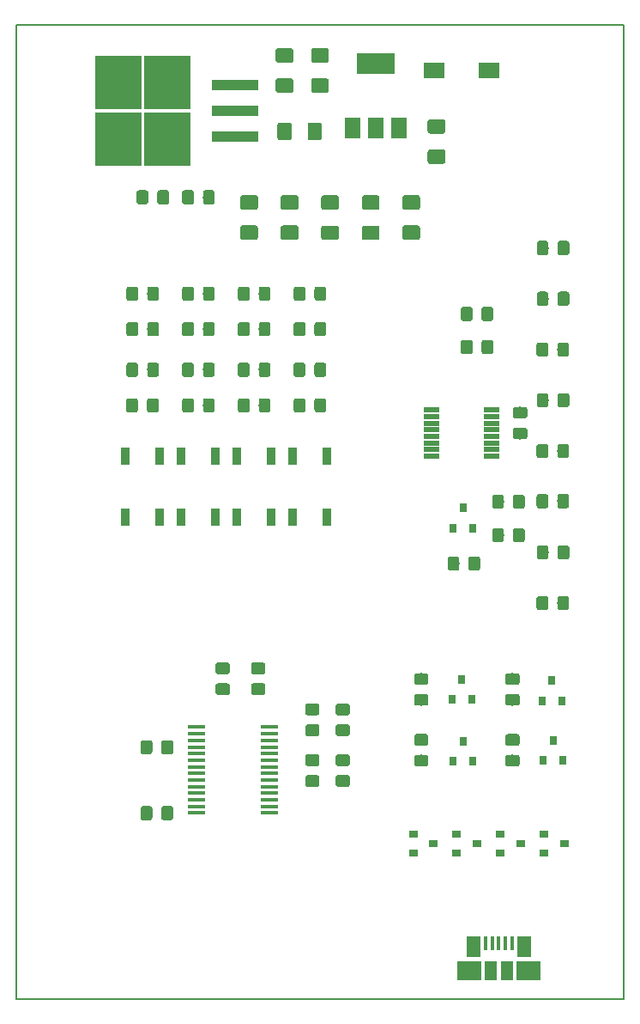
<source format=gbr>
G04 #@! TF.GenerationSoftware,KiCad,Pcbnew,5.0.1-33cea8e~68~ubuntu18.04.1*
G04 #@! TF.CreationDate,2018-11-14T12:35:47-05:00*
G04 #@! TF.ProjectId,PBC_TP_Final_JMena,5042435F54505F46696E616C5F4A4D65,1.0*
G04 #@! TF.SameCoordinates,Original*
G04 #@! TF.FileFunction,Paste,Top*
G04 #@! TF.FilePolarity,Positive*
%FSLAX46Y46*%
G04 Gerber Fmt 4.6, Leading zero omitted, Abs format (unit mm)*
G04 Created by KiCad (PCBNEW 5.0.1-33cea8e~68~ubuntu18.04.1) date mié 14 nov 2018 12:35:47 -05*
%MOMM*%
%LPD*%
G01*
G04 APERTURE LIST*
%ADD10C,0.150000*%
%ADD11R,0.450000X1.380000*%
%ADD12R,1.475000X2.100000*%
%ADD13R,2.375000X1.900000*%
%ADD14R,1.175000X1.900000*%
%ADD15R,0.800000X0.900000*%
%ADD16R,0.900000X0.800000*%
%ADD17R,1.750000X0.450000*%
%ADD18C,0.100000*%
%ADD19C,1.150000*%
%ADD20R,2.000000X1.600000*%
%ADD21C,1.425000*%
%ADD22R,0.900000X1.700000*%
%ADD23R,3.800000X2.000000*%
%ADD24R,1.500000X2.000000*%
%ADD25R,4.600000X1.100000*%
%ADD26R,4.550000X5.250000*%
%ADD27R,1.600000X0.550000*%
G04 APERTURE END LIST*
D10*
X139000000Y-52000000D02*
X79000000Y-52000000D01*
X139000000Y-148000000D02*
X139000000Y-52000000D01*
X79000000Y-148000000D02*
X139000000Y-148000000D01*
X79000000Y-52000000D02*
X79000000Y-148000000D01*
D11*
G04 #@! TO.C,J601*
X125350000Y-142540000D03*
X126000000Y-142540000D03*
X126650000Y-142540000D03*
X127300000Y-142540000D03*
X127950000Y-142540000D03*
D12*
X124187500Y-142900000D03*
X129112500Y-142900000D03*
D13*
X123740000Y-145200000D03*
X129560000Y-145200000D03*
D14*
X125810000Y-145200000D03*
X127490000Y-145200000D03*
G04 #@! TD*
D15*
G04 #@! TO.C,Q507*
X132000000Y-122500000D03*
X132950000Y-124500000D03*
X131050000Y-124500000D03*
G04 #@! TD*
G04 #@! TO.C,Q508*
X122150000Y-124600000D03*
X124050000Y-124600000D03*
X123100000Y-122600000D03*
G04 #@! TD*
D16*
G04 #@! TO.C,Q502*
X128800000Y-132700000D03*
X126800000Y-133650000D03*
X126800000Y-131750000D03*
G04 #@! TD*
G04 #@! TO.C,Q501*
X131100000Y-131750000D03*
X131100000Y-133650000D03*
X133100000Y-132700000D03*
G04 #@! TD*
G04 #@! TO.C,Q503*
X124500000Y-132700000D03*
X122500000Y-133650000D03*
X122500000Y-131750000D03*
G04 #@! TD*
G04 #@! TO.C,Q504*
X118200000Y-131750000D03*
X118200000Y-133650000D03*
X120200000Y-132700000D03*
G04 #@! TD*
D15*
G04 #@! TO.C,Q505*
X131900000Y-116625000D03*
X132850000Y-118625000D03*
X130950000Y-118625000D03*
G04 #@! TD*
G04 #@! TO.C,Q506*
X122050000Y-118500000D03*
X123950000Y-118500000D03*
X123000000Y-116500000D03*
G04 #@! TD*
D17*
G04 #@! TO.C,U601*
X96800000Y-121225000D03*
X96800000Y-121875000D03*
X96800000Y-122525000D03*
X96800000Y-123175000D03*
X96800000Y-123825000D03*
X96800000Y-124475000D03*
X96800000Y-125125000D03*
X96800000Y-125775000D03*
X96800000Y-126425000D03*
X96800000Y-127075000D03*
X96800000Y-127725000D03*
X96800000Y-128375000D03*
X96800000Y-129025000D03*
X96800000Y-129675000D03*
X104000000Y-129675000D03*
X104000000Y-129025000D03*
X104000000Y-128375000D03*
X104000000Y-127725000D03*
X104000000Y-127075000D03*
X104000000Y-126425000D03*
X104000000Y-125775000D03*
X104000000Y-125125000D03*
X104000000Y-124475000D03*
X104000000Y-123825000D03*
X104000000Y-123175000D03*
X104000000Y-122525000D03*
X104000000Y-121875000D03*
X104000000Y-121225000D03*
G04 #@! TD*
D18*
G04 #@! TO.C,D602*
G36*
X111724505Y-123901204D02*
X111748773Y-123904804D01*
X111772572Y-123910765D01*
X111795671Y-123919030D01*
X111817850Y-123929520D01*
X111838893Y-123942132D01*
X111858599Y-123956747D01*
X111876777Y-123973223D01*
X111893253Y-123991401D01*
X111907868Y-124011107D01*
X111920480Y-124032150D01*
X111930970Y-124054329D01*
X111939235Y-124077428D01*
X111945196Y-124101227D01*
X111948796Y-124125495D01*
X111950000Y-124149999D01*
X111950000Y-124800001D01*
X111948796Y-124824505D01*
X111945196Y-124848773D01*
X111939235Y-124872572D01*
X111930970Y-124895671D01*
X111920480Y-124917850D01*
X111907868Y-124938893D01*
X111893253Y-124958599D01*
X111876777Y-124976777D01*
X111858599Y-124993253D01*
X111838893Y-125007868D01*
X111817850Y-125020480D01*
X111795671Y-125030970D01*
X111772572Y-125039235D01*
X111748773Y-125045196D01*
X111724505Y-125048796D01*
X111700001Y-125050000D01*
X110799999Y-125050000D01*
X110775495Y-125048796D01*
X110751227Y-125045196D01*
X110727428Y-125039235D01*
X110704329Y-125030970D01*
X110682150Y-125020480D01*
X110661107Y-125007868D01*
X110641401Y-124993253D01*
X110623223Y-124976777D01*
X110606747Y-124958599D01*
X110592132Y-124938893D01*
X110579520Y-124917850D01*
X110569030Y-124895671D01*
X110560765Y-124872572D01*
X110554804Y-124848773D01*
X110551204Y-124824505D01*
X110550000Y-124800001D01*
X110550000Y-124149999D01*
X110551204Y-124125495D01*
X110554804Y-124101227D01*
X110560765Y-124077428D01*
X110569030Y-124054329D01*
X110579520Y-124032150D01*
X110592132Y-124011107D01*
X110606747Y-123991401D01*
X110623223Y-123973223D01*
X110641401Y-123956747D01*
X110661107Y-123942132D01*
X110682150Y-123929520D01*
X110704329Y-123919030D01*
X110727428Y-123910765D01*
X110751227Y-123904804D01*
X110775495Y-123901204D01*
X110799999Y-123900000D01*
X111700001Y-123900000D01*
X111724505Y-123901204D01*
X111724505Y-123901204D01*
G37*
D19*
X111250000Y-124475000D03*
D18*
G36*
X111724505Y-125951204D02*
X111748773Y-125954804D01*
X111772572Y-125960765D01*
X111795671Y-125969030D01*
X111817850Y-125979520D01*
X111838893Y-125992132D01*
X111858599Y-126006747D01*
X111876777Y-126023223D01*
X111893253Y-126041401D01*
X111907868Y-126061107D01*
X111920480Y-126082150D01*
X111930970Y-126104329D01*
X111939235Y-126127428D01*
X111945196Y-126151227D01*
X111948796Y-126175495D01*
X111950000Y-126199999D01*
X111950000Y-126850001D01*
X111948796Y-126874505D01*
X111945196Y-126898773D01*
X111939235Y-126922572D01*
X111930970Y-126945671D01*
X111920480Y-126967850D01*
X111907868Y-126988893D01*
X111893253Y-127008599D01*
X111876777Y-127026777D01*
X111858599Y-127043253D01*
X111838893Y-127057868D01*
X111817850Y-127070480D01*
X111795671Y-127080970D01*
X111772572Y-127089235D01*
X111748773Y-127095196D01*
X111724505Y-127098796D01*
X111700001Y-127100000D01*
X110799999Y-127100000D01*
X110775495Y-127098796D01*
X110751227Y-127095196D01*
X110727428Y-127089235D01*
X110704329Y-127080970D01*
X110682150Y-127070480D01*
X110661107Y-127057868D01*
X110641401Y-127043253D01*
X110623223Y-127026777D01*
X110606747Y-127008599D01*
X110592132Y-126988893D01*
X110579520Y-126967850D01*
X110569030Y-126945671D01*
X110560765Y-126922572D01*
X110554804Y-126898773D01*
X110551204Y-126874505D01*
X110550000Y-126850001D01*
X110550000Y-126199999D01*
X110551204Y-126175495D01*
X110554804Y-126151227D01*
X110560765Y-126127428D01*
X110569030Y-126104329D01*
X110579520Y-126082150D01*
X110592132Y-126061107D01*
X110606747Y-126041401D01*
X110623223Y-126023223D01*
X110641401Y-126006747D01*
X110661107Y-125992132D01*
X110682150Y-125979520D01*
X110704329Y-125969030D01*
X110727428Y-125960765D01*
X110751227Y-125954804D01*
X110775495Y-125951204D01*
X110799999Y-125950000D01*
X111700001Y-125950000D01*
X111724505Y-125951204D01*
X111724505Y-125951204D01*
G37*
D19*
X111250000Y-126525000D03*
G04 #@! TD*
D20*
G04 #@! TO.C,SW201*
X120300000Y-56500000D03*
X125700000Y-56500000D03*
G04 #@! TD*
D18*
G04 #@! TO.C,C201*
G36*
X121149504Y-64276204D02*
X121173773Y-64279804D01*
X121197571Y-64285765D01*
X121220671Y-64294030D01*
X121242849Y-64304520D01*
X121263893Y-64317133D01*
X121283598Y-64331747D01*
X121301777Y-64348223D01*
X121318253Y-64366402D01*
X121332867Y-64386107D01*
X121345480Y-64407151D01*
X121355970Y-64429329D01*
X121364235Y-64452429D01*
X121370196Y-64476227D01*
X121373796Y-64500496D01*
X121375000Y-64525000D01*
X121375000Y-65450000D01*
X121373796Y-65474504D01*
X121370196Y-65498773D01*
X121364235Y-65522571D01*
X121355970Y-65545671D01*
X121345480Y-65567849D01*
X121332867Y-65588893D01*
X121318253Y-65608598D01*
X121301777Y-65626777D01*
X121283598Y-65643253D01*
X121263893Y-65657867D01*
X121242849Y-65670480D01*
X121220671Y-65680970D01*
X121197571Y-65689235D01*
X121173773Y-65695196D01*
X121149504Y-65698796D01*
X121125000Y-65700000D01*
X119875000Y-65700000D01*
X119850496Y-65698796D01*
X119826227Y-65695196D01*
X119802429Y-65689235D01*
X119779329Y-65680970D01*
X119757151Y-65670480D01*
X119736107Y-65657867D01*
X119716402Y-65643253D01*
X119698223Y-65626777D01*
X119681747Y-65608598D01*
X119667133Y-65588893D01*
X119654520Y-65567849D01*
X119644030Y-65545671D01*
X119635765Y-65522571D01*
X119629804Y-65498773D01*
X119626204Y-65474504D01*
X119625000Y-65450000D01*
X119625000Y-64525000D01*
X119626204Y-64500496D01*
X119629804Y-64476227D01*
X119635765Y-64452429D01*
X119644030Y-64429329D01*
X119654520Y-64407151D01*
X119667133Y-64386107D01*
X119681747Y-64366402D01*
X119698223Y-64348223D01*
X119716402Y-64331747D01*
X119736107Y-64317133D01*
X119757151Y-64304520D01*
X119779329Y-64294030D01*
X119802429Y-64285765D01*
X119826227Y-64279804D01*
X119850496Y-64276204D01*
X119875000Y-64275000D01*
X121125000Y-64275000D01*
X121149504Y-64276204D01*
X121149504Y-64276204D01*
G37*
D21*
X120500000Y-64987500D03*
D18*
G36*
X121149504Y-61301204D02*
X121173773Y-61304804D01*
X121197571Y-61310765D01*
X121220671Y-61319030D01*
X121242849Y-61329520D01*
X121263893Y-61342133D01*
X121283598Y-61356747D01*
X121301777Y-61373223D01*
X121318253Y-61391402D01*
X121332867Y-61411107D01*
X121345480Y-61432151D01*
X121355970Y-61454329D01*
X121364235Y-61477429D01*
X121370196Y-61501227D01*
X121373796Y-61525496D01*
X121375000Y-61550000D01*
X121375000Y-62475000D01*
X121373796Y-62499504D01*
X121370196Y-62523773D01*
X121364235Y-62547571D01*
X121355970Y-62570671D01*
X121345480Y-62592849D01*
X121332867Y-62613893D01*
X121318253Y-62633598D01*
X121301777Y-62651777D01*
X121283598Y-62668253D01*
X121263893Y-62682867D01*
X121242849Y-62695480D01*
X121220671Y-62705970D01*
X121197571Y-62714235D01*
X121173773Y-62720196D01*
X121149504Y-62723796D01*
X121125000Y-62725000D01*
X119875000Y-62725000D01*
X119850496Y-62723796D01*
X119826227Y-62720196D01*
X119802429Y-62714235D01*
X119779329Y-62705970D01*
X119757151Y-62695480D01*
X119736107Y-62682867D01*
X119716402Y-62668253D01*
X119698223Y-62651777D01*
X119681747Y-62633598D01*
X119667133Y-62613893D01*
X119654520Y-62592849D01*
X119644030Y-62570671D01*
X119635765Y-62547571D01*
X119629804Y-62523773D01*
X119626204Y-62499504D01*
X119625000Y-62475000D01*
X119625000Y-61550000D01*
X119626204Y-61525496D01*
X119629804Y-61501227D01*
X119635765Y-61477429D01*
X119644030Y-61454329D01*
X119654520Y-61432151D01*
X119667133Y-61411107D01*
X119681747Y-61391402D01*
X119698223Y-61373223D01*
X119716402Y-61356747D01*
X119736107Y-61342133D01*
X119757151Y-61329520D01*
X119779329Y-61319030D01*
X119802429Y-61310765D01*
X119826227Y-61304804D01*
X119850496Y-61301204D01*
X119875000Y-61300000D01*
X121125000Y-61300000D01*
X121149504Y-61301204D01*
X121149504Y-61301204D01*
G37*
D21*
X120500000Y-62012500D03*
G04 #@! TD*
D18*
G04 #@! TO.C,C202*
G36*
X109649504Y-57276204D02*
X109673773Y-57279804D01*
X109697571Y-57285765D01*
X109720671Y-57294030D01*
X109742849Y-57304520D01*
X109763893Y-57317133D01*
X109783598Y-57331747D01*
X109801777Y-57348223D01*
X109818253Y-57366402D01*
X109832867Y-57386107D01*
X109845480Y-57407151D01*
X109855970Y-57429329D01*
X109864235Y-57452429D01*
X109870196Y-57476227D01*
X109873796Y-57500496D01*
X109875000Y-57525000D01*
X109875000Y-58450000D01*
X109873796Y-58474504D01*
X109870196Y-58498773D01*
X109864235Y-58522571D01*
X109855970Y-58545671D01*
X109845480Y-58567849D01*
X109832867Y-58588893D01*
X109818253Y-58608598D01*
X109801777Y-58626777D01*
X109783598Y-58643253D01*
X109763893Y-58657867D01*
X109742849Y-58670480D01*
X109720671Y-58680970D01*
X109697571Y-58689235D01*
X109673773Y-58695196D01*
X109649504Y-58698796D01*
X109625000Y-58700000D01*
X108375000Y-58700000D01*
X108350496Y-58698796D01*
X108326227Y-58695196D01*
X108302429Y-58689235D01*
X108279329Y-58680970D01*
X108257151Y-58670480D01*
X108236107Y-58657867D01*
X108216402Y-58643253D01*
X108198223Y-58626777D01*
X108181747Y-58608598D01*
X108167133Y-58588893D01*
X108154520Y-58567849D01*
X108144030Y-58545671D01*
X108135765Y-58522571D01*
X108129804Y-58498773D01*
X108126204Y-58474504D01*
X108125000Y-58450000D01*
X108125000Y-57525000D01*
X108126204Y-57500496D01*
X108129804Y-57476227D01*
X108135765Y-57452429D01*
X108144030Y-57429329D01*
X108154520Y-57407151D01*
X108167133Y-57386107D01*
X108181747Y-57366402D01*
X108198223Y-57348223D01*
X108216402Y-57331747D01*
X108236107Y-57317133D01*
X108257151Y-57304520D01*
X108279329Y-57294030D01*
X108302429Y-57285765D01*
X108326227Y-57279804D01*
X108350496Y-57276204D01*
X108375000Y-57275000D01*
X109625000Y-57275000D01*
X109649504Y-57276204D01*
X109649504Y-57276204D01*
G37*
D21*
X109000000Y-57987500D03*
D18*
G36*
X109649504Y-54301204D02*
X109673773Y-54304804D01*
X109697571Y-54310765D01*
X109720671Y-54319030D01*
X109742849Y-54329520D01*
X109763893Y-54342133D01*
X109783598Y-54356747D01*
X109801777Y-54373223D01*
X109818253Y-54391402D01*
X109832867Y-54411107D01*
X109845480Y-54432151D01*
X109855970Y-54454329D01*
X109864235Y-54477429D01*
X109870196Y-54501227D01*
X109873796Y-54525496D01*
X109875000Y-54550000D01*
X109875000Y-55475000D01*
X109873796Y-55499504D01*
X109870196Y-55523773D01*
X109864235Y-55547571D01*
X109855970Y-55570671D01*
X109845480Y-55592849D01*
X109832867Y-55613893D01*
X109818253Y-55633598D01*
X109801777Y-55651777D01*
X109783598Y-55668253D01*
X109763893Y-55682867D01*
X109742849Y-55695480D01*
X109720671Y-55705970D01*
X109697571Y-55714235D01*
X109673773Y-55720196D01*
X109649504Y-55723796D01*
X109625000Y-55725000D01*
X108375000Y-55725000D01*
X108350496Y-55723796D01*
X108326227Y-55720196D01*
X108302429Y-55714235D01*
X108279329Y-55705970D01*
X108257151Y-55695480D01*
X108236107Y-55682867D01*
X108216402Y-55668253D01*
X108198223Y-55651777D01*
X108181747Y-55633598D01*
X108167133Y-55613893D01*
X108154520Y-55592849D01*
X108144030Y-55570671D01*
X108135765Y-55547571D01*
X108129804Y-55523773D01*
X108126204Y-55499504D01*
X108125000Y-55475000D01*
X108125000Y-54550000D01*
X108126204Y-54525496D01*
X108129804Y-54501227D01*
X108135765Y-54477429D01*
X108144030Y-54454329D01*
X108154520Y-54432151D01*
X108167133Y-54411107D01*
X108181747Y-54391402D01*
X108198223Y-54373223D01*
X108216402Y-54356747D01*
X108236107Y-54342133D01*
X108257151Y-54329520D01*
X108279329Y-54319030D01*
X108302429Y-54310765D01*
X108326227Y-54304804D01*
X108350496Y-54301204D01*
X108375000Y-54300000D01*
X109625000Y-54300000D01*
X109649504Y-54301204D01*
X109649504Y-54301204D01*
G37*
D21*
X109000000Y-55012500D03*
G04 #@! TD*
D18*
G04 #@! TO.C,C203*
G36*
X106149504Y-54301204D02*
X106173773Y-54304804D01*
X106197571Y-54310765D01*
X106220671Y-54319030D01*
X106242849Y-54329520D01*
X106263893Y-54342133D01*
X106283598Y-54356747D01*
X106301777Y-54373223D01*
X106318253Y-54391402D01*
X106332867Y-54411107D01*
X106345480Y-54432151D01*
X106355970Y-54454329D01*
X106364235Y-54477429D01*
X106370196Y-54501227D01*
X106373796Y-54525496D01*
X106375000Y-54550000D01*
X106375000Y-55475000D01*
X106373796Y-55499504D01*
X106370196Y-55523773D01*
X106364235Y-55547571D01*
X106355970Y-55570671D01*
X106345480Y-55592849D01*
X106332867Y-55613893D01*
X106318253Y-55633598D01*
X106301777Y-55651777D01*
X106283598Y-55668253D01*
X106263893Y-55682867D01*
X106242849Y-55695480D01*
X106220671Y-55705970D01*
X106197571Y-55714235D01*
X106173773Y-55720196D01*
X106149504Y-55723796D01*
X106125000Y-55725000D01*
X104875000Y-55725000D01*
X104850496Y-55723796D01*
X104826227Y-55720196D01*
X104802429Y-55714235D01*
X104779329Y-55705970D01*
X104757151Y-55695480D01*
X104736107Y-55682867D01*
X104716402Y-55668253D01*
X104698223Y-55651777D01*
X104681747Y-55633598D01*
X104667133Y-55613893D01*
X104654520Y-55592849D01*
X104644030Y-55570671D01*
X104635765Y-55547571D01*
X104629804Y-55523773D01*
X104626204Y-55499504D01*
X104625000Y-55475000D01*
X104625000Y-54550000D01*
X104626204Y-54525496D01*
X104629804Y-54501227D01*
X104635765Y-54477429D01*
X104644030Y-54454329D01*
X104654520Y-54432151D01*
X104667133Y-54411107D01*
X104681747Y-54391402D01*
X104698223Y-54373223D01*
X104716402Y-54356747D01*
X104736107Y-54342133D01*
X104757151Y-54329520D01*
X104779329Y-54319030D01*
X104802429Y-54310765D01*
X104826227Y-54304804D01*
X104850496Y-54301204D01*
X104875000Y-54300000D01*
X106125000Y-54300000D01*
X106149504Y-54301204D01*
X106149504Y-54301204D01*
G37*
D21*
X105500000Y-55012500D03*
D18*
G36*
X106149504Y-57276204D02*
X106173773Y-57279804D01*
X106197571Y-57285765D01*
X106220671Y-57294030D01*
X106242849Y-57304520D01*
X106263893Y-57317133D01*
X106283598Y-57331747D01*
X106301777Y-57348223D01*
X106318253Y-57366402D01*
X106332867Y-57386107D01*
X106345480Y-57407151D01*
X106355970Y-57429329D01*
X106364235Y-57452429D01*
X106370196Y-57476227D01*
X106373796Y-57500496D01*
X106375000Y-57525000D01*
X106375000Y-58450000D01*
X106373796Y-58474504D01*
X106370196Y-58498773D01*
X106364235Y-58522571D01*
X106355970Y-58545671D01*
X106345480Y-58567849D01*
X106332867Y-58588893D01*
X106318253Y-58608598D01*
X106301777Y-58626777D01*
X106283598Y-58643253D01*
X106263893Y-58657867D01*
X106242849Y-58670480D01*
X106220671Y-58680970D01*
X106197571Y-58689235D01*
X106173773Y-58695196D01*
X106149504Y-58698796D01*
X106125000Y-58700000D01*
X104875000Y-58700000D01*
X104850496Y-58698796D01*
X104826227Y-58695196D01*
X104802429Y-58689235D01*
X104779329Y-58680970D01*
X104757151Y-58670480D01*
X104736107Y-58657867D01*
X104716402Y-58643253D01*
X104698223Y-58626777D01*
X104681747Y-58608598D01*
X104667133Y-58588893D01*
X104654520Y-58567849D01*
X104644030Y-58545671D01*
X104635765Y-58522571D01*
X104629804Y-58498773D01*
X104626204Y-58474504D01*
X104625000Y-58450000D01*
X104625000Y-57525000D01*
X104626204Y-57500496D01*
X104629804Y-57476227D01*
X104635765Y-57452429D01*
X104644030Y-57429329D01*
X104654520Y-57407151D01*
X104667133Y-57386107D01*
X104681747Y-57366402D01*
X104698223Y-57348223D01*
X104716402Y-57331747D01*
X104736107Y-57317133D01*
X104757151Y-57304520D01*
X104779329Y-57294030D01*
X104802429Y-57285765D01*
X104826227Y-57279804D01*
X104850496Y-57276204D01*
X104875000Y-57275000D01*
X106125000Y-57275000D01*
X106149504Y-57276204D01*
X106149504Y-57276204D01*
G37*
D21*
X105500000Y-57987500D03*
G04 #@! TD*
D18*
G04 #@! TO.C,C204*
G36*
X105999504Y-61626204D02*
X106023773Y-61629804D01*
X106047571Y-61635765D01*
X106070671Y-61644030D01*
X106092849Y-61654520D01*
X106113893Y-61667133D01*
X106133598Y-61681747D01*
X106151777Y-61698223D01*
X106168253Y-61716402D01*
X106182867Y-61736107D01*
X106195480Y-61757151D01*
X106205970Y-61779329D01*
X106214235Y-61802429D01*
X106220196Y-61826227D01*
X106223796Y-61850496D01*
X106225000Y-61875000D01*
X106225000Y-63125000D01*
X106223796Y-63149504D01*
X106220196Y-63173773D01*
X106214235Y-63197571D01*
X106205970Y-63220671D01*
X106195480Y-63242849D01*
X106182867Y-63263893D01*
X106168253Y-63283598D01*
X106151777Y-63301777D01*
X106133598Y-63318253D01*
X106113893Y-63332867D01*
X106092849Y-63345480D01*
X106070671Y-63355970D01*
X106047571Y-63364235D01*
X106023773Y-63370196D01*
X105999504Y-63373796D01*
X105975000Y-63375000D01*
X105050000Y-63375000D01*
X105025496Y-63373796D01*
X105001227Y-63370196D01*
X104977429Y-63364235D01*
X104954329Y-63355970D01*
X104932151Y-63345480D01*
X104911107Y-63332867D01*
X104891402Y-63318253D01*
X104873223Y-63301777D01*
X104856747Y-63283598D01*
X104842133Y-63263893D01*
X104829520Y-63242849D01*
X104819030Y-63220671D01*
X104810765Y-63197571D01*
X104804804Y-63173773D01*
X104801204Y-63149504D01*
X104800000Y-63125000D01*
X104800000Y-61875000D01*
X104801204Y-61850496D01*
X104804804Y-61826227D01*
X104810765Y-61802429D01*
X104819030Y-61779329D01*
X104829520Y-61757151D01*
X104842133Y-61736107D01*
X104856747Y-61716402D01*
X104873223Y-61698223D01*
X104891402Y-61681747D01*
X104911107Y-61667133D01*
X104932151Y-61654520D01*
X104954329Y-61644030D01*
X104977429Y-61635765D01*
X105001227Y-61629804D01*
X105025496Y-61626204D01*
X105050000Y-61625000D01*
X105975000Y-61625000D01*
X105999504Y-61626204D01*
X105999504Y-61626204D01*
G37*
D21*
X105512500Y-62500000D03*
D18*
G36*
X108974504Y-61626204D02*
X108998773Y-61629804D01*
X109022571Y-61635765D01*
X109045671Y-61644030D01*
X109067849Y-61654520D01*
X109088893Y-61667133D01*
X109108598Y-61681747D01*
X109126777Y-61698223D01*
X109143253Y-61716402D01*
X109157867Y-61736107D01*
X109170480Y-61757151D01*
X109180970Y-61779329D01*
X109189235Y-61802429D01*
X109195196Y-61826227D01*
X109198796Y-61850496D01*
X109200000Y-61875000D01*
X109200000Y-63125000D01*
X109198796Y-63149504D01*
X109195196Y-63173773D01*
X109189235Y-63197571D01*
X109180970Y-63220671D01*
X109170480Y-63242849D01*
X109157867Y-63263893D01*
X109143253Y-63283598D01*
X109126777Y-63301777D01*
X109108598Y-63318253D01*
X109088893Y-63332867D01*
X109067849Y-63345480D01*
X109045671Y-63355970D01*
X109022571Y-63364235D01*
X108998773Y-63370196D01*
X108974504Y-63373796D01*
X108950000Y-63375000D01*
X108025000Y-63375000D01*
X108000496Y-63373796D01*
X107976227Y-63370196D01*
X107952429Y-63364235D01*
X107929329Y-63355970D01*
X107907151Y-63345480D01*
X107886107Y-63332867D01*
X107866402Y-63318253D01*
X107848223Y-63301777D01*
X107831747Y-63283598D01*
X107817133Y-63263893D01*
X107804520Y-63242849D01*
X107794030Y-63220671D01*
X107785765Y-63197571D01*
X107779804Y-63173773D01*
X107776204Y-63149504D01*
X107775000Y-63125000D01*
X107775000Y-61875000D01*
X107776204Y-61850496D01*
X107779804Y-61826227D01*
X107785765Y-61802429D01*
X107794030Y-61779329D01*
X107804520Y-61757151D01*
X107817133Y-61736107D01*
X107831747Y-61716402D01*
X107848223Y-61698223D01*
X107866402Y-61681747D01*
X107886107Y-61667133D01*
X107907151Y-61654520D01*
X107929329Y-61644030D01*
X107952429Y-61635765D01*
X107976227Y-61629804D01*
X108000496Y-61626204D01*
X108025000Y-61625000D01*
X108950000Y-61625000D01*
X108974504Y-61626204D01*
X108974504Y-61626204D01*
G37*
D21*
X108487500Y-62500000D03*
G04 #@! TD*
D18*
G04 #@! TO.C,C311*
G36*
X129224505Y-91701204D02*
X129248773Y-91704804D01*
X129272572Y-91710765D01*
X129295671Y-91719030D01*
X129317850Y-91729520D01*
X129338893Y-91742132D01*
X129358599Y-91756747D01*
X129376777Y-91773223D01*
X129393253Y-91791401D01*
X129407868Y-91811107D01*
X129420480Y-91832150D01*
X129430970Y-91854329D01*
X129439235Y-91877428D01*
X129445196Y-91901227D01*
X129448796Y-91925495D01*
X129450000Y-91949999D01*
X129450000Y-92600001D01*
X129448796Y-92624505D01*
X129445196Y-92648773D01*
X129439235Y-92672572D01*
X129430970Y-92695671D01*
X129420480Y-92717850D01*
X129407868Y-92738893D01*
X129393253Y-92758599D01*
X129376777Y-92776777D01*
X129358599Y-92793253D01*
X129338893Y-92807868D01*
X129317850Y-92820480D01*
X129295671Y-92830970D01*
X129272572Y-92839235D01*
X129248773Y-92845196D01*
X129224505Y-92848796D01*
X129200001Y-92850000D01*
X128299999Y-92850000D01*
X128275495Y-92848796D01*
X128251227Y-92845196D01*
X128227428Y-92839235D01*
X128204329Y-92830970D01*
X128182150Y-92820480D01*
X128161107Y-92807868D01*
X128141401Y-92793253D01*
X128123223Y-92776777D01*
X128106747Y-92758599D01*
X128092132Y-92738893D01*
X128079520Y-92717850D01*
X128069030Y-92695671D01*
X128060765Y-92672572D01*
X128054804Y-92648773D01*
X128051204Y-92624505D01*
X128050000Y-92600001D01*
X128050000Y-91949999D01*
X128051204Y-91925495D01*
X128054804Y-91901227D01*
X128060765Y-91877428D01*
X128069030Y-91854329D01*
X128079520Y-91832150D01*
X128092132Y-91811107D01*
X128106747Y-91791401D01*
X128123223Y-91773223D01*
X128141401Y-91756747D01*
X128161107Y-91742132D01*
X128182150Y-91729520D01*
X128204329Y-91719030D01*
X128227428Y-91710765D01*
X128251227Y-91704804D01*
X128275495Y-91701204D01*
X128299999Y-91700000D01*
X129200001Y-91700000D01*
X129224505Y-91701204D01*
X129224505Y-91701204D01*
G37*
D19*
X128750000Y-92275000D03*
D18*
G36*
X129224505Y-89651204D02*
X129248773Y-89654804D01*
X129272572Y-89660765D01*
X129295671Y-89669030D01*
X129317850Y-89679520D01*
X129338893Y-89692132D01*
X129358599Y-89706747D01*
X129376777Y-89723223D01*
X129393253Y-89741401D01*
X129407868Y-89761107D01*
X129420480Y-89782150D01*
X129430970Y-89804329D01*
X129439235Y-89827428D01*
X129445196Y-89851227D01*
X129448796Y-89875495D01*
X129450000Y-89899999D01*
X129450000Y-90550001D01*
X129448796Y-90574505D01*
X129445196Y-90598773D01*
X129439235Y-90622572D01*
X129430970Y-90645671D01*
X129420480Y-90667850D01*
X129407868Y-90688893D01*
X129393253Y-90708599D01*
X129376777Y-90726777D01*
X129358599Y-90743253D01*
X129338893Y-90757868D01*
X129317850Y-90770480D01*
X129295671Y-90780970D01*
X129272572Y-90789235D01*
X129248773Y-90795196D01*
X129224505Y-90798796D01*
X129200001Y-90800000D01*
X128299999Y-90800000D01*
X128275495Y-90798796D01*
X128251227Y-90795196D01*
X128227428Y-90789235D01*
X128204329Y-90780970D01*
X128182150Y-90770480D01*
X128161107Y-90757868D01*
X128141401Y-90743253D01*
X128123223Y-90726777D01*
X128106747Y-90708599D01*
X128092132Y-90688893D01*
X128079520Y-90667850D01*
X128069030Y-90645671D01*
X128060765Y-90622572D01*
X128054804Y-90598773D01*
X128051204Y-90574505D01*
X128050000Y-90550001D01*
X128050000Y-89899999D01*
X128051204Y-89875495D01*
X128054804Y-89851227D01*
X128060765Y-89827428D01*
X128069030Y-89804329D01*
X128079520Y-89782150D01*
X128092132Y-89761107D01*
X128106747Y-89741401D01*
X128123223Y-89723223D01*
X128141401Y-89706747D01*
X128161107Y-89692132D01*
X128182150Y-89679520D01*
X128204329Y-89669030D01*
X128227428Y-89660765D01*
X128251227Y-89654804D01*
X128275495Y-89651204D01*
X128299999Y-89650000D01*
X129200001Y-89650000D01*
X129224505Y-89651204D01*
X129224505Y-89651204D01*
G37*
D19*
X128750000Y-90225000D03*
G04 #@! TD*
D18*
G04 #@! TO.C,C312*
G36*
X128974505Y-98301204D02*
X128998773Y-98304804D01*
X129022572Y-98310765D01*
X129045671Y-98319030D01*
X129067850Y-98329520D01*
X129088893Y-98342132D01*
X129108599Y-98356747D01*
X129126777Y-98373223D01*
X129143253Y-98391401D01*
X129157868Y-98411107D01*
X129170480Y-98432150D01*
X129180970Y-98454329D01*
X129189235Y-98477428D01*
X129195196Y-98501227D01*
X129198796Y-98525495D01*
X129200000Y-98549999D01*
X129200000Y-99450001D01*
X129198796Y-99474505D01*
X129195196Y-99498773D01*
X129189235Y-99522572D01*
X129180970Y-99545671D01*
X129170480Y-99567850D01*
X129157868Y-99588893D01*
X129143253Y-99608599D01*
X129126777Y-99626777D01*
X129108599Y-99643253D01*
X129088893Y-99657868D01*
X129067850Y-99670480D01*
X129045671Y-99680970D01*
X129022572Y-99689235D01*
X128998773Y-99695196D01*
X128974505Y-99698796D01*
X128950001Y-99700000D01*
X128299999Y-99700000D01*
X128275495Y-99698796D01*
X128251227Y-99695196D01*
X128227428Y-99689235D01*
X128204329Y-99680970D01*
X128182150Y-99670480D01*
X128161107Y-99657868D01*
X128141401Y-99643253D01*
X128123223Y-99626777D01*
X128106747Y-99608599D01*
X128092132Y-99588893D01*
X128079520Y-99567850D01*
X128069030Y-99545671D01*
X128060765Y-99522572D01*
X128054804Y-99498773D01*
X128051204Y-99474505D01*
X128050000Y-99450001D01*
X128050000Y-98549999D01*
X128051204Y-98525495D01*
X128054804Y-98501227D01*
X128060765Y-98477428D01*
X128069030Y-98454329D01*
X128079520Y-98432150D01*
X128092132Y-98411107D01*
X128106747Y-98391401D01*
X128123223Y-98373223D01*
X128141401Y-98356747D01*
X128161107Y-98342132D01*
X128182150Y-98329520D01*
X128204329Y-98319030D01*
X128227428Y-98310765D01*
X128251227Y-98304804D01*
X128275495Y-98301204D01*
X128299999Y-98300000D01*
X128950001Y-98300000D01*
X128974505Y-98301204D01*
X128974505Y-98301204D01*
G37*
D19*
X128625000Y-99000000D03*
D18*
G36*
X126924505Y-98301204D02*
X126948773Y-98304804D01*
X126972572Y-98310765D01*
X126995671Y-98319030D01*
X127017850Y-98329520D01*
X127038893Y-98342132D01*
X127058599Y-98356747D01*
X127076777Y-98373223D01*
X127093253Y-98391401D01*
X127107868Y-98411107D01*
X127120480Y-98432150D01*
X127130970Y-98454329D01*
X127139235Y-98477428D01*
X127145196Y-98501227D01*
X127148796Y-98525495D01*
X127150000Y-98549999D01*
X127150000Y-99450001D01*
X127148796Y-99474505D01*
X127145196Y-99498773D01*
X127139235Y-99522572D01*
X127130970Y-99545671D01*
X127120480Y-99567850D01*
X127107868Y-99588893D01*
X127093253Y-99608599D01*
X127076777Y-99626777D01*
X127058599Y-99643253D01*
X127038893Y-99657868D01*
X127017850Y-99670480D01*
X126995671Y-99680970D01*
X126972572Y-99689235D01*
X126948773Y-99695196D01*
X126924505Y-99698796D01*
X126900001Y-99700000D01*
X126249999Y-99700000D01*
X126225495Y-99698796D01*
X126201227Y-99695196D01*
X126177428Y-99689235D01*
X126154329Y-99680970D01*
X126132150Y-99670480D01*
X126111107Y-99657868D01*
X126091401Y-99643253D01*
X126073223Y-99626777D01*
X126056747Y-99608599D01*
X126042132Y-99588893D01*
X126029520Y-99567850D01*
X126019030Y-99545671D01*
X126010765Y-99522572D01*
X126004804Y-99498773D01*
X126001204Y-99474505D01*
X126000000Y-99450001D01*
X126000000Y-98549999D01*
X126001204Y-98525495D01*
X126004804Y-98501227D01*
X126010765Y-98477428D01*
X126019030Y-98454329D01*
X126029520Y-98432150D01*
X126042132Y-98411107D01*
X126056747Y-98391401D01*
X126073223Y-98373223D01*
X126091401Y-98356747D01*
X126111107Y-98342132D01*
X126132150Y-98329520D01*
X126154329Y-98319030D01*
X126177428Y-98310765D01*
X126201227Y-98304804D01*
X126225495Y-98301204D01*
X126249999Y-98300000D01*
X126900001Y-98300000D01*
X126924505Y-98301204D01*
X126924505Y-98301204D01*
G37*
D19*
X126575000Y-99000000D03*
G04 #@! TD*
D18*
G04 #@! TO.C,C313*
G36*
X124574505Y-104401204D02*
X124598773Y-104404804D01*
X124622572Y-104410765D01*
X124645671Y-104419030D01*
X124667850Y-104429520D01*
X124688893Y-104442132D01*
X124708599Y-104456747D01*
X124726777Y-104473223D01*
X124743253Y-104491401D01*
X124757868Y-104511107D01*
X124770480Y-104532150D01*
X124780970Y-104554329D01*
X124789235Y-104577428D01*
X124795196Y-104601227D01*
X124798796Y-104625495D01*
X124800000Y-104649999D01*
X124800000Y-105550001D01*
X124798796Y-105574505D01*
X124795196Y-105598773D01*
X124789235Y-105622572D01*
X124780970Y-105645671D01*
X124770480Y-105667850D01*
X124757868Y-105688893D01*
X124743253Y-105708599D01*
X124726777Y-105726777D01*
X124708599Y-105743253D01*
X124688893Y-105757868D01*
X124667850Y-105770480D01*
X124645671Y-105780970D01*
X124622572Y-105789235D01*
X124598773Y-105795196D01*
X124574505Y-105798796D01*
X124550001Y-105800000D01*
X123899999Y-105800000D01*
X123875495Y-105798796D01*
X123851227Y-105795196D01*
X123827428Y-105789235D01*
X123804329Y-105780970D01*
X123782150Y-105770480D01*
X123761107Y-105757868D01*
X123741401Y-105743253D01*
X123723223Y-105726777D01*
X123706747Y-105708599D01*
X123692132Y-105688893D01*
X123679520Y-105667850D01*
X123669030Y-105645671D01*
X123660765Y-105622572D01*
X123654804Y-105598773D01*
X123651204Y-105574505D01*
X123650000Y-105550001D01*
X123650000Y-104649999D01*
X123651204Y-104625495D01*
X123654804Y-104601227D01*
X123660765Y-104577428D01*
X123669030Y-104554329D01*
X123679520Y-104532150D01*
X123692132Y-104511107D01*
X123706747Y-104491401D01*
X123723223Y-104473223D01*
X123741401Y-104456747D01*
X123761107Y-104442132D01*
X123782150Y-104429520D01*
X123804329Y-104419030D01*
X123827428Y-104410765D01*
X123851227Y-104404804D01*
X123875495Y-104401204D01*
X123899999Y-104400000D01*
X124550001Y-104400000D01*
X124574505Y-104401204D01*
X124574505Y-104401204D01*
G37*
D19*
X124225000Y-105100000D03*
D18*
G36*
X122524505Y-104401204D02*
X122548773Y-104404804D01*
X122572572Y-104410765D01*
X122595671Y-104419030D01*
X122617850Y-104429520D01*
X122638893Y-104442132D01*
X122658599Y-104456747D01*
X122676777Y-104473223D01*
X122693253Y-104491401D01*
X122707868Y-104511107D01*
X122720480Y-104532150D01*
X122730970Y-104554329D01*
X122739235Y-104577428D01*
X122745196Y-104601227D01*
X122748796Y-104625495D01*
X122750000Y-104649999D01*
X122750000Y-105550001D01*
X122748796Y-105574505D01*
X122745196Y-105598773D01*
X122739235Y-105622572D01*
X122730970Y-105645671D01*
X122720480Y-105667850D01*
X122707868Y-105688893D01*
X122693253Y-105708599D01*
X122676777Y-105726777D01*
X122658599Y-105743253D01*
X122638893Y-105757868D01*
X122617850Y-105770480D01*
X122595671Y-105780970D01*
X122572572Y-105789235D01*
X122548773Y-105795196D01*
X122524505Y-105798796D01*
X122500001Y-105800000D01*
X121849999Y-105800000D01*
X121825495Y-105798796D01*
X121801227Y-105795196D01*
X121777428Y-105789235D01*
X121754329Y-105780970D01*
X121732150Y-105770480D01*
X121711107Y-105757868D01*
X121691401Y-105743253D01*
X121673223Y-105726777D01*
X121656747Y-105708599D01*
X121642132Y-105688893D01*
X121629520Y-105667850D01*
X121619030Y-105645671D01*
X121610765Y-105622572D01*
X121604804Y-105598773D01*
X121601204Y-105574505D01*
X121600000Y-105550001D01*
X121600000Y-104649999D01*
X121601204Y-104625495D01*
X121604804Y-104601227D01*
X121610765Y-104577428D01*
X121619030Y-104554329D01*
X121629520Y-104532150D01*
X121642132Y-104511107D01*
X121656747Y-104491401D01*
X121673223Y-104473223D01*
X121691401Y-104456747D01*
X121711107Y-104442132D01*
X121732150Y-104429520D01*
X121754329Y-104419030D01*
X121777428Y-104410765D01*
X121801227Y-104404804D01*
X121825495Y-104401204D01*
X121849999Y-104400000D01*
X122500001Y-104400000D01*
X122524505Y-104401204D01*
X122524505Y-104401204D01*
G37*
D19*
X122175000Y-105100000D03*
G04 #@! TD*
D18*
G04 #@! TO.C,C601*
G36*
X92224505Y-122501204D02*
X92248773Y-122504804D01*
X92272572Y-122510765D01*
X92295671Y-122519030D01*
X92317850Y-122529520D01*
X92338893Y-122542132D01*
X92358599Y-122556747D01*
X92376777Y-122573223D01*
X92393253Y-122591401D01*
X92407868Y-122611107D01*
X92420480Y-122632150D01*
X92430970Y-122654329D01*
X92439235Y-122677428D01*
X92445196Y-122701227D01*
X92448796Y-122725495D01*
X92450000Y-122749999D01*
X92450000Y-123650001D01*
X92448796Y-123674505D01*
X92445196Y-123698773D01*
X92439235Y-123722572D01*
X92430970Y-123745671D01*
X92420480Y-123767850D01*
X92407868Y-123788893D01*
X92393253Y-123808599D01*
X92376777Y-123826777D01*
X92358599Y-123843253D01*
X92338893Y-123857868D01*
X92317850Y-123870480D01*
X92295671Y-123880970D01*
X92272572Y-123889235D01*
X92248773Y-123895196D01*
X92224505Y-123898796D01*
X92200001Y-123900000D01*
X91549999Y-123900000D01*
X91525495Y-123898796D01*
X91501227Y-123895196D01*
X91477428Y-123889235D01*
X91454329Y-123880970D01*
X91432150Y-123870480D01*
X91411107Y-123857868D01*
X91391401Y-123843253D01*
X91373223Y-123826777D01*
X91356747Y-123808599D01*
X91342132Y-123788893D01*
X91329520Y-123767850D01*
X91319030Y-123745671D01*
X91310765Y-123722572D01*
X91304804Y-123698773D01*
X91301204Y-123674505D01*
X91300000Y-123650001D01*
X91300000Y-122749999D01*
X91301204Y-122725495D01*
X91304804Y-122701227D01*
X91310765Y-122677428D01*
X91319030Y-122654329D01*
X91329520Y-122632150D01*
X91342132Y-122611107D01*
X91356747Y-122591401D01*
X91373223Y-122573223D01*
X91391401Y-122556747D01*
X91411107Y-122542132D01*
X91432150Y-122529520D01*
X91454329Y-122519030D01*
X91477428Y-122510765D01*
X91501227Y-122504804D01*
X91525495Y-122501204D01*
X91549999Y-122500000D01*
X92200001Y-122500000D01*
X92224505Y-122501204D01*
X92224505Y-122501204D01*
G37*
D19*
X91875000Y-123200000D03*
D18*
G36*
X94274505Y-122501204D02*
X94298773Y-122504804D01*
X94322572Y-122510765D01*
X94345671Y-122519030D01*
X94367850Y-122529520D01*
X94388893Y-122542132D01*
X94408599Y-122556747D01*
X94426777Y-122573223D01*
X94443253Y-122591401D01*
X94457868Y-122611107D01*
X94470480Y-122632150D01*
X94480970Y-122654329D01*
X94489235Y-122677428D01*
X94495196Y-122701227D01*
X94498796Y-122725495D01*
X94500000Y-122749999D01*
X94500000Y-123650001D01*
X94498796Y-123674505D01*
X94495196Y-123698773D01*
X94489235Y-123722572D01*
X94480970Y-123745671D01*
X94470480Y-123767850D01*
X94457868Y-123788893D01*
X94443253Y-123808599D01*
X94426777Y-123826777D01*
X94408599Y-123843253D01*
X94388893Y-123857868D01*
X94367850Y-123870480D01*
X94345671Y-123880970D01*
X94322572Y-123889235D01*
X94298773Y-123895196D01*
X94274505Y-123898796D01*
X94250001Y-123900000D01*
X93599999Y-123900000D01*
X93575495Y-123898796D01*
X93551227Y-123895196D01*
X93527428Y-123889235D01*
X93504329Y-123880970D01*
X93482150Y-123870480D01*
X93461107Y-123857868D01*
X93441401Y-123843253D01*
X93423223Y-123826777D01*
X93406747Y-123808599D01*
X93392132Y-123788893D01*
X93379520Y-123767850D01*
X93369030Y-123745671D01*
X93360765Y-123722572D01*
X93354804Y-123698773D01*
X93351204Y-123674505D01*
X93350000Y-123650001D01*
X93350000Y-122749999D01*
X93351204Y-122725495D01*
X93354804Y-122701227D01*
X93360765Y-122677428D01*
X93369030Y-122654329D01*
X93379520Y-122632150D01*
X93392132Y-122611107D01*
X93406747Y-122591401D01*
X93423223Y-122573223D01*
X93441401Y-122556747D01*
X93461107Y-122542132D01*
X93482150Y-122529520D01*
X93504329Y-122519030D01*
X93527428Y-122510765D01*
X93551227Y-122504804D01*
X93575495Y-122501204D01*
X93599999Y-122500000D01*
X94250001Y-122500000D01*
X94274505Y-122501204D01*
X94274505Y-122501204D01*
G37*
D19*
X93925000Y-123200000D03*
G04 #@! TD*
D18*
G04 #@! TO.C,C602*
G36*
X99874505Y-116901204D02*
X99898773Y-116904804D01*
X99922572Y-116910765D01*
X99945671Y-116919030D01*
X99967850Y-116929520D01*
X99988893Y-116942132D01*
X100008599Y-116956747D01*
X100026777Y-116973223D01*
X100043253Y-116991401D01*
X100057868Y-117011107D01*
X100070480Y-117032150D01*
X100080970Y-117054329D01*
X100089235Y-117077428D01*
X100095196Y-117101227D01*
X100098796Y-117125495D01*
X100100000Y-117149999D01*
X100100000Y-117800001D01*
X100098796Y-117824505D01*
X100095196Y-117848773D01*
X100089235Y-117872572D01*
X100080970Y-117895671D01*
X100070480Y-117917850D01*
X100057868Y-117938893D01*
X100043253Y-117958599D01*
X100026777Y-117976777D01*
X100008599Y-117993253D01*
X99988893Y-118007868D01*
X99967850Y-118020480D01*
X99945671Y-118030970D01*
X99922572Y-118039235D01*
X99898773Y-118045196D01*
X99874505Y-118048796D01*
X99850001Y-118050000D01*
X98949999Y-118050000D01*
X98925495Y-118048796D01*
X98901227Y-118045196D01*
X98877428Y-118039235D01*
X98854329Y-118030970D01*
X98832150Y-118020480D01*
X98811107Y-118007868D01*
X98791401Y-117993253D01*
X98773223Y-117976777D01*
X98756747Y-117958599D01*
X98742132Y-117938893D01*
X98729520Y-117917850D01*
X98719030Y-117895671D01*
X98710765Y-117872572D01*
X98704804Y-117848773D01*
X98701204Y-117824505D01*
X98700000Y-117800001D01*
X98700000Y-117149999D01*
X98701204Y-117125495D01*
X98704804Y-117101227D01*
X98710765Y-117077428D01*
X98719030Y-117054329D01*
X98729520Y-117032150D01*
X98742132Y-117011107D01*
X98756747Y-116991401D01*
X98773223Y-116973223D01*
X98791401Y-116956747D01*
X98811107Y-116942132D01*
X98832150Y-116929520D01*
X98854329Y-116919030D01*
X98877428Y-116910765D01*
X98901227Y-116904804D01*
X98925495Y-116901204D01*
X98949999Y-116900000D01*
X99850001Y-116900000D01*
X99874505Y-116901204D01*
X99874505Y-116901204D01*
G37*
D19*
X99400000Y-117475000D03*
D18*
G36*
X99874505Y-114851204D02*
X99898773Y-114854804D01*
X99922572Y-114860765D01*
X99945671Y-114869030D01*
X99967850Y-114879520D01*
X99988893Y-114892132D01*
X100008599Y-114906747D01*
X100026777Y-114923223D01*
X100043253Y-114941401D01*
X100057868Y-114961107D01*
X100070480Y-114982150D01*
X100080970Y-115004329D01*
X100089235Y-115027428D01*
X100095196Y-115051227D01*
X100098796Y-115075495D01*
X100100000Y-115099999D01*
X100100000Y-115750001D01*
X100098796Y-115774505D01*
X100095196Y-115798773D01*
X100089235Y-115822572D01*
X100080970Y-115845671D01*
X100070480Y-115867850D01*
X100057868Y-115888893D01*
X100043253Y-115908599D01*
X100026777Y-115926777D01*
X100008599Y-115943253D01*
X99988893Y-115957868D01*
X99967850Y-115970480D01*
X99945671Y-115980970D01*
X99922572Y-115989235D01*
X99898773Y-115995196D01*
X99874505Y-115998796D01*
X99850001Y-116000000D01*
X98949999Y-116000000D01*
X98925495Y-115998796D01*
X98901227Y-115995196D01*
X98877428Y-115989235D01*
X98854329Y-115980970D01*
X98832150Y-115970480D01*
X98811107Y-115957868D01*
X98791401Y-115943253D01*
X98773223Y-115926777D01*
X98756747Y-115908599D01*
X98742132Y-115888893D01*
X98729520Y-115867850D01*
X98719030Y-115845671D01*
X98710765Y-115822572D01*
X98704804Y-115798773D01*
X98701204Y-115774505D01*
X98700000Y-115750001D01*
X98700000Y-115099999D01*
X98701204Y-115075495D01*
X98704804Y-115051227D01*
X98710765Y-115027428D01*
X98719030Y-115004329D01*
X98729520Y-114982150D01*
X98742132Y-114961107D01*
X98756747Y-114941401D01*
X98773223Y-114923223D01*
X98791401Y-114906747D01*
X98811107Y-114892132D01*
X98832150Y-114879520D01*
X98854329Y-114869030D01*
X98877428Y-114860765D01*
X98901227Y-114854804D01*
X98925495Y-114851204D01*
X98949999Y-114850000D01*
X99850001Y-114850000D01*
X99874505Y-114851204D01*
X99874505Y-114851204D01*
G37*
D19*
X99400000Y-115425000D03*
G04 #@! TD*
D18*
G04 #@! TO.C,C603*
G36*
X103374505Y-114851204D02*
X103398773Y-114854804D01*
X103422572Y-114860765D01*
X103445671Y-114869030D01*
X103467850Y-114879520D01*
X103488893Y-114892132D01*
X103508599Y-114906747D01*
X103526777Y-114923223D01*
X103543253Y-114941401D01*
X103557868Y-114961107D01*
X103570480Y-114982150D01*
X103580970Y-115004329D01*
X103589235Y-115027428D01*
X103595196Y-115051227D01*
X103598796Y-115075495D01*
X103600000Y-115099999D01*
X103600000Y-115750001D01*
X103598796Y-115774505D01*
X103595196Y-115798773D01*
X103589235Y-115822572D01*
X103580970Y-115845671D01*
X103570480Y-115867850D01*
X103557868Y-115888893D01*
X103543253Y-115908599D01*
X103526777Y-115926777D01*
X103508599Y-115943253D01*
X103488893Y-115957868D01*
X103467850Y-115970480D01*
X103445671Y-115980970D01*
X103422572Y-115989235D01*
X103398773Y-115995196D01*
X103374505Y-115998796D01*
X103350001Y-116000000D01*
X102449999Y-116000000D01*
X102425495Y-115998796D01*
X102401227Y-115995196D01*
X102377428Y-115989235D01*
X102354329Y-115980970D01*
X102332150Y-115970480D01*
X102311107Y-115957868D01*
X102291401Y-115943253D01*
X102273223Y-115926777D01*
X102256747Y-115908599D01*
X102242132Y-115888893D01*
X102229520Y-115867850D01*
X102219030Y-115845671D01*
X102210765Y-115822572D01*
X102204804Y-115798773D01*
X102201204Y-115774505D01*
X102200000Y-115750001D01*
X102200000Y-115099999D01*
X102201204Y-115075495D01*
X102204804Y-115051227D01*
X102210765Y-115027428D01*
X102219030Y-115004329D01*
X102229520Y-114982150D01*
X102242132Y-114961107D01*
X102256747Y-114941401D01*
X102273223Y-114923223D01*
X102291401Y-114906747D01*
X102311107Y-114892132D01*
X102332150Y-114879520D01*
X102354329Y-114869030D01*
X102377428Y-114860765D01*
X102401227Y-114854804D01*
X102425495Y-114851204D01*
X102449999Y-114850000D01*
X103350001Y-114850000D01*
X103374505Y-114851204D01*
X103374505Y-114851204D01*
G37*
D19*
X102900000Y-115425000D03*
D18*
G36*
X103374505Y-116901204D02*
X103398773Y-116904804D01*
X103422572Y-116910765D01*
X103445671Y-116919030D01*
X103467850Y-116929520D01*
X103488893Y-116942132D01*
X103508599Y-116956747D01*
X103526777Y-116973223D01*
X103543253Y-116991401D01*
X103557868Y-117011107D01*
X103570480Y-117032150D01*
X103580970Y-117054329D01*
X103589235Y-117077428D01*
X103595196Y-117101227D01*
X103598796Y-117125495D01*
X103600000Y-117149999D01*
X103600000Y-117800001D01*
X103598796Y-117824505D01*
X103595196Y-117848773D01*
X103589235Y-117872572D01*
X103580970Y-117895671D01*
X103570480Y-117917850D01*
X103557868Y-117938893D01*
X103543253Y-117958599D01*
X103526777Y-117976777D01*
X103508599Y-117993253D01*
X103488893Y-118007868D01*
X103467850Y-118020480D01*
X103445671Y-118030970D01*
X103422572Y-118039235D01*
X103398773Y-118045196D01*
X103374505Y-118048796D01*
X103350001Y-118050000D01*
X102449999Y-118050000D01*
X102425495Y-118048796D01*
X102401227Y-118045196D01*
X102377428Y-118039235D01*
X102354329Y-118030970D01*
X102332150Y-118020480D01*
X102311107Y-118007868D01*
X102291401Y-117993253D01*
X102273223Y-117976777D01*
X102256747Y-117958599D01*
X102242132Y-117938893D01*
X102229520Y-117917850D01*
X102219030Y-117895671D01*
X102210765Y-117872572D01*
X102204804Y-117848773D01*
X102201204Y-117824505D01*
X102200000Y-117800001D01*
X102200000Y-117149999D01*
X102201204Y-117125495D01*
X102204804Y-117101227D01*
X102210765Y-117077428D01*
X102219030Y-117054329D01*
X102229520Y-117032150D01*
X102242132Y-117011107D01*
X102256747Y-116991401D01*
X102273223Y-116973223D01*
X102291401Y-116956747D01*
X102311107Y-116942132D01*
X102332150Y-116929520D01*
X102354329Y-116919030D01*
X102377428Y-116910765D01*
X102401227Y-116904804D01*
X102425495Y-116901204D01*
X102449999Y-116900000D01*
X103350001Y-116900000D01*
X103374505Y-116901204D01*
X103374505Y-116901204D01*
G37*
D19*
X102900000Y-117475000D03*
G04 #@! TD*
D18*
G04 #@! TO.C,C606*
G36*
X92224505Y-129001204D02*
X92248773Y-129004804D01*
X92272572Y-129010765D01*
X92295671Y-129019030D01*
X92317850Y-129029520D01*
X92338893Y-129042132D01*
X92358599Y-129056747D01*
X92376777Y-129073223D01*
X92393253Y-129091401D01*
X92407868Y-129111107D01*
X92420480Y-129132150D01*
X92430970Y-129154329D01*
X92439235Y-129177428D01*
X92445196Y-129201227D01*
X92448796Y-129225495D01*
X92450000Y-129249999D01*
X92450000Y-130150001D01*
X92448796Y-130174505D01*
X92445196Y-130198773D01*
X92439235Y-130222572D01*
X92430970Y-130245671D01*
X92420480Y-130267850D01*
X92407868Y-130288893D01*
X92393253Y-130308599D01*
X92376777Y-130326777D01*
X92358599Y-130343253D01*
X92338893Y-130357868D01*
X92317850Y-130370480D01*
X92295671Y-130380970D01*
X92272572Y-130389235D01*
X92248773Y-130395196D01*
X92224505Y-130398796D01*
X92200001Y-130400000D01*
X91549999Y-130400000D01*
X91525495Y-130398796D01*
X91501227Y-130395196D01*
X91477428Y-130389235D01*
X91454329Y-130380970D01*
X91432150Y-130370480D01*
X91411107Y-130357868D01*
X91391401Y-130343253D01*
X91373223Y-130326777D01*
X91356747Y-130308599D01*
X91342132Y-130288893D01*
X91329520Y-130267850D01*
X91319030Y-130245671D01*
X91310765Y-130222572D01*
X91304804Y-130198773D01*
X91301204Y-130174505D01*
X91300000Y-130150001D01*
X91300000Y-129249999D01*
X91301204Y-129225495D01*
X91304804Y-129201227D01*
X91310765Y-129177428D01*
X91319030Y-129154329D01*
X91329520Y-129132150D01*
X91342132Y-129111107D01*
X91356747Y-129091401D01*
X91373223Y-129073223D01*
X91391401Y-129056747D01*
X91411107Y-129042132D01*
X91432150Y-129029520D01*
X91454329Y-129019030D01*
X91477428Y-129010765D01*
X91501227Y-129004804D01*
X91525495Y-129001204D01*
X91549999Y-129000000D01*
X92200001Y-129000000D01*
X92224505Y-129001204D01*
X92224505Y-129001204D01*
G37*
D19*
X91875000Y-129700000D03*
D18*
G36*
X94274505Y-129001204D02*
X94298773Y-129004804D01*
X94322572Y-129010765D01*
X94345671Y-129019030D01*
X94367850Y-129029520D01*
X94388893Y-129042132D01*
X94408599Y-129056747D01*
X94426777Y-129073223D01*
X94443253Y-129091401D01*
X94457868Y-129111107D01*
X94470480Y-129132150D01*
X94480970Y-129154329D01*
X94489235Y-129177428D01*
X94495196Y-129201227D01*
X94498796Y-129225495D01*
X94500000Y-129249999D01*
X94500000Y-130150001D01*
X94498796Y-130174505D01*
X94495196Y-130198773D01*
X94489235Y-130222572D01*
X94480970Y-130245671D01*
X94470480Y-130267850D01*
X94457868Y-130288893D01*
X94443253Y-130308599D01*
X94426777Y-130326777D01*
X94408599Y-130343253D01*
X94388893Y-130357868D01*
X94367850Y-130370480D01*
X94345671Y-130380970D01*
X94322572Y-130389235D01*
X94298773Y-130395196D01*
X94274505Y-130398796D01*
X94250001Y-130400000D01*
X93599999Y-130400000D01*
X93575495Y-130398796D01*
X93551227Y-130395196D01*
X93527428Y-130389235D01*
X93504329Y-130380970D01*
X93482150Y-130370480D01*
X93461107Y-130357868D01*
X93441401Y-130343253D01*
X93423223Y-130326777D01*
X93406747Y-130308599D01*
X93392132Y-130288893D01*
X93379520Y-130267850D01*
X93369030Y-130245671D01*
X93360765Y-130222572D01*
X93354804Y-130198773D01*
X93351204Y-130174505D01*
X93350000Y-130150001D01*
X93350000Y-129249999D01*
X93351204Y-129225495D01*
X93354804Y-129201227D01*
X93360765Y-129177428D01*
X93369030Y-129154329D01*
X93379520Y-129132150D01*
X93392132Y-129111107D01*
X93406747Y-129091401D01*
X93423223Y-129073223D01*
X93441401Y-129056747D01*
X93461107Y-129042132D01*
X93482150Y-129029520D01*
X93504329Y-129019030D01*
X93527428Y-129010765D01*
X93551227Y-129004804D01*
X93575495Y-129001204D01*
X93599999Y-129000000D01*
X94250001Y-129000000D01*
X94274505Y-129001204D01*
X94274505Y-129001204D01*
G37*
D19*
X93925000Y-129700000D03*
G04 #@! TD*
D18*
G04 #@! TO.C,D201*
G36*
X91824505Y-68301204D02*
X91848773Y-68304804D01*
X91872572Y-68310765D01*
X91895671Y-68319030D01*
X91917850Y-68329520D01*
X91938893Y-68342132D01*
X91958599Y-68356747D01*
X91976777Y-68373223D01*
X91993253Y-68391401D01*
X92007868Y-68411107D01*
X92020480Y-68432150D01*
X92030970Y-68454329D01*
X92039235Y-68477428D01*
X92045196Y-68501227D01*
X92048796Y-68525495D01*
X92050000Y-68549999D01*
X92050000Y-69450001D01*
X92048796Y-69474505D01*
X92045196Y-69498773D01*
X92039235Y-69522572D01*
X92030970Y-69545671D01*
X92020480Y-69567850D01*
X92007868Y-69588893D01*
X91993253Y-69608599D01*
X91976777Y-69626777D01*
X91958599Y-69643253D01*
X91938893Y-69657868D01*
X91917850Y-69670480D01*
X91895671Y-69680970D01*
X91872572Y-69689235D01*
X91848773Y-69695196D01*
X91824505Y-69698796D01*
X91800001Y-69700000D01*
X91149999Y-69700000D01*
X91125495Y-69698796D01*
X91101227Y-69695196D01*
X91077428Y-69689235D01*
X91054329Y-69680970D01*
X91032150Y-69670480D01*
X91011107Y-69657868D01*
X90991401Y-69643253D01*
X90973223Y-69626777D01*
X90956747Y-69608599D01*
X90942132Y-69588893D01*
X90929520Y-69567850D01*
X90919030Y-69545671D01*
X90910765Y-69522572D01*
X90904804Y-69498773D01*
X90901204Y-69474505D01*
X90900000Y-69450001D01*
X90900000Y-68549999D01*
X90901204Y-68525495D01*
X90904804Y-68501227D01*
X90910765Y-68477428D01*
X90919030Y-68454329D01*
X90929520Y-68432150D01*
X90942132Y-68411107D01*
X90956747Y-68391401D01*
X90973223Y-68373223D01*
X90991401Y-68356747D01*
X91011107Y-68342132D01*
X91032150Y-68329520D01*
X91054329Y-68319030D01*
X91077428Y-68310765D01*
X91101227Y-68304804D01*
X91125495Y-68301204D01*
X91149999Y-68300000D01*
X91800001Y-68300000D01*
X91824505Y-68301204D01*
X91824505Y-68301204D01*
G37*
D19*
X91475000Y-69000000D03*
D18*
G36*
X93874505Y-68301204D02*
X93898773Y-68304804D01*
X93922572Y-68310765D01*
X93945671Y-68319030D01*
X93967850Y-68329520D01*
X93988893Y-68342132D01*
X94008599Y-68356747D01*
X94026777Y-68373223D01*
X94043253Y-68391401D01*
X94057868Y-68411107D01*
X94070480Y-68432150D01*
X94080970Y-68454329D01*
X94089235Y-68477428D01*
X94095196Y-68501227D01*
X94098796Y-68525495D01*
X94100000Y-68549999D01*
X94100000Y-69450001D01*
X94098796Y-69474505D01*
X94095196Y-69498773D01*
X94089235Y-69522572D01*
X94080970Y-69545671D01*
X94070480Y-69567850D01*
X94057868Y-69588893D01*
X94043253Y-69608599D01*
X94026777Y-69626777D01*
X94008599Y-69643253D01*
X93988893Y-69657868D01*
X93967850Y-69670480D01*
X93945671Y-69680970D01*
X93922572Y-69689235D01*
X93898773Y-69695196D01*
X93874505Y-69698796D01*
X93850001Y-69700000D01*
X93199999Y-69700000D01*
X93175495Y-69698796D01*
X93151227Y-69695196D01*
X93127428Y-69689235D01*
X93104329Y-69680970D01*
X93082150Y-69670480D01*
X93061107Y-69657868D01*
X93041401Y-69643253D01*
X93023223Y-69626777D01*
X93006747Y-69608599D01*
X92992132Y-69588893D01*
X92979520Y-69567850D01*
X92969030Y-69545671D01*
X92960765Y-69522572D01*
X92954804Y-69498773D01*
X92951204Y-69474505D01*
X92950000Y-69450001D01*
X92950000Y-68549999D01*
X92951204Y-68525495D01*
X92954804Y-68501227D01*
X92960765Y-68477428D01*
X92969030Y-68454329D01*
X92979520Y-68432150D01*
X92992132Y-68411107D01*
X93006747Y-68391401D01*
X93023223Y-68373223D01*
X93041401Y-68356747D01*
X93061107Y-68342132D01*
X93082150Y-68329520D01*
X93104329Y-68319030D01*
X93127428Y-68310765D01*
X93151227Y-68304804D01*
X93175495Y-68301204D01*
X93199999Y-68300000D01*
X93850001Y-68300000D01*
X93874505Y-68301204D01*
X93874505Y-68301204D01*
G37*
D19*
X93525000Y-69000000D03*
G04 #@! TD*
D18*
G04 #@! TO.C,D401*
G36*
X90824505Y-77801204D02*
X90848773Y-77804804D01*
X90872572Y-77810765D01*
X90895671Y-77819030D01*
X90917850Y-77829520D01*
X90938893Y-77842132D01*
X90958599Y-77856747D01*
X90976777Y-77873223D01*
X90993253Y-77891401D01*
X91007868Y-77911107D01*
X91020480Y-77932150D01*
X91030970Y-77954329D01*
X91039235Y-77977428D01*
X91045196Y-78001227D01*
X91048796Y-78025495D01*
X91050000Y-78049999D01*
X91050000Y-78950001D01*
X91048796Y-78974505D01*
X91045196Y-78998773D01*
X91039235Y-79022572D01*
X91030970Y-79045671D01*
X91020480Y-79067850D01*
X91007868Y-79088893D01*
X90993253Y-79108599D01*
X90976777Y-79126777D01*
X90958599Y-79143253D01*
X90938893Y-79157868D01*
X90917850Y-79170480D01*
X90895671Y-79180970D01*
X90872572Y-79189235D01*
X90848773Y-79195196D01*
X90824505Y-79198796D01*
X90800001Y-79200000D01*
X90149999Y-79200000D01*
X90125495Y-79198796D01*
X90101227Y-79195196D01*
X90077428Y-79189235D01*
X90054329Y-79180970D01*
X90032150Y-79170480D01*
X90011107Y-79157868D01*
X89991401Y-79143253D01*
X89973223Y-79126777D01*
X89956747Y-79108599D01*
X89942132Y-79088893D01*
X89929520Y-79067850D01*
X89919030Y-79045671D01*
X89910765Y-79022572D01*
X89904804Y-78998773D01*
X89901204Y-78974505D01*
X89900000Y-78950001D01*
X89900000Y-78049999D01*
X89901204Y-78025495D01*
X89904804Y-78001227D01*
X89910765Y-77977428D01*
X89919030Y-77954329D01*
X89929520Y-77932150D01*
X89942132Y-77911107D01*
X89956747Y-77891401D01*
X89973223Y-77873223D01*
X89991401Y-77856747D01*
X90011107Y-77842132D01*
X90032150Y-77829520D01*
X90054329Y-77819030D01*
X90077428Y-77810765D01*
X90101227Y-77804804D01*
X90125495Y-77801204D01*
X90149999Y-77800000D01*
X90800001Y-77800000D01*
X90824505Y-77801204D01*
X90824505Y-77801204D01*
G37*
D19*
X90475000Y-78500000D03*
D18*
G36*
X92874505Y-77801204D02*
X92898773Y-77804804D01*
X92922572Y-77810765D01*
X92945671Y-77819030D01*
X92967850Y-77829520D01*
X92988893Y-77842132D01*
X93008599Y-77856747D01*
X93026777Y-77873223D01*
X93043253Y-77891401D01*
X93057868Y-77911107D01*
X93070480Y-77932150D01*
X93080970Y-77954329D01*
X93089235Y-77977428D01*
X93095196Y-78001227D01*
X93098796Y-78025495D01*
X93100000Y-78049999D01*
X93100000Y-78950001D01*
X93098796Y-78974505D01*
X93095196Y-78998773D01*
X93089235Y-79022572D01*
X93080970Y-79045671D01*
X93070480Y-79067850D01*
X93057868Y-79088893D01*
X93043253Y-79108599D01*
X93026777Y-79126777D01*
X93008599Y-79143253D01*
X92988893Y-79157868D01*
X92967850Y-79170480D01*
X92945671Y-79180970D01*
X92922572Y-79189235D01*
X92898773Y-79195196D01*
X92874505Y-79198796D01*
X92850001Y-79200000D01*
X92199999Y-79200000D01*
X92175495Y-79198796D01*
X92151227Y-79195196D01*
X92127428Y-79189235D01*
X92104329Y-79180970D01*
X92082150Y-79170480D01*
X92061107Y-79157868D01*
X92041401Y-79143253D01*
X92023223Y-79126777D01*
X92006747Y-79108599D01*
X91992132Y-79088893D01*
X91979520Y-79067850D01*
X91969030Y-79045671D01*
X91960765Y-79022572D01*
X91954804Y-78998773D01*
X91951204Y-78974505D01*
X91950000Y-78950001D01*
X91950000Y-78049999D01*
X91951204Y-78025495D01*
X91954804Y-78001227D01*
X91960765Y-77977428D01*
X91969030Y-77954329D01*
X91979520Y-77932150D01*
X91992132Y-77911107D01*
X92006747Y-77891401D01*
X92023223Y-77873223D01*
X92041401Y-77856747D01*
X92061107Y-77842132D01*
X92082150Y-77829520D01*
X92104329Y-77819030D01*
X92127428Y-77810765D01*
X92151227Y-77804804D01*
X92175495Y-77801204D01*
X92199999Y-77800000D01*
X92850001Y-77800000D01*
X92874505Y-77801204D01*
X92874505Y-77801204D01*
G37*
D19*
X92525000Y-78500000D03*
G04 #@! TD*
D18*
G04 #@! TO.C,D402*
G36*
X98374505Y-77801204D02*
X98398773Y-77804804D01*
X98422572Y-77810765D01*
X98445671Y-77819030D01*
X98467850Y-77829520D01*
X98488893Y-77842132D01*
X98508599Y-77856747D01*
X98526777Y-77873223D01*
X98543253Y-77891401D01*
X98557868Y-77911107D01*
X98570480Y-77932150D01*
X98580970Y-77954329D01*
X98589235Y-77977428D01*
X98595196Y-78001227D01*
X98598796Y-78025495D01*
X98600000Y-78049999D01*
X98600000Y-78950001D01*
X98598796Y-78974505D01*
X98595196Y-78998773D01*
X98589235Y-79022572D01*
X98580970Y-79045671D01*
X98570480Y-79067850D01*
X98557868Y-79088893D01*
X98543253Y-79108599D01*
X98526777Y-79126777D01*
X98508599Y-79143253D01*
X98488893Y-79157868D01*
X98467850Y-79170480D01*
X98445671Y-79180970D01*
X98422572Y-79189235D01*
X98398773Y-79195196D01*
X98374505Y-79198796D01*
X98350001Y-79200000D01*
X97699999Y-79200000D01*
X97675495Y-79198796D01*
X97651227Y-79195196D01*
X97627428Y-79189235D01*
X97604329Y-79180970D01*
X97582150Y-79170480D01*
X97561107Y-79157868D01*
X97541401Y-79143253D01*
X97523223Y-79126777D01*
X97506747Y-79108599D01*
X97492132Y-79088893D01*
X97479520Y-79067850D01*
X97469030Y-79045671D01*
X97460765Y-79022572D01*
X97454804Y-78998773D01*
X97451204Y-78974505D01*
X97450000Y-78950001D01*
X97450000Y-78049999D01*
X97451204Y-78025495D01*
X97454804Y-78001227D01*
X97460765Y-77977428D01*
X97469030Y-77954329D01*
X97479520Y-77932150D01*
X97492132Y-77911107D01*
X97506747Y-77891401D01*
X97523223Y-77873223D01*
X97541401Y-77856747D01*
X97561107Y-77842132D01*
X97582150Y-77829520D01*
X97604329Y-77819030D01*
X97627428Y-77810765D01*
X97651227Y-77804804D01*
X97675495Y-77801204D01*
X97699999Y-77800000D01*
X98350001Y-77800000D01*
X98374505Y-77801204D01*
X98374505Y-77801204D01*
G37*
D19*
X98025000Y-78500000D03*
D18*
G36*
X96324505Y-77801204D02*
X96348773Y-77804804D01*
X96372572Y-77810765D01*
X96395671Y-77819030D01*
X96417850Y-77829520D01*
X96438893Y-77842132D01*
X96458599Y-77856747D01*
X96476777Y-77873223D01*
X96493253Y-77891401D01*
X96507868Y-77911107D01*
X96520480Y-77932150D01*
X96530970Y-77954329D01*
X96539235Y-77977428D01*
X96545196Y-78001227D01*
X96548796Y-78025495D01*
X96550000Y-78049999D01*
X96550000Y-78950001D01*
X96548796Y-78974505D01*
X96545196Y-78998773D01*
X96539235Y-79022572D01*
X96530970Y-79045671D01*
X96520480Y-79067850D01*
X96507868Y-79088893D01*
X96493253Y-79108599D01*
X96476777Y-79126777D01*
X96458599Y-79143253D01*
X96438893Y-79157868D01*
X96417850Y-79170480D01*
X96395671Y-79180970D01*
X96372572Y-79189235D01*
X96348773Y-79195196D01*
X96324505Y-79198796D01*
X96300001Y-79200000D01*
X95649999Y-79200000D01*
X95625495Y-79198796D01*
X95601227Y-79195196D01*
X95577428Y-79189235D01*
X95554329Y-79180970D01*
X95532150Y-79170480D01*
X95511107Y-79157868D01*
X95491401Y-79143253D01*
X95473223Y-79126777D01*
X95456747Y-79108599D01*
X95442132Y-79088893D01*
X95429520Y-79067850D01*
X95419030Y-79045671D01*
X95410765Y-79022572D01*
X95404804Y-78998773D01*
X95401204Y-78974505D01*
X95400000Y-78950001D01*
X95400000Y-78049999D01*
X95401204Y-78025495D01*
X95404804Y-78001227D01*
X95410765Y-77977428D01*
X95419030Y-77954329D01*
X95429520Y-77932150D01*
X95442132Y-77911107D01*
X95456747Y-77891401D01*
X95473223Y-77873223D01*
X95491401Y-77856747D01*
X95511107Y-77842132D01*
X95532150Y-77829520D01*
X95554329Y-77819030D01*
X95577428Y-77810765D01*
X95601227Y-77804804D01*
X95625495Y-77801204D01*
X95649999Y-77800000D01*
X96300001Y-77800000D01*
X96324505Y-77801204D01*
X96324505Y-77801204D01*
G37*
D19*
X95975000Y-78500000D03*
G04 #@! TD*
D18*
G04 #@! TO.C,D403*
G36*
X101824505Y-77801204D02*
X101848773Y-77804804D01*
X101872572Y-77810765D01*
X101895671Y-77819030D01*
X101917850Y-77829520D01*
X101938893Y-77842132D01*
X101958599Y-77856747D01*
X101976777Y-77873223D01*
X101993253Y-77891401D01*
X102007868Y-77911107D01*
X102020480Y-77932150D01*
X102030970Y-77954329D01*
X102039235Y-77977428D01*
X102045196Y-78001227D01*
X102048796Y-78025495D01*
X102050000Y-78049999D01*
X102050000Y-78950001D01*
X102048796Y-78974505D01*
X102045196Y-78998773D01*
X102039235Y-79022572D01*
X102030970Y-79045671D01*
X102020480Y-79067850D01*
X102007868Y-79088893D01*
X101993253Y-79108599D01*
X101976777Y-79126777D01*
X101958599Y-79143253D01*
X101938893Y-79157868D01*
X101917850Y-79170480D01*
X101895671Y-79180970D01*
X101872572Y-79189235D01*
X101848773Y-79195196D01*
X101824505Y-79198796D01*
X101800001Y-79200000D01*
X101149999Y-79200000D01*
X101125495Y-79198796D01*
X101101227Y-79195196D01*
X101077428Y-79189235D01*
X101054329Y-79180970D01*
X101032150Y-79170480D01*
X101011107Y-79157868D01*
X100991401Y-79143253D01*
X100973223Y-79126777D01*
X100956747Y-79108599D01*
X100942132Y-79088893D01*
X100929520Y-79067850D01*
X100919030Y-79045671D01*
X100910765Y-79022572D01*
X100904804Y-78998773D01*
X100901204Y-78974505D01*
X100900000Y-78950001D01*
X100900000Y-78049999D01*
X100901204Y-78025495D01*
X100904804Y-78001227D01*
X100910765Y-77977428D01*
X100919030Y-77954329D01*
X100929520Y-77932150D01*
X100942132Y-77911107D01*
X100956747Y-77891401D01*
X100973223Y-77873223D01*
X100991401Y-77856747D01*
X101011107Y-77842132D01*
X101032150Y-77829520D01*
X101054329Y-77819030D01*
X101077428Y-77810765D01*
X101101227Y-77804804D01*
X101125495Y-77801204D01*
X101149999Y-77800000D01*
X101800001Y-77800000D01*
X101824505Y-77801204D01*
X101824505Y-77801204D01*
G37*
D19*
X101475000Y-78500000D03*
D18*
G36*
X103874505Y-77801204D02*
X103898773Y-77804804D01*
X103922572Y-77810765D01*
X103945671Y-77819030D01*
X103967850Y-77829520D01*
X103988893Y-77842132D01*
X104008599Y-77856747D01*
X104026777Y-77873223D01*
X104043253Y-77891401D01*
X104057868Y-77911107D01*
X104070480Y-77932150D01*
X104080970Y-77954329D01*
X104089235Y-77977428D01*
X104095196Y-78001227D01*
X104098796Y-78025495D01*
X104100000Y-78049999D01*
X104100000Y-78950001D01*
X104098796Y-78974505D01*
X104095196Y-78998773D01*
X104089235Y-79022572D01*
X104080970Y-79045671D01*
X104070480Y-79067850D01*
X104057868Y-79088893D01*
X104043253Y-79108599D01*
X104026777Y-79126777D01*
X104008599Y-79143253D01*
X103988893Y-79157868D01*
X103967850Y-79170480D01*
X103945671Y-79180970D01*
X103922572Y-79189235D01*
X103898773Y-79195196D01*
X103874505Y-79198796D01*
X103850001Y-79200000D01*
X103199999Y-79200000D01*
X103175495Y-79198796D01*
X103151227Y-79195196D01*
X103127428Y-79189235D01*
X103104329Y-79180970D01*
X103082150Y-79170480D01*
X103061107Y-79157868D01*
X103041401Y-79143253D01*
X103023223Y-79126777D01*
X103006747Y-79108599D01*
X102992132Y-79088893D01*
X102979520Y-79067850D01*
X102969030Y-79045671D01*
X102960765Y-79022572D01*
X102954804Y-78998773D01*
X102951204Y-78974505D01*
X102950000Y-78950001D01*
X102950000Y-78049999D01*
X102951204Y-78025495D01*
X102954804Y-78001227D01*
X102960765Y-77977428D01*
X102969030Y-77954329D01*
X102979520Y-77932150D01*
X102992132Y-77911107D01*
X103006747Y-77891401D01*
X103023223Y-77873223D01*
X103041401Y-77856747D01*
X103061107Y-77842132D01*
X103082150Y-77829520D01*
X103104329Y-77819030D01*
X103127428Y-77810765D01*
X103151227Y-77804804D01*
X103175495Y-77801204D01*
X103199999Y-77800000D01*
X103850001Y-77800000D01*
X103874505Y-77801204D01*
X103874505Y-77801204D01*
G37*
D19*
X103525000Y-78500000D03*
G04 #@! TD*
D18*
G04 #@! TO.C,D404*
G36*
X109374505Y-77801204D02*
X109398773Y-77804804D01*
X109422572Y-77810765D01*
X109445671Y-77819030D01*
X109467850Y-77829520D01*
X109488893Y-77842132D01*
X109508599Y-77856747D01*
X109526777Y-77873223D01*
X109543253Y-77891401D01*
X109557868Y-77911107D01*
X109570480Y-77932150D01*
X109580970Y-77954329D01*
X109589235Y-77977428D01*
X109595196Y-78001227D01*
X109598796Y-78025495D01*
X109600000Y-78049999D01*
X109600000Y-78950001D01*
X109598796Y-78974505D01*
X109595196Y-78998773D01*
X109589235Y-79022572D01*
X109580970Y-79045671D01*
X109570480Y-79067850D01*
X109557868Y-79088893D01*
X109543253Y-79108599D01*
X109526777Y-79126777D01*
X109508599Y-79143253D01*
X109488893Y-79157868D01*
X109467850Y-79170480D01*
X109445671Y-79180970D01*
X109422572Y-79189235D01*
X109398773Y-79195196D01*
X109374505Y-79198796D01*
X109350001Y-79200000D01*
X108699999Y-79200000D01*
X108675495Y-79198796D01*
X108651227Y-79195196D01*
X108627428Y-79189235D01*
X108604329Y-79180970D01*
X108582150Y-79170480D01*
X108561107Y-79157868D01*
X108541401Y-79143253D01*
X108523223Y-79126777D01*
X108506747Y-79108599D01*
X108492132Y-79088893D01*
X108479520Y-79067850D01*
X108469030Y-79045671D01*
X108460765Y-79022572D01*
X108454804Y-78998773D01*
X108451204Y-78974505D01*
X108450000Y-78950001D01*
X108450000Y-78049999D01*
X108451204Y-78025495D01*
X108454804Y-78001227D01*
X108460765Y-77977428D01*
X108469030Y-77954329D01*
X108479520Y-77932150D01*
X108492132Y-77911107D01*
X108506747Y-77891401D01*
X108523223Y-77873223D01*
X108541401Y-77856747D01*
X108561107Y-77842132D01*
X108582150Y-77829520D01*
X108604329Y-77819030D01*
X108627428Y-77810765D01*
X108651227Y-77804804D01*
X108675495Y-77801204D01*
X108699999Y-77800000D01*
X109350001Y-77800000D01*
X109374505Y-77801204D01*
X109374505Y-77801204D01*
G37*
D19*
X109025000Y-78500000D03*
D18*
G36*
X107324505Y-77801204D02*
X107348773Y-77804804D01*
X107372572Y-77810765D01*
X107395671Y-77819030D01*
X107417850Y-77829520D01*
X107438893Y-77842132D01*
X107458599Y-77856747D01*
X107476777Y-77873223D01*
X107493253Y-77891401D01*
X107507868Y-77911107D01*
X107520480Y-77932150D01*
X107530970Y-77954329D01*
X107539235Y-77977428D01*
X107545196Y-78001227D01*
X107548796Y-78025495D01*
X107550000Y-78049999D01*
X107550000Y-78950001D01*
X107548796Y-78974505D01*
X107545196Y-78998773D01*
X107539235Y-79022572D01*
X107530970Y-79045671D01*
X107520480Y-79067850D01*
X107507868Y-79088893D01*
X107493253Y-79108599D01*
X107476777Y-79126777D01*
X107458599Y-79143253D01*
X107438893Y-79157868D01*
X107417850Y-79170480D01*
X107395671Y-79180970D01*
X107372572Y-79189235D01*
X107348773Y-79195196D01*
X107324505Y-79198796D01*
X107300001Y-79200000D01*
X106649999Y-79200000D01*
X106625495Y-79198796D01*
X106601227Y-79195196D01*
X106577428Y-79189235D01*
X106554329Y-79180970D01*
X106532150Y-79170480D01*
X106511107Y-79157868D01*
X106491401Y-79143253D01*
X106473223Y-79126777D01*
X106456747Y-79108599D01*
X106442132Y-79088893D01*
X106429520Y-79067850D01*
X106419030Y-79045671D01*
X106410765Y-79022572D01*
X106404804Y-78998773D01*
X106401204Y-78974505D01*
X106400000Y-78950001D01*
X106400000Y-78049999D01*
X106401204Y-78025495D01*
X106404804Y-78001227D01*
X106410765Y-77977428D01*
X106419030Y-77954329D01*
X106429520Y-77932150D01*
X106442132Y-77911107D01*
X106456747Y-77891401D01*
X106473223Y-77873223D01*
X106491401Y-77856747D01*
X106511107Y-77842132D01*
X106532150Y-77829520D01*
X106554329Y-77819030D01*
X106577428Y-77810765D01*
X106601227Y-77804804D01*
X106625495Y-77801204D01*
X106649999Y-77800000D01*
X107300001Y-77800000D01*
X107324505Y-77801204D01*
X107324505Y-77801204D01*
G37*
D19*
X106975000Y-78500000D03*
G04 #@! TD*
D18*
G04 #@! TO.C,D405*
G36*
X92874505Y-85301204D02*
X92898773Y-85304804D01*
X92922572Y-85310765D01*
X92945671Y-85319030D01*
X92967850Y-85329520D01*
X92988893Y-85342132D01*
X93008599Y-85356747D01*
X93026777Y-85373223D01*
X93043253Y-85391401D01*
X93057868Y-85411107D01*
X93070480Y-85432150D01*
X93080970Y-85454329D01*
X93089235Y-85477428D01*
X93095196Y-85501227D01*
X93098796Y-85525495D01*
X93100000Y-85549999D01*
X93100000Y-86450001D01*
X93098796Y-86474505D01*
X93095196Y-86498773D01*
X93089235Y-86522572D01*
X93080970Y-86545671D01*
X93070480Y-86567850D01*
X93057868Y-86588893D01*
X93043253Y-86608599D01*
X93026777Y-86626777D01*
X93008599Y-86643253D01*
X92988893Y-86657868D01*
X92967850Y-86670480D01*
X92945671Y-86680970D01*
X92922572Y-86689235D01*
X92898773Y-86695196D01*
X92874505Y-86698796D01*
X92850001Y-86700000D01*
X92199999Y-86700000D01*
X92175495Y-86698796D01*
X92151227Y-86695196D01*
X92127428Y-86689235D01*
X92104329Y-86680970D01*
X92082150Y-86670480D01*
X92061107Y-86657868D01*
X92041401Y-86643253D01*
X92023223Y-86626777D01*
X92006747Y-86608599D01*
X91992132Y-86588893D01*
X91979520Y-86567850D01*
X91969030Y-86545671D01*
X91960765Y-86522572D01*
X91954804Y-86498773D01*
X91951204Y-86474505D01*
X91950000Y-86450001D01*
X91950000Y-85549999D01*
X91951204Y-85525495D01*
X91954804Y-85501227D01*
X91960765Y-85477428D01*
X91969030Y-85454329D01*
X91979520Y-85432150D01*
X91992132Y-85411107D01*
X92006747Y-85391401D01*
X92023223Y-85373223D01*
X92041401Y-85356747D01*
X92061107Y-85342132D01*
X92082150Y-85329520D01*
X92104329Y-85319030D01*
X92127428Y-85310765D01*
X92151227Y-85304804D01*
X92175495Y-85301204D01*
X92199999Y-85300000D01*
X92850001Y-85300000D01*
X92874505Y-85301204D01*
X92874505Y-85301204D01*
G37*
D19*
X92525000Y-86000000D03*
D18*
G36*
X90824505Y-85301204D02*
X90848773Y-85304804D01*
X90872572Y-85310765D01*
X90895671Y-85319030D01*
X90917850Y-85329520D01*
X90938893Y-85342132D01*
X90958599Y-85356747D01*
X90976777Y-85373223D01*
X90993253Y-85391401D01*
X91007868Y-85411107D01*
X91020480Y-85432150D01*
X91030970Y-85454329D01*
X91039235Y-85477428D01*
X91045196Y-85501227D01*
X91048796Y-85525495D01*
X91050000Y-85549999D01*
X91050000Y-86450001D01*
X91048796Y-86474505D01*
X91045196Y-86498773D01*
X91039235Y-86522572D01*
X91030970Y-86545671D01*
X91020480Y-86567850D01*
X91007868Y-86588893D01*
X90993253Y-86608599D01*
X90976777Y-86626777D01*
X90958599Y-86643253D01*
X90938893Y-86657868D01*
X90917850Y-86670480D01*
X90895671Y-86680970D01*
X90872572Y-86689235D01*
X90848773Y-86695196D01*
X90824505Y-86698796D01*
X90800001Y-86700000D01*
X90149999Y-86700000D01*
X90125495Y-86698796D01*
X90101227Y-86695196D01*
X90077428Y-86689235D01*
X90054329Y-86680970D01*
X90032150Y-86670480D01*
X90011107Y-86657868D01*
X89991401Y-86643253D01*
X89973223Y-86626777D01*
X89956747Y-86608599D01*
X89942132Y-86588893D01*
X89929520Y-86567850D01*
X89919030Y-86545671D01*
X89910765Y-86522572D01*
X89904804Y-86498773D01*
X89901204Y-86474505D01*
X89900000Y-86450001D01*
X89900000Y-85549999D01*
X89901204Y-85525495D01*
X89904804Y-85501227D01*
X89910765Y-85477428D01*
X89919030Y-85454329D01*
X89929520Y-85432150D01*
X89942132Y-85411107D01*
X89956747Y-85391401D01*
X89973223Y-85373223D01*
X89991401Y-85356747D01*
X90011107Y-85342132D01*
X90032150Y-85329520D01*
X90054329Y-85319030D01*
X90077428Y-85310765D01*
X90101227Y-85304804D01*
X90125495Y-85301204D01*
X90149999Y-85300000D01*
X90800001Y-85300000D01*
X90824505Y-85301204D01*
X90824505Y-85301204D01*
G37*
D19*
X90475000Y-86000000D03*
G04 #@! TD*
D18*
G04 #@! TO.C,D406*
G36*
X98374505Y-85301204D02*
X98398773Y-85304804D01*
X98422572Y-85310765D01*
X98445671Y-85319030D01*
X98467850Y-85329520D01*
X98488893Y-85342132D01*
X98508599Y-85356747D01*
X98526777Y-85373223D01*
X98543253Y-85391401D01*
X98557868Y-85411107D01*
X98570480Y-85432150D01*
X98580970Y-85454329D01*
X98589235Y-85477428D01*
X98595196Y-85501227D01*
X98598796Y-85525495D01*
X98600000Y-85549999D01*
X98600000Y-86450001D01*
X98598796Y-86474505D01*
X98595196Y-86498773D01*
X98589235Y-86522572D01*
X98580970Y-86545671D01*
X98570480Y-86567850D01*
X98557868Y-86588893D01*
X98543253Y-86608599D01*
X98526777Y-86626777D01*
X98508599Y-86643253D01*
X98488893Y-86657868D01*
X98467850Y-86670480D01*
X98445671Y-86680970D01*
X98422572Y-86689235D01*
X98398773Y-86695196D01*
X98374505Y-86698796D01*
X98350001Y-86700000D01*
X97699999Y-86700000D01*
X97675495Y-86698796D01*
X97651227Y-86695196D01*
X97627428Y-86689235D01*
X97604329Y-86680970D01*
X97582150Y-86670480D01*
X97561107Y-86657868D01*
X97541401Y-86643253D01*
X97523223Y-86626777D01*
X97506747Y-86608599D01*
X97492132Y-86588893D01*
X97479520Y-86567850D01*
X97469030Y-86545671D01*
X97460765Y-86522572D01*
X97454804Y-86498773D01*
X97451204Y-86474505D01*
X97450000Y-86450001D01*
X97450000Y-85549999D01*
X97451204Y-85525495D01*
X97454804Y-85501227D01*
X97460765Y-85477428D01*
X97469030Y-85454329D01*
X97479520Y-85432150D01*
X97492132Y-85411107D01*
X97506747Y-85391401D01*
X97523223Y-85373223D01*
X97541401Y-85356747D01*
X97561107Y-85342132D01*
X97582150Y-85329520D01*
X97604329Y-85319030D01*
X97627428Y-85310765D01*
X97651227Y-85304804D01*
X97675495Y-85301204D01*
X97699999Y-85300000D01*
X98350001Y-85300000D01*
X98374505Y-85301204D01*
X98374505Y-85301204D01*
G37*
D19*
X98025000Y-86000000D03*
D18*
G36*
X96324505Y-85301204D02*
X96348773Y-85304804D01*
X96372572Y-85310765D01*
X96395671Y-85319030D01*
X96417850Y-85329520D01*
X96438893Y-85342132D01*
X96458599Y-85356747D01*
X96476777Y-85373223D01*
X96493253Y-85391401D01*
X96507868Y-85411107D01*
X96520480Y-85432150D01*
X96530970Y-85454329D01*
X96539235Y-85477428D01*
X96545196Y-85501227D01*
X96548796Y-85525495D01*
X96550000Y-85549999D01*
X96550000Y-86450001D01*
X96548796Y-86474505D01*
X96545196Y-86498773D01*
X96539235Y-86522572D01*
X96530970Y-86545671D01*
X96520480Y-86567850D01*
X96507868Y-86588893D01*
X96493253Y-86608599D01*
X96476777Y-86626777D01*
X96458599Y-86643253D01*
X96438893Y-86657868D01*
X96417850Y-86670480D01*
X96395671Y-86680970D01*
X96372572Y-86689235D01*
X96348773Y-86695196D01*
X96324505Y-86698796D01*
X96300001Y-86700000D01*
X95649999Y-86700000D01*
X95625495Y-86698796D01*
X95601227Y-86695196D01*
X95577428Y-86689235D01*
X95554329Y-86680970D01*
X95532150Y-86670480D01*
X95511107Y-86657868D01*
X95491401Y-86643253D01*
X95473223Y-86626777D01*
X95456747Y-86608599D01*
X95442132Y-86588893D01*
X95429520Y-86567850D01*
X95419030Y-86545671D01*
X95410765Y-86522572D01*
X95404804Y-86498773D01*
X95401204Y-86474505D01*
X95400000Y-86450001D01*
X95400000Y-85549999D01*
X95401204Y-85525495D01*
X95404804Y-85501227D01*
X95410765Y-85477428D01*
X95419030Y-85454329D01*
X95429520Y-85432150D01*
X95442132Y-85411107D01*
X95456747Y-85391401D01*
X95473223Y-85373223D01*
X95491401Y-85356747D01*
X95511107Y-85342132D01*
X95532150Y-85329520D01*
X95554329Y-85319030D01*
X95577428Y-85310765D01*
X95601227Y-85304804D01*
X95625495Y-85301204D01*
X95649999Y-85300000D01*
X96300001Y-85300000D01*
X96324505Y-85301204D01*
X96324505Y-85301204D01*
G37*
D19*
X95975000Y-86000000D03*
G04 #@! TD*
D18*
G04 #@! TO.C,D407*
G36*
X101824505Y-85301204D02*
X101848773Y-85304804D01*
X101872572Y-85310765D01*
X101895671Y-85319030D01*
X101917850Y-85329520D01*
X101938893Y-85342132D01*
X101958599Y-85356747D01*
X101976777Y-85373223D01*
X101993253Y-85391401D01*
X102007868Y-85411107D01*
X102020480Y-85432150D01*
X102030970Y-85454329D01*
X102039235Y-85477428D01*
X102045196Y-85501227D01*
X102048796Y-85525495D01*
X102050000Y-85549999D01*
X102050000Y-86450001D01*
X102048796Y-86474505D01*
X102045196Y-86498773D01*
X102039235Y-86522572D01*
X102030970Y-86545671D01*
X102020480Y-86567850D01*
X102007868Y-86588893D01*
X101993253Y-86608599D01*
X101976777Y-86626777D01*
X101958599Y-86643253D01*
X101938893Y-86657868D01*
X101917850Y-86670480D01*
X101895671Y-86680970D01*
X101872572Y-86689235D01*
X101848773Y-86695196D01*
X101824505Y-86698796D01*
X101800001Y-86700000D01*
X101149999Y-86700000D01*
X101125495Y-86698796D01*
X101101227Y-86695196D01*
X101077428Y-86689235D01*
X101054329Y-86680970D01*
X101032150Y-86670480D01*
X101011107Y-86657868D01*
X100991401Y-86643253D01*
X100973223Y-86626777D01*
X100956747Y-86608599D01*
X100942132Y-86588893D01*
X100929520Y-86567850D01*
X100919030Y-86545671D01*
X100910765Y-86522572D01*
X100904804Y-86498773D01*
X100901204Y-86474505D01*
X100900000Y-86450001D01*
X100900000Y-85549999D01*
X100901204Y-85525495D01*
X100904804Y-85501227D01*
X100910765Y-85477428D01*
X100919030Y-85454329D01*
X100929520Y-85432150D01*
X100942132Y-85411107D01*
X100956747Y-85391401D01*
X100973223Y-85373223D01*
X100991401Y-85356747D01*
X101011107Y-85342132D01*
X101032150Y-85329520D01*
X101054329Y-85319030D01*
X101077428Y-85310765D01*
X101101227Y-85304804D01*
X101125495Y-85301204D01*
X101149999Y-85300000D01*
X101800001Y-85300000D01*
X101824505Y-85301204D01*
X101824505Y-85301204D01*
G37*
D19*
X101475000Y-86000000D03*
D18*
G36*
X103874505Y-85301204D02*
X103898773Y-85304804D01*
X103922572Y-85310765D01*
X103945671Y-85319030D01*
X103967850Y-85329520D01*
X103988893Y-85342132D01*
X104008599Y-85356747D01*
X104026777Y-85373223D01*
X104043253Y-85391401D01*
X104057868Y-85411107D01*
X104070480Y-85432150D01*
X104080970Y-85454329D01*
X104089235Y-85477428D01*
X104095196Y-85501227D01*
X104098796Y-85525495D01*
X104100000Y-85549999D01*
X104100000Y-86450001D01*
X104098796Y-86474505D01*
X104095196Y-86498773D01*
X104089235Y-86522572D01*
X104080970Y-86545671D01*
X104070480Y-86567850D01*
X104057868Y-86588893D01*
X104043253Y-86608599D01*
X104026777Y-86626777D01*
X104008599Y-86643253D01*
X103988893Y-86657868D01*
X103967850Y-86670480D01*
X103945671Y-86680970D01*
X103922572Y-86689235D01*
X103898773Y-86695196D01*
X103874505Y-86698796D01*
X103850001Y-86700000D01*
X103199999Y-86700000D01*
X103175495Y-86698796D01*
X103151227Y-86695196D01*
X103127428Y-86689235D01*
X103104329Y-86680970D01*
X103082150Y-86670480D01*
X103061107Y-86657868D01*
X103041401Y-86643253D01*
X103023223Y-86626777D01*
X103006747Y-86608599D01*
X102992132Y-86588893D01*
X102979520Y-86567850D01*
X102969030Y-86545671D01*
X102960765Y-86522572D01*
X102954804Y-86498773D01*
X102951204Y-86474505D01*
X102950000Y-86450001D01*
X102950000Y-85549999D01*
X102951204Y-85525495D01*
X102954804Y-85501227D01*
X102960765Y-85477428D01*
X102969030Y-85454329D01*
X102979520Y-85432150D01*
X102992132Y-85411107D01*
X103006747Y-85391401D01*
X103023223Y-85373223D01*
X103041401Y-85356747D01*
X103061107Y-85342132D01*
X103082150Y-85329520D01*
X103104329Y-85319030D01*
X103127428Y-85310765D01*
X103151227Y-85304804D01*
X103175495Y-85301204D01*
X103199999Y-85300000D01*
X103850001Y-85300000D01*
X103874505Y-85301204D01*
X103874505Y-85301204D01*
G37*
D19*
X103525000Y-86000000D03*
G04 #@! TD*
D18*
G04 #@! TO.C,D408*
G36*
X107324505Y-85301204D02*
X107348773Y-85304804D01*
X107372572Y-85310765D01*
X107395671Y-85319030D01*
X107417850Y-85329520D01*
X107438893Y-85342132D01*
X107458599Y-85356747D01*
X107476777Y-85373223D01*
X107493253Y-85391401D01*
X107507868Y-85411107D01*
X107520480Y-85432150D01*
X107530970Y-85454329D01*
X107539235Y-85477428D01*
X107545196Y-85501227D01*
X107548796Y-85525495D01*
X107550000Y-85549999D01*
X107550000Y-86450001D01*
X107548796Y-86474505D01*
X107545196Y-86498773D01*
X107539235Y-86522572D01*
X107530970Y-86545671D01*
X107520480Y-86567850D01*
X107507868Y-86588893D01*
X107493253Y-86608599D01*
X107476777Y-86626777D01*
X107458599Y-86643253D01*
X107438893Y-86657868D01*
X107417850Y-86670480D01*
X107395671Y-86680970D01*
X107372572Y-86689235D01*
X107348773Y-86695196D01*
X107324505Y-86698796D01*
X107300001Y-86700000D01*
X106649999Y-86700000D01*
X106625495Y-86698796D01*
X106601227Y-86695196D01*
X106577428Y-86689235D01*
X106554329Y-86680970D01*
X106532150Y-86670480D01*
X106511107Y-86657868D01*
X106491401Y-86643253D01*
X106473223Y-86626777D01*
X106456747Y-86608599D01*
X106442132Y-86588893D01*
X106429520Y-86567850D01*
X106419030Y-86545671D01*
X106410765Y-86522572D01*
X106404804Y-86498773D01*
X106401204Y-86474505D01*
X106400000Y-86450001D01*
X106400000Y-85549999D01*
X106401204Y-85525495D01*
X106404804Y-85501227D01*
X106410765Y-85477428D01*
X106419030Y-85454329D01*
X106429520Y-85432150D01*
X106442132Y-85411107D01*
X106456747Y-85391401D01*
X106473223Y-85373223D01*
X106491401Y-85356747D01*
X106511107Y-85342132D01*
X106532150Y-85329520D01*
X106554329Y-85319030D01*
X106577428Y-85310765D01*
X106601227Y-85304804D01*
X106625495Y-85301204D01*
X106649999Y-85300000D01*
X107300001Y-85300000D01*
X107324505Y-85301204D01*
X107324505Y-85301204D01*
G37*
D19*
X106975000Y-86000000D03*
D18*
G36*
X109374505Y-85301204D02*
X109398773Y-85304804D01*
X109422572Y-85310765D01*
X109445671Y-85319030D01*
X109467850Y-85329520D01*
X109488893Y-85342132D01*
X109508599Y-85356747D01*
X109526777Y-85373223D01*
X109543253Y-85391401D01*
X109557868Y-85411107D01*
X109570480Y-85432150D01*
X109580970Y-85454329D01*
X109589235Y-85477428D01*
X109595196Y-85501227D01*
X109598796Y-85525495D01*
X109600000Y-85549999D01*
X109600000Y-86450001D01*
X109598796Y-86474505D01*
X109595196Y-86498773D01*
X109589235Y-86522572D01*
X109580970Y-86545671D01*
X109570480Y-86567850D01*
X109557868Y-86588893D01*
X109543253Y-86608599D01*
X109526777Y-86626777D01*
X109508599Y-86643253D01*
X109488893Y-86657868D01*
X109467850Y-86670480D01*
X109445671Y-86680970D01*
X109422572Y-86689235D01*
X109398773Y-86695196D01*
X109374505Y-86698796D01*
X109350001Y-86700000D01*
X108699999Y-86700000D01*
X108675495Y-86698796D01*
X108651227Y-86695196D01*
X108627428Y-86689235D01*
X108604329Y-86680970D01*
X108582150Y-86670480D01*
X108561107Y-86657868D01*
X108541401Y-86643253D01*
X108523223Y-86626777D01*
X108506747Y-86608599D01*
X108492132Y-86588893D01*
X108479520Y-86567850D01*
X108469030Y-86545671D01*
X108460765Y-86522572D01*
X108454804Y-86498773D01*
X108451204Y-86474505D01*
X108450000Y-86450001D01*
X108450000Y-85549999D01*
X108451204Y-85525495D01*
X108454804Y-85501227D01*
X108460765Y-85477428D01*
X108469030Y-85454329D01*
X108479520Y-85432150D01*
X108492132Y-85411107D01*
X108506747Y-85391401D01*
X108523223Y-85373223D01*
X108541401Y-85356747D01*
X108561107Y-85342132D01*
X108582150Y-85329520D01*
X108604329Y-85319030D01*
X108627428Y-85310765D01*
X108651227Y-85304804D01*
X108675495Y-85301204D01*
X108699999Y-85300000D01*
X109350001Y-85300000D01*
X109374505Y-85301204D01*
X109374505Y-85301204D01*
G37*
D19*
X109025000Y-86000000D03*
G04 #@! TD*
D18*
G04 #@! TO.C,D601*
G36*
X111724505Y-118901204D02*
X111748773Y-118904804D01*
X111772572Y-118910765D01*
X111795671Y-118919030D01*
X111817850Y-118929520D01*
X111838893Y-118942132D01*
X111858599Y-118956747D01*
X111876777Y-118973223D01*
X111893253Y-118991401D01*
X111907868Y-119011107D01*
X111920480Y-119032150D01*
X111930970Y-119054329D01*
X111939235Y-119077428D01*
X111945196Y-119101227D01*
X111948796Y-119125495D01*
X111950000Y-119149999D01*
X111950000Y-119800001D01*
X111948796Y-119824505D01*
X111945196Y-119848773D01*
X111939235Y-119872572D01*
X111930970Y-119895671D01*
X111920480Y-119917850D01*
X111907868Y-119938893D01*
X111893253Y-119958599D01*
X111876777Y-119976777D01*
X111858599Y-119993253D01*
X111838893Y-120007868D01*
X111817850Y-120020480D01*
X111795671Y-120030970D01*
X111772572Y-120039235D01*
X111748773Y-120045196D01*
X111724505Y-120048796D01*
X111700001Y-120050000D01*
X110799999Y-120050000D01*
X110775495Y-120048796D01*
X110751227Y-120045196D01*
X110727428Y-120039235D01*
X110704329Y-120030970D01*
X110682150Y-120020480D01*
X110661107Y-120007868D01*
X110641401Y-119993253D01*
X110623223Y-119976777D01*
X110606747Y-119958599D01*
X110592132Y-119938893D01*
X110579520Y-119917850D01*
X110569030Y-119895671D01*
X110560765Y-119872572D01*
X110554804Y-119848773D01*
X110551204Y-119824505D01*
X110550000Y-119800001D01*
X110550000Y-119149999D01*
X110551204Y-119125495D01*
X110554804Y-119101227D01*
X110560765Y-119077428D01*
X110569030Y-119054329D01*
X110579520Y-119032150D01*
X110592132Y-119011107D01*
X110606747Y-118991401D01*
X110623223Y-118973223D01*
X110641401Y-118956747D01*
X110661107Y-118942132D01*
X110682150Y-118929520D01*
X110704329Y-118919030D01*
X110727428Y-118910765D01*
X110751227Y-118904804D01*
X110775495Y-118901204D01*
X110799999Y-118900000D01*
X111700001Y-118900000D01*
X111724505Y-118901204D01*
X111724505Y-118901204D01*
G37*
D19*
X111250000Y-119475000D03*
D18*
G36*
X111724505Y-120951204D02*
X111748773Y-120954804D01*
X111772572Y-120960765D01*
X111795671Y-120969030D01*
X111817850Y-120979520D01*
X111838893Y-120992132D01*
X111858599Y-121006747D01*
X111876777Y-121023223D01*
X111893253Y-121041401D01*
X111907868Y-121061107D01*
X111920480Y-121082150D01*
X111930970Y-121104329D01*
X111939235Y-121127428D01*
X111945196Y-121151227D01*
X111948796Y-121175495D01*
X111950000Y-121199999D01*
X111950000Y-121850001D01*
X111948796Y-121874505D01*
X111945196Y-121898773D01*
X111939235Y-121922572D01*
X111930970Y-121945671D01*
X111920480Y-121967850D01*
X111907868Y-121988893D01*
X111893253Y-122008599D01*
X111876777Y-122026777D01*
X111858599Y-122043253D01*
X111838893Y-122057868D01*
X111817850Y-122070480D01*
X111795671Y-122080970D01*
X111772572Y-122089235D01*
X111748773Y-122095196D01*
X111724505Y-122098796D01*
X111700001Y-122100000D01*
X110799999Y-122100000D01*
X110775495Y-122098796D01*
X110751227Y-122095196D01*
X110727428Y-122089235D01*
X110704329Y-122080970D01*
X110682150Y-122070480D01*
X110661107Y-122057868D01*
X110641401Y-122043253D01*
X110623223Y-122026777D01*
X110606747Y-122008599D01*
X110592132Y-121988893D01*
X110579520Y-121967850D01*
X110569030Y-121945671D01*
X110560765Y-121922572D01*
X110554804Y-121898773D01*
X110551204Y-121874505D01*
X110550000Y-121850001D01*
X110550000Y-121199999D01*
X110551204Y-121175495D01*
X110554804Y-121151227D01*
X110560765Y-121127428D01*
X110569030Y-121104329D01*
X110579520Y-121082150D01*
X110592132Y-121061107D01*
X110606747Y-121041401D01*
X110623223Y-121023223D01*
X110641401Y-121006747D01*
X110661107Y-120992132D01*
X110682150Y-120979520D01*
X110704329Y-120969030D01*
X110727428Y-120960765D01*
X110751227Y-120954804D01*
X110775495Y-120951204D01*
X110799999Y-120950000D01*
X111700001Y-120950000D01*
X111724505Y-120951204D01*
X111724505Y-120951204D01*
G37*
D19*
X111250000Y-121525000D03*
G04 #@! TD*
D18*
G04 #@! TO.C,L201*
G36*
X102649504Y-71776204D02*
X102673773Y-71779804D01*
X102697571Y-71785765D01*
X102720671Y-71794030D01*
X102742849Y-71804520D01*
X102763893Y-71817133D01*
X102783598Y-71831747D01*
X102801777Y-71848223D01*
X102818253Y-71866402D01*
X102832867Y-71886107D01*
X102845480Y-71907151D01*
X102855970Y-71929329D01*
X102864235Y-71952429D01*
X102870196Y-71976227D01*
X102873796Y-72000496D01*
X102875000Y-72025000D01*
X102875000Y-72950000D01*
X102873796Y-72974504D01*
X102870196Y-72998773D01*
X102864235Y-73022571D01*
X102855970Y-73045671D01*
X102845480Y-73067849D01*
X102832867Y-73088893D01*
X102818253Y-73108598D01*
X102801777Y-73126777D01*
X102783598Y-73143253D01*
X102763893Y-73157867D01*
X102742849Y-73170480D01*
X102720671Y-73180970D01*
X102697571Y-73189235D01*
X102673773Y-73195196D01*
X102649504Y-73198796D01*
X102625000Y-73200000D01*
X101375000Y-73200000D01*
X101350496Y-73198796D01*
X101326227Y-73195196D01*
X101302429Y-73189235D01*
X101279329Y-73180970D01*
X101257151Y-73170480D01*
X101236107Y-73157867D01*
X101216402Y-73143253D01*
X101198223Y-73126777D01*
X101181747Y-73108598D01*
X101167133Y-73088893D01*
X101154520Y-73067849D01*
X101144030Y-73045671D01*
X101135765Y-73022571D01*
X101129804Y-72998773D01*
X101126204Y-72974504D01*
X101125000Y-72950000D01*
X101125000Y-72025000D01*
X101126204Y-72000496D01*
X101129804Y-71976227D01*
X101135765Y-71952429D01*
X101144030Y-71929329D01*
X101154520Y-71907151D01*
X101167133Y-71886107D01*
X101181747Y-71866402D01*
X101198223Y-71848223D01*
X101216402Y-71831747D01*
X101236107Y-71817133D01*
X101257151Y-71804520D01*
X101279329Y-71794030D01*
X101302429Y-71785765D01*
X101326227Y-71779804D01*
X101350496Y-71776204D01*
X101375000Y-71775000D01*
X102625000Y-71775000D01*
X102649504Y-71776204D01*
X102649504Y-71776204D01*
G37*
D21*
X102000000Y-72487500D03*
D18*
G36*
X102649504Y-68801204D02*
X102673773Y-68804804D01*
X102697571Y-68810765D01*
X102720671Y-68819030D01*
X102742849Y-68829520D01*
X102763893Y-68842133D01*
X102783598Y-68856747D01*
X102801777Y-68873223D01*
X102818253Y-68891402D01*
X102832867Y-68911107D01*
X102845480Y-68932151D01*
X102855970Y-68954329D01*
X102864235Y-68977429D01*
X102870196Y-69001227D01*
X102873796Y-69025496D01*
X102875000Y-69050000D01*
X102875000Y-69975000D01*
X102873796Y-69999504D01*
X102870196Y-70023773D01*
X102864235Y-70047571D01*
X102855970Y-70070671D01*
X102845480Y-70092849D01*
X102832867Y-70113893D01*
X102818253Y-70133598D01*
X102801777Y-70151777D01*
X102783598Y-70168253D01*
X102763893Y-70182867D01*
X102742849Y-70195480D01*
X102720671Y-70205970D01*
X102697571Y-70214235D01*
X102673773Y-70220196D01*
X102649504Y-70223796D01*
X102625000Y-70225000D01*
X101375000Y-70225000D01*
X101350496Y-70223796D01*
X101326227Y-70220196D01*
X101302429Y-70214235D01*
X101279329Y-70205970D01*
X101257151Y-70195480D01*
X101236107Y-70182867D01*
X101216402Y-70168253D01*
X101198223Y-70151777D01*
X101181747Y-70133598D01*
X101167133Y-70113893D01*
X101154520Y-70092849D01*
X101144030Y-70070671D01*
X101135765Y-70047571D01*
X101129804Y-70023773D01*
X101126204Y-69999504D01*
X101125000Y-69975000D01*
X101125000Y-69050000D01*
X101126204Y-69025496D01*
X101129804Y-69001227D01*
X101135765Y-68977429D01*
X101144030Y-68954329D01*
X101154520Y-68932151D01*
X101167133Y-68911107D01*
X101181747Y-68891402D01*
X101198223Y-68873223D01*
X101216402Y-68856747D01*
X101236107Y-68842133D01*
X101257151Y-68829520D01*
X101279329Y-68819030D01*
X101302429Y-68810765D01*
X101326227Y-68804804D01*
X101350496Y-68801204D01*
X101375000Y-68800000D01*
X102625000Y-68800000D01*
X102649504Y-68801204D01*
X102649504Y-68801204D01*
G37*
D21*
X102000000Y-69512500D03*
G04 #@! TD*
D18*
G04 #@! TO.C,L202*
G36*
X106649504Y-68801204D02*
X106673773Y-68804804D01*
X106697571Y-68810765D01*
X106720671Y-68819030D01*
X106742849Y-68829520D01*
X106763893Y-68842133D01*
X106783598Y-68856747D01*
X106801777Y-68873223D01*
X106818253Y-68891402D01*
X106832867Y-68911107D01*
X106845480Y-68932151D01*
X106855970Y-68954329D01*
X106864235Y-68977429D01*
X106870196Y-69001227D01*
X106873796Y-69025496D01*
X106875000Y-69050000D01*
X106875000Y-69975000D01*
X106873796Y-69999504D01*
X106870196Y-70023773D01*
X106864235Y-70047571D01*
X106855970Y-70070671D01*
X106845480Y-70092849D01*
X106832867Y-70113893D01*
X106818253Y-70133598D01*
X106801777Y-70151777D01*
X106783598Y-70168253D01*
X106763893Y-70182867D01*
X106742849Y-70195480D01*
X106720671Y-70205970D01*
X106697571Y-70214235D01*
X106673773Y-70220196D01*
X106649504Y-70223796D01*
X106625000Y-70225000D01*
X105375000Y-70225000D01*
X105350496Y-70223796D01*
X105326227Y-70220196D01*
X105302429Y-70214235D01*
X105279329Y-70205970D01*
X105257151Y-70195480D01*
X105236107Y-70182867D01*
X105216402Y-70168253D01*
X105198223Y-70151777D01*
X105181747Y-70133598D01*
X105167133Y-70113893D01*
X105154520Y-70092849D01*
X105144030Y-70070671D01*
X105135765Y-70047571D01*
X105129804Y-70023773D01*
X105126204Y-69999504D01*
X105125000Y-69975000D01*
X105125000Y-69050000D01*
X105126204Y-69025496D01*
X105129804Y-69001227D01*
X105135765Y-68977429D01*
X105144030Y-68954329D01*
X105154520Y-68932151D01*
X105167133Y-68911107D01*
X105181747Y-68891402D01*
X105198223Y-68873223D01*
X105216402Y-68856747D01*
X105236107Y-68842133D01*
X105257151Y-68829520D01*
X105279329Y-68819030D01*
X105302429Y-68810765D01*
X105326227Y-68804804D01*
X105350496Y-68801204D01*
X105375000Y-68800000D01*
X106625000Y-68800000D01*
X106649504Y-68801204D01*
X106649504Y-68801204D01*
G37*
D21*
X106000000Y-69512500D03*
D18*
G36*
X106649504Y-71776204D02*
X106673773Y-71779804D01*
X106697571Y-71785765D01*
X106720671Y-71794030D01*
X106742849Y-71804520D01*
X106763893Y-71817133D01*
X106783598Y-71831747D01*
X106801777Y-71848223D01*
X106818253Y-71866402D01*
X106832867Y-71886107D01*
X106845480Y-71907151D01*
X106855970Y-71929329D01*
X106864235Y-71952429D01*
X106870196Y-71976227D01*
X106873796Y-72000496D01*
X106875000Y-72025000D01*
X106875000Y-72950000D01*
X106873796Y-72974504D01*
X106870196Y-72998773D01*
X106864235Y-73022571D01*
X106855970Y-73045671D01*
X106845480Y-73067849D01*
X106832867Y-73088893D01*
X106818253Y-73108598D01*
X106801777Y-73126777D01*
X106783598Y-73143253D01*
X106763893Y-73157867D01*
X106742849Y-73170480D01*
X106720671Y-73180970D01*
X106697571Y-73189235D01*
X106673773Y-73195196D01*
X106649504Y-73198796D01*
X106625000Y-73200000D01*
X105375000Y-73200000D01*
X105350496Y-73198796D01*
X105326227Y-73195196D01*
X105302429Y-73189235D01*
X105279329Y-73180970D01*
X105257151Y-73170480D01*
X105236107Y-73157867D01*
X105216402Y-73143253D01*
X105198223Y-73126777D01*
X105181747Y-73108598D01*
X105167133Y-73088893D01*
X105154520Y-73067849D01*
X105144030Y-73045671D01*
X105135765Y-73022571D01*
X105129804Y-72998773D01*
X105126204Y-72974504D01*
X105125000Y-72950000D01*
X105125000Y-72025000D01*
X105126204Y-72000496D01*
X105129804Y-71976227D01*
X105135765Y-71952429D01*
X105144030Y-71929329D01*
X105154520Y-71907151D01*
X105167133Y-71886107D01*
X105181747Y-71866402D01*
X105198223Y-71848223D01*
X105216402Y-71831747D01*
X105236107Y-71817133D01*
X105257151Y-71804520D01*
X105279329Y-71794030D01*
X105302429Y-71785765D01*
X105326227Y-71779804D01*
X105350496Y-71776204D01*
X105375000Y-71775000D01*
X106625000Y-71775000D01*
X106649504Y-71776204D01*
X106649504Y-71776204D01*
G37*
D21*
X106000000Y-72487500D03*
G04 #@! TD*
D18*
G04 #@! TO.C,L203*
G36*
X110649504Y-71788704D02*
X110673773Y-71792304D01*
X110697571Y-71798265D01*
X110720671Y-71806530D01*
X110742849Y-71817020D01*
X110763893Y-71829633D01*
X110783598Y-71844247D01*
X110801777Y-71860723D01*
X110818253Y-71878902D01*
X110832867Y-71898607D01*
X110845480Y-71919651D01*
X110855970Y-71941829D01*
X110864235Y-71964929D01*
X110870196Y-71988727D01*
X110873796Y-72012996D01*
X110875000Y-72037500D01*
X110875000Y-72962500D01*
X110873796Y-72987004D01*
X110870196Y-73011273D01*
X110864235Y-73035071D01*
X110855970Y-73058171D01*
X110845480Y-73080349D01*
X110832867Y-73101393D01*
X110818253Y-73121098D01*
X110801777Y-73139277D01*
X110783598Y-73155753D01*
X110763893Y-73170367D01*
X110742849Y-73182980D01*
X110720671Y-73193470D01*
X110697571Y-73201735D01*
X110673773Y-73207696D01*
X110649504Y-73211296D01*
X110625000Y-73212500D01*
X109375000Y-73212500D01*
X109350496Y-73211296D01*
X109326227Y-73207696D01*
X109302429Y-73201735D01*
X109279329Y-73193470D01*
X109257151Y-73182980D01*
X109236107Y-73170367D01*
X109216402Y-73155753D01*
X109198223Y-73139277D01*
X109181747Y-73121098D01*
X109167133Y-73101393D01*
X109154520Y-73080349D01*
X109144030Y-73058171D01*
X109135765Y-73035071D01*
X109129804Y-73011273D01*
X109126204Y-72987004D01*
X109125000Y-72962500D01*
X109125000Y-72037500D01*
X109126204Y-72012996D01*
X109129804Y-71988727D01*
X109135765Y-71964929D01*
X109144030Y-71941829D01*
X109154520Y-71919651D01*
X109167133Y-71898607D01*
X109181747Y-71878902D01*
X109198223Y-71860723D01*
X109216402Y-71844247D01*
X109236107Y-71829633D01*
X109257151Y-71817020D01*
X109279329Y-71806530D01*
X109302429Y-71798265D01*
X109326227Y-71792304D01*
X109350496Y-71788704D01*
X109375000Y-71787500D01*
X110625000Y-71787500D01*
X110649504Y-71788704D01*
X110649504Y-71788704D01*
G37*
D21*
X110000000Y-72500000D03*
D18*
G36*
X110649504Y-68813704D02*
X110673773Y-68817304D01*
X110697571Y-68823265D01*
X110720671Y-68831530D01*
X110742849Y-68842020D01*
X110763893Y-68854633D01*
X110783598Y-68869247D01*
X110801777Y-68885723D01*
X110818253Y-68903902D01*
X110832867Y-68923607D01*
X110845480Y-68944651D01*
X110855970Y-68966829D01*
X110864235Y-68989929D01*
X110870196Y-69013727D01*
X110873796Y-69037996D01*
X110875000Y-69062500D01*
X110875000Y-69987500D01*
X110873796Y-70012004D01*
X110870196Y-70036273D01*
X110864235Y-70060071D01*
X110855970Y-70083171D01*
X110845480Y-70105349D01*
X110832867Y-70126393D01*
X110818253Y-70146098D01*
X110801777Y-70164277D01*
X110783598Y-70180753D01*
X110763893Y-70195367D01*
X110742849Y-70207980D01*
X110720671Y-70218470D01*
X110697571Y-70226735D01*
X110673773Y-70232696D01*
X110649504Y-70236296D01*
X110625000Y-70237500D01*
X109375000Y-70237500D01*
X109350496Y-70236296D01*
X109326227Y-70232696D01*
X109302429Y-70226735D01*
X109279329Y-70218470D01*
X109257151Y-70207980D01*
X109236107Y-70195367D01*
X109216402Y-70180753D01*
X109198223Y-70164277D01*
X109181747Y-70146098D01*
X109167133Y-70126393D01*
X109154520Y-70105349D01*
X109144030Y-70083171D01*
X109135765Y-70060071D01*
X109129804Y-70036273D01*
X109126204Y-70012004D01*
X109125000Y-69987500D01*
X109125000Y-69062500D01*
X109126204Y-69037996D01*
X109129804Y-69013727D01*
X109135765Y-68989929D01*
X109144030Y-68966829D01*
X109154520Y-68944651D01*
X109167133Y-68923607D01*
X109181747Y-68903902D01*
X109198223Y-68885723D01*
X109216402Y-68869247D01*
X109236107Y-68854633D01*
X109257151Y-68842020D01*
X109279329Y-68831530D01*
X109302429Y-68823265D01*
X109326227Y-68817304D01*
X109350496Y-68813704D01*
X109375000Y-68812500D01*
X110625000Y-68812500D01*
X110649504Y-68813704D01*
X110649504Y-68813704D01*
G37*
D21*
X110000000Y-69525000D03*
G04 #@! TD*
D18*
G04 #@! TO.C,L204*
G36*
X114649504Y-68813704D02*
X114673773Y-68817304D01*
X114697571Y-68823265D01*
X114720671Y-68831530D01*
X114742849Y-68842020D01*
X114763893Y-68854633D01*
X114783598Y-68869247D01*
X114801777Y-68885723D01*
X114818253Y-68903902D01*
X114832867Y-68923607D01*
X114845480Y-68944651D01*
X114855970Y-68966829D01*
X114864235Y-68989929D01*
X114870196Y-69013727D01*
X114873796Y-69037996D01*
X114875000Y-69062500D01*
X114875000Y-69987500D01*
X114873796Y-70012004D01*
X114870196Y-70036273D01*
X114864235Y-70060071D01*
X114855970Y-70083171D01*
X114845480Y-70105349D01*
X114832867Y-70126393D01*
X114818253Y-70146098D01*
X114801777Y-70164277D01*
X114783598Y-70180753D01*
X114763893Y-70195367D01*
X114742849Y-70207980D01*
X114720671Y-70218470D01*
X114697571Y-70226735D01*
X114673773Y-70232696D01*
X114649504Y-70236296D01*
X114625000Y-70237500D01*
X113375000Y-70237500D01*
X113350496Y-70236296D01*
X113326227Y-70232696D01*
X113302429Y-70226735D01*
X113279329Y-70218470D01*
X113257151Y-70207980D01*
X113236107Y-70195367D01*
X113216402Y-70180753D01*
X113198223Y-70164277D01*
X113181747Y-70146098D01*
X113167133Y-70126393D01*
X113154520Y-70105349D01*
X113144030Y-70083171D01*
X113135765Y-70060071D01*
X113129804Y-70036273D01*
X113126204Y-70012004D01*
X113125000Y-69987500D01*
X113125000Y-69062500D01*
X113126204Y-69037996D01*
X113129804Y-69013727D01*
X113135765Y-68989929D01*
X113144030Y-68966829D01*
X113154520Y-68944651D01*
X113167133Y-68923607D01*
X113181747Y-68903902D01*
X113198223Y-68885723D01*
X113216402Y-68869247D01*
X113236107Y-68854633D01*
X113257151Y-68842020D01*
X113279329Y-68831530D01*
X113302429Y-68823265D01*
X113326227Y-68817304D01*
X113350496Y-68813704D01*
X113375000Y-68812500D01*
X114625000Y-68812500D01*
X114649504Y-68813704D01*
X114649504Y-68813704D01*
G37*
D21*
X114000000Y-69525000D03*
D18*
G36*
X114649504Y-71788704D02*
X114673773Y-71792304D01*
X114697571Y-71798265D01*
X114720671Y-71806530D01*
X114742849Y-71817020D01*
X114763893Y-71829633D01*
X114783598Y-71844247D01*
X114801777Y-71860723D01*
X114818253Y-71878902D01*
X114832867Y-71898607D01*
X114845480Y-71919651D01*
X114855970Y-71941829D01*
X114864235Y-71964929D01*
X114870196Y-71988727D01*
X114873796Y-72012996D01*
X114875000Y-72037500D01*
X114875000Y-72962500D01*
X114873796Y-72987004D01*
X114870196Y-73011273D01*
X114864235Y-73035071D01*
X114855970Y-73058171D01*
X114845480Y-73080349D01*
X114832867Y-73101393D01*
X114818253Y-73121098D01*
X114801777Y-73139277D01*
X114783598Y-73155753D01*
X114763893Y-73170367D01*
X114742849Y-73182980D01*
X114720671Y-73193470D01*
X114697571Y-73201735D01*
X114673773Y-73207696D01*
X114649504Y-73211296D01*
X114625000Y-73212500D01*
X113375000Y-73212500D01*
X113350496Y-73211296D01*
X113326227Y-73207696D01*
X113302429Y-73201735D01*
X113279329Y-73193470D01*
X113257151Y-73182980D01*
X113236107Y-73170367D01*
X113216402Y-73155753D01*
X113198223Y-73139277D01*
X113181747Y-73121098D01*
X113167133Y-73101393D01*
X113154520Y-73080349D01*
X113144030Y-73058171D01*
X113135765Y-73035071D01*
X113129804Y-73011273D01*
X113126204Y-72987004D01*
X113125000Y-72962500D01*
X113125000Y-72037500D01*
X113126204Y-72012996D01*
X113129804Y-71988727D01*
X113135765Y-71964929D01*
X113144030Y-71941829D01*
X113154520Y-71919651D01*
X113167133Y-71898607D01*
X113181747Y-71878902D01*
X113198223Y-71860723D01*
X113216402Y-71844247D01*
X113236107Y-71829633D01*
X113257151Y-71817020D01*
X113279329Y-71806530D01*
X113302429Y-71798265D01*
X113326227Y-71792304D01*
X113350496Y-71788704D01*
X113375000Y-71787500D01*
X114625000Y-71787500D01*
X114649504Y-71788704D01*
X114649504Y-71788704D01*
G37*
D21*
X114000000Y-72500000D03*
G04 #@! TD*
D18*
G04 #@! TO.C,L205*
G36*
X118649504Y-71776204D02*
X118673773Y-71779804D01*
X118697571Y-71785765D01*
X118720671Y-71794030D01*
X118742849Y-71804520D01*
X118763893Y-71817133D01*
X118783598Y-71831747D01*
X118801777Y-71848223D01*
X118818253Y-71866402D01*
X118832867Y-71886107D01*
X118845480Y-71907151D01*
X118855970Y-71929329D01*
X118864235Y-71952429D01*
X118870196Y-71976227D01*
X118873796Y-72000496D01*
X118875000Y-72025000D01*
X118875000Y-72950000D01*
X118873796Y-72974504D01*
X118870196Y-72998773D01*
X118864235Y-73022571D01*
X118855970Y-73045671D01*
X118845480Y-73067849D01*
X118832867Y-73088893D01*
X118818253Y-73108598D01*
X118801777Y-73126777D01*
X118783598Y-73143253D01*
X118763893Y-73157867D01*
X118742849Y-73170480D01*
X118720671Y-73180970D01*
X118697571Y-73189235D01*
X118673773Y-73195196D01*
X118649504Y-73198796D01*
X118625000Y-73200000D01*
X117375000Y-73200000D01*
X117350496Y-73198796D01*
X117326227Y-73195196D01*
X117302429Y-73189235D01*
X117279329Y-73180970D01*
X117257151Y-73170480D01*
X117236107Y-73157867D01*
X117216402Y-73143253D01*
X117198223Y-73126777D01*
X117181747Y-73108598D01*
X117167133Y-73088893D01*
X117154520Y-73067849D01*
X117144030Y-73045671D01*
X117135765Y-73022571D01*
X117129804Y-72998773D01*
X117126204Y-72974504D01*
X117125000Y-72950000D01*
X117125000Y-72025000D01*
X117126204Y-72000496D01*
X117129804Y-71976227D01*
X117135765Y-71952429D01*
X117144030Y-71929329D01*
X117154520Y-71907151D01*
X117167133Y-71886107D01*
X117181747Y-71866402D01*
X117198223Y-71848223D01*
X117216402Y-71831747D01*
X117236107Y-71817133D01*
X117257151Y-71804520D01*
X117279329Y-71794030D01*
X117302429Y-71785765D01*
X117326227Y-71779804D01*
X117350496Y-71776204D01*
X117375000Y-71775000D01*
X118625000Y-71775000D01*
X118649504Y-71776204D01*
X118649504Y-71776204D01*
G37*
D21*
X118000000Y-72487500D03*
D18*
G36*
X118649504Y-68801204D02*
X118673773Y-68804804D01*
X118697571Y-68810765D01*
X118720671Y-68819030D01*
X118742849Y-68829520D01*
X118763893Y-68842133D01*
X118783598Y-68856747D01*
X118801777Y-68873223D01*
X118818253Y-68891402D01*
X118832867Y-68911107D01*
X118845480Y-68932151D01*
X118855970Y-68954329D01*
X118864235Y-68977429D01*
X118870196Y-69001227D01*
X118873796Y-69025496D01*
X118875000Y-69050000D01*
X118875000Y-69975000D01*
X118873796Y-69999504D01*
X118870196Y-70023773D01*
X118864235Y-70047571D01*
X118855970Y-70070671D01*
X118845480Y-70092849D01*
X118832867Y-70113893D01*
X118818253Y-70133598D01*
X118801777Y-70151777D01*
X118783598Y-70168253D01*
X118763893Y-70182867D01*
X118742849Y-70195480D01*
X118720671Y-70205970D01*
X118697571Y-70214235D01*
X118673773Y-70220196D01*
X118649504Y-70223796D01*
X118625000Y-70225000D01*
X117375000Y-70225000D01*
X117350496Y-70223796D01*
X117326227Y-70220196D01*
X117302429Y-70214235D01*
X117279329Y-70205970D01*
X117257151Y-70195480D01*
X117236107Y-70182867D01*
X117216402Y-70168253D01*
X117198223Y-70151777D01*
X117181747Y-70133598D01*
X117167133Y-70113893D01*
X117154520Y-70092849D01*
X117144030Y-70070671D01*
X117135765Y-70047571D01*
X117129804Y-70023773D01*
X117126204Y-69999504D01*
X117125000Y-69975000D01*
X117125000Y-69050000D01*
X117126204Y-69025496D01*
X117129804Y-69001227D01*
X117135765Y-68977429D01*
X117144030Y-68954329D01*
X117154520Y-68932151D01*
X117167133Y-68911107D01*
X117181747Y-68891402D01*
X117198223Y-68873223D01*
X117216402Y-68856747D01*
X117236107Y-68842133D01*
X117257151Y-68829520D01*
X117279329Y-68819030D01*
X117302429Y-68810765D01*
X117326227Y-68804804D01*
X117350496Y-68801204D01*
X117375000Y-68800000D01*
X118625000Y-68800000D01*
X118649504Y-68801204D01*
X118649504Y-68801204D01*
G37*
D21*
X118000000Y-69512500D03*
G04 #@! TD*
D18*
G04 #@! TO.C,R201*
G36*
X98374505Y-68301204D02*
X98398773Y-68304804D01*
X98422572Y-68310765D01*
X98445671Y-68319030D01*
X98467850Y-68329520D01*
X98488893Y-68342132D01*
X98508599Y-68356747D01*
X98526777Y-68373223D01*
X98543253Y-68391401D01*
X98557868Y-68411107D01*
X98570480Y-68432150D01*
X98580970Y-68454329D01*
X98589235Y-68477428D01*
X98595196Y-68501227D01*
X98598796Y-68525495D01*
X98600000Y-68549999D01*
X98600000Y-69450001D01*
X98598796Y-69474505D01*
X98595196Y-69498773D01*
X98589235Y-69522572D01*
X98580970Y-69545671D01*
X98570480Y-69567850D01*
X98557868Y-69588893D01*
X98543253Y-69608599D01*
X98526777Y-69626777D01*
X98508599Y-69643253D01*
X98488893Y-69657868D01*
X98467850Y-69670480D01*
X98445671Y-69680970D01*
X98422572Y-69689235D01*
X98398773Y-69695196D01*
X98374505Y-69698796D01*
X98350001Y-69700000D01*
X97699999Y-69700000D01*
X97675495Y-69698796D01*
X97651227Y-69695196D01*
X97627428Y-69689235D01*
X97604329Y-69680970D01*
X97582150Y-69670480D01*
X97561107Y-69657868D01*
X97541401Y-69643253D01*
X97523223Y-69626777D01*
X97506747Y-69608599D01*
X97492132Y-69588893D01*
X97479520Y-69567850D01*
X97469030Y-69545671D01*
X97460765Y-69522572D01*
X97454804Y-69498773D01*
X97451204Y-69474505D01*
X97450000Y-69450001D01*
X97450000Y-68549999D01*
X97451204Y-68525495D01*
X97454804Y-68501227D01*
X97460765Y-68477428D01*
X97469030Y-68454329D01*
X97479520Y-68432150D01*
X97492132Y-68411107D01*
X97506747Y-68391401D01*
X97523223Y-68373223D01*
X97541401Y-68356747D01*
X97561107Y-68342132D01*
X97582150Y-68329520D01*
X97604329Y-68319030D01*
X97627428Y-68310765D01*
X97651227Y-68304804D01*
X97675495Y-68301204D01*
X97699999Y-68300000D01*
X98350001Y-68300000D01*
X98374505Y-68301204D01*
X98374505Y-68301204D01*
G37*
D19*
X98025000Y-69000000D03*
D18*
G36*
X96324505Y-68301204D02*
X96348773Y-68304804D01*
X96372572Y-68310765D01*
X96395671Y-68319030D01*
X96417850Y-68329520D01*
X96438893Y-68342132D01*
X96458599Y-68356747D01*
X96476777Y-68373223D01*
X96493253Y-68391401D01*
X96507868Y-68411107D01*
X96520480Y-68432150D01*
X96530970Y-68454329D01*
X96539235Y-68477428D01*
X96545196Y-68501227D01*
X96548796Y-68525495D01*
X96550000Y-68549999D01*
X96550000Y-69450001D01*
X96548796Y-69474505D01*
X96545196Y-69498773D01*
X96539235Y-69522572D01*
X96530970Y-69545671D01*
X96520480Y-69567850D01*
X96507868Y-69588893D01*
X96493253Y-69608599D01*
X96476777Y-69626777D01*
X96458599Y-69643253D01*
X96438893Y-69657868D01*
X96417850Y-69670480D01*
X96395671Y-69680970D01*
X96372572Y-69689235D01*
X96348773Y-69695196D01*
X96324505Y-69698796D01*
X96300001Y-69700000D01*
X95649999Y-69700000D01*
X95625495Y-69698796D01*
X95601227Y-69695196D01*
X95577428Y-69689235D01*
X95554329Y-69680970D01*
X95532150Y-69670480D01*
X95511107Y-69657868D01*
X95491401Y-69643253D01*
X95473223Y-69626777D01*
X95456747Y-69608599D01*
X95442132Y-69588893D01*
X95429520Y-69567850D01*
X95419030Y-69545671D01*
X95410765Y-69522572D01*
X95404804Y-69498773D01*
X95401204Y-69474505D01*
X95400000Y-69450001D01*
X95400000Y-68549999D01*
X95401204Y-68525495D01*
X95404804Y-68501227D01*
X95410765Y-68477428D01*
X95419030Y-68454329D01*
X95429520Y-68432150D01*
X95442132Y-68411107D01*
X95456747Y-68391401D01*
X95473223Y-68373223D01*
X95491401Y-68356747D01*
X95511107Y-68342132D01*
X95532150Y-68329520D01*
X95554329Y-68319030D01*
X95577428Y-68310765D01*
X95601227Y-68304804D01*
X95625495Y-68301204D01*
X95649999Y-68300000D01*
X96300001Y-68300000D01*
X96324505Y-68301204D01*
X96324505Y-68301204D01*
G37*
D19*
X95975000Y-69000000D03*
G04 #@! TD*
D18*
G04 #@! TO.C,R301*
G36*
X131324505Y-73301204D02*
X131348773Y-73304804D01*
X131372572Y-73310765D01*
X131395671Y-73319030D01*
X131417850Y-73329520D01*
X131438893Y-73342132D01*
X131458599Y-73356747D01*
X131476777Y-73373223D01*
X131493253Y-73391401D01*
X131507868Y-73411107D01*
X131520480Y-73432150D01*
X131530970Y-73454329D01*
X131539235Y-73477428D01*
X131545196Y-73501227D01*
X131548796Y-73525495D01*
X131550000Y-73549999D01*
X131550000Y-74450001D01*
X131548796Y-74474505D01*
X131545196Y-74498773D01*
X131539235Y-74522572D01*
X131530970Y-74545671D01*
X131520480Y-74567850D01*
X131507868Y-74588893D01*
X131493253Y-74608599D01*
X131476777Y-74626777D01*
X131458599Y-74643253D01*
X131438893Y-74657868D01*
X131417850Y-74670480D01*
X131395671Y-74680970D01*
X131372572Y-74689235D01*
X131348773Y-74695196D01*
X131324505Y-74698796D01*
X131300001Y-74700000D01*
X130649999Y-74700000D01*
X130625495Y-74698796D01*
X130601227Y-74695196D01*
X130577428Y-74689235D01*
X130554329Y-74680970D01*
X130532150Y-74670480D01*
X130511107Y-74657868D01*
X130491401Y-74643253D01*
X130473223Y-74626777D01*
X130456747Y-74608599D01*
X130442132Y-74588893D01*
X130429520Y-74567850D01*
X130419030Y-74545671D01*
X130410765Y-74522572D01*
X130404804Y-74498773D01*
X130401204Y-74474505D01*
X130400000Y-74450001D01*
X130400000Y-73549999D01*
X130401204Y-73525495D01*
X130404804Y-73501227D01*
X130410765Y-73477428D01*
X130419030Y-73454329D01*
X130429520Y-73432150D01*
X130442132Y-73411107D01*
X130456747Y-73391401D01*
X130473223Y-73373223D01*
X130491401Y-73356747D01*
X130511107Y-73342132D01*
X130532150Y-73329520D01*
X130554329Y-73319030D01*
X130577428Y-73310765D01*
X130601227Y-73304804D01*
X130625495Y-73301204D01*
X130649999Y-73300000D01*
X131300001Y-73300000D01*
X131324505Y-73301204D01*
X131324505Y-73301204D01*
G37*
D19*
X130975000Y-74000000D03*
D18*
G36*
X133374505Y-73301204D02*
X133398773Y-73304804D01*
X133422572Y-73310765D01*
X133445671Y-73319030D01*
X133467850Y-73329520D01*
X133488893Y-73342132D01*
X133508599Y-73356747D01*
X133526777Y-73373223D01*
X133543253Y-73391401D01*
X133557868Y-73411107D01*
X133570480Y-73432150D01*
X133580970Y-73454329D01*
X133589235Y-73477428D01*
X133595196Y-73501227D01*
X133598796Y-73525495D01*
X133600000Y-73549999D01*
X133600000Y-74450001D01*
X133598796Y-74474505D01*
X133595196Y-74498773D01*
X133589235Y-74522572D01*
X133580970Y-74545671D01*
X133570480Y-74567850D01*
X133557868Y-74588893D01*
X133543253Y-74608599D01*
X133526777Y-74626777D01*
X133508599Y-74643253D01*
X133488893Y-74657868D01*
X133467850Y-74670480D01*
X133445671Y-74680970D01*
X133422572Y-74689235D01*
X133398773Y-74695196D01*
X133374505Y-74698796D01*
X133350001Y-74700000D01*
X132699999Y-74700000D01*
X132675495Y-74698796D01*
X132651227Y-74695196D01*
X132627428Y-74689235D01*
X132604329Y-74680970D01*
X132582150Y-74670480D01*
X132561107Y-74657868D01*
X132541401Y-74643253D01*
X132523223Y-74626777D01*
X132506747Y-74608599D01*
X132492132Y-74588893D01*
X132479520Y-74567850D01*
X132469030Y-74545671D01*
X132460765Y-74522572D01*
X132454804Y-74498773D01*
X132451204Y-74474505D01*
X132450000Y-74450001D01*
X132450000Y-73549999D01*
X132451204Y-73525495D01*
X132454804Y-73501227D01*
X132460765Y-73477428D01*
X132469030Y-73454329D01*
X132479520Y-73432150D01*
X132492132Y-73411107D01*
X132506747Y-73391401D01*
X132523223Y-73373223D01*
X132541401Y-73356747D01*
X132561107Y-73342132D01*
X132582150Y-73329520D01*
X132604329Y-73319030D01*
X132627428Y-73310765D01*
X132651227Y-73304804D01*
X132675495Y-73301204D01*
X132699999Y-73300000D01*
X133350001Y-73300000D01*
X133374505Y-73301204D01*
X133374505Y-73301204D01*
G37*
D19*
X133025000Y-74000000D03*
G04 #@! TD*
D18*
G04 #@! TO.C,R302*
G36*
X133374505Y-78301204D02*
X133398773Y-78304804D01*
X133422572Y-78310765D01*
X133445671Y-78319030D01*
X133467850Y-78329520D01*
X133488893Y-78342132D01*
X133508599Y-78356747D01*
X133526777Y-78373223D01*
X133543253Y-78391401D01*
X133557868Y-78411107D01*
X133570480Y-78432150D01*
X133580970Y-78454329D01*
X133589235Y-78477428D01*
X133595196Y-78501227D01*
X133598796Y-78525495D01*
X133600000Y-78549999D01*
X133600000Y-79450001D01*
X133598796Y-79474505D01*
X133595196Y-79498773D01*
X133589235Y-79522572D01*
X133580970Y-79545671D01*
X133570480Y-79567850D01*
X133557868Y-79588893D01*
X133543253Y-79608599D01*
X133526777Y-79626777D01*
X133508599Y-79643253D01*
X133488893Y-79657868D01*
X133467850Y-79670480D01*
X133445671Y-79680970D01*
X133422572Y-79689235D01*
X133398773Y-79695196D01*
X133374505Y-79698796D01*
X133350001Y-79700000D01*
X132699999Y-79700000D01*
X132675495Y-79698796D01*
X132651227Y-79695196D01*
X132627428Y-79689235D01*
X132604329Y-79680970D01*
X132582150Y-79670480D01*
X132561107Y-79657868D01*
X132541401Y-79643253D01*
X132523223Y-79626777D01*
X132506747Y-79608599D01*
X132492132Y-79588893D01*
X132479520Y-79567850D01*
X132469030Y-79545671D01*
X132460765Y-79522572D01*
X132454804Y-79498773D01*
X132451204Y-79474505D01*
X132450000Y-79450001D01*
X132450000Y-78549999D01*
X132451204Y-78525495D01*
X132454804Y-78501227D01*
X132460765Y-78477428D01*
X132469030Y-78454329D01*
X132479520Y-78432150D01*
X132492132Y-78411107D01*
X132506747Y-78391401D01*
X132523223Y-78373223D01*
X132541401Y-78356747D01*
X132561107Y-78342132D01*
X132582150Y-78329520D01*
X132604329Y-78319030D01*
X132627428Y-78310765D01*
X132651227Y-78304804D01*
X132675495Y-78301204D01*
X132699999Y-78300000D01*
X133350001Y-78300000D01*
X133374505Y-78301204D01*
X133374505Y-78301204D01*
G37*
D19*
X133025000Y-79000000D03*
D18*
G36*
X131324505Y-78301204D02*
X131348773Y-78304804D01*
X131372572Y-78310765D01*
X131395671Y-78319030D01*
X131417850Y-78329520D01*
X131438893Y-78342132D01*
X131458599Y-78356747D01*
X131476777Y-78373223D01*
X131493253Y-78391401D01*
X131507868Y-78411107D01*
X131520480Y-78432150D01*
X131530970Y-78454329D01*
X131539235Y-78477428D01*
X131545196Y-78501227D01*
X131548796Y-78525495D01*
X131550000Y-78549999D01*
X131550000Y-79450001D01*
X131548796Y-79474505D01*
X131545196Y-79498773D01*
X131539235Y-79522572D01*
X131530970Y-79545671D01*
X131520480Y-79567850D01*
X131507868Y-79588893D01*
X131493253Y-79608599D01*
X131476777Y-79626777D01*
X131458599Y-79643253D01*
X131438893Y-79657868D01*
X131417850Y-79670480D01*
X131395671Y-79680970D01*
X131372572Y-79689235D01*
X131348773Y-79695196D01*
X131324505Y-79698796D01*
X131300001Y-79700000D01*
X130649999Y-79700000D01*
X130625495Y-79698796D01*
X130601227Y-79695196D01*
X130577428Y-79689235D01*
X130554329Y-79680970D01*
X130532150Y-79670480D01*
X130511107Y-79657868D01*
X130491401Y-79643253D01*
X130473223Y-79626777D01*
X130456747Y-79608599D01*
X130442132Y-79588893D01*
X130429520Y-79567850D01*
X130419030Y-79545671D01*
X130410765Y-79522572D01*
X130404804Y-79498773D01*
X130401204Y-79474505D01*
X130400000Y-79450001D01*
X130400000Y-78549999D01*
X130401204Y-78525495D01*
X130404804Y-78501227D01*
X130410765Y-78477428D01*
X130419030Y-78454329D01*
X130429520Y-78432150D01*
X130442132Y-78411107D01*
X130456747Y-78391401D01*
X130473223Y-78373223D01*
X130491401Y-78356747D01*
X130511107Y-78342132D01*
X130532150Y-78329520D01*
X130554329Y-78319030D01*
X130577428Y-78310765D01*
X130601227Y-78304804D01*
X130625495Y-78301204D01*
X130649999Y-78300000D01*
X131300001Y-78300000D01*
X131324505Y-78301204D01*
X131324505Y-78301204D01*
G37*
D19*
X130975000Y-79000000D03*
G04 #@! TD*
D18*
G04 #@! TO.C,R303*
G36*
X131299505Y-83301204D02*
X131323773Y-83304804D01*
X131347572Y-83310765D01*
X131370671Y-83319030D01*
X131392850Y-83329520D01*
X131413893Y-83342132D01*
X131433599Y-83356747D01*
X131451777Y-83373223D01*
X131468253Y-83391401D01*
X131482868Y-83411107D01*
X131495480Y-83432150D01*
X131505970Y-83454329D01*
X131514235Y-83477428D01*
X131520196Y-83501227D01*
X131523796Y-83525495D01*
X131525000Y-83549999D01*
X131525000Y-84450001D01*
X131523796Y-84474505D01*
X131520196Y-84498773D01*
X131514235Y-84522572D01*
X131505970Y-84545671D01*
X131495480Y-84567850D01*
X131482868Y-84588893D01*
X131468253Y-84608599D01*
X131451777Y-84626777D01*
X131433599Y-84643253D01*
X131413893Y-84657868D01*
X131392850Y-84670480D01*
X131370671Y-84680970D01*
X131347572Y-84689235D01*
X131323773Y-84695196D01*
X131299505Y-84698796D01*
X131275001Y-84700000D01*
X130624999Y-84700000D01*
X130600495Y-84698796D01*
X130576227Y-84695196D01*
X130552428Y-84689235D01*
X130529329Y-84680970D01*
X130507150Y-84670480D01*
X130486107Y-84657868D01*
X130466401Y-84643253D01*
X130448223Y-84626777D01*
X130431747Y-84608599D01*
X130417132Y-84588893D01*
X130404520Y-84567850D01*
X130394030Y-84545671D01*
X130385765Y-84522572D01*
X130379804Y-84498773D01*
X130376204Y-84474505D01*
X130375000Y-84450001D01*
X130375000Y-83549999D01*
X130376204Y-83525495D01*
X130379804Y-83501227D01*
X130385765Y-83477428D01*
X130394030Y-83454329D01*
X130404520Y-83432150D01*
X130417132Y-83411107D01*
X130431747Y-83391401D01*
X130448223Y-83373223D01*
X130466401Y-83356747D01*
X130486107Y-83342132D01*
X130507150Y-83329520D01*
X130529329Y-83319030D01*
X130552428Y-83310765D01*
X130576227Y-83304804D01*
X130600495Y-83301204D01*
X130624999Y-83300000D01*
X131275001Y-83300000D01*
X131299505Y-83301204D01*
X131299505Y-83301204D01*
G37*
D19*
X130950000Y-84000000D03*
D18*
G36*
X133349505Y-83301204D02*
X133373773Y-83304804D01*
X133397572Y-83310765D01*
X133420671Y-83319030D01*
X133442850Y-83329520D01*
X133463893Y-83342132D01*
X133483599Y-83356747D01*
X133501777Y-83373223D01*
X133518253Y-83391401D01*
X133532868Y-83411107D01*
X133545480Y-83432150D01*
X133555970Y-83454329D01*
X133564235Y-83477428D01*
X133570196Y-83501227D01*
X133573796Y-83525495D01*
X133575000Y-83549999D01*
X133575000Y-84450001D01*
X133573796Y-84474505D01*
X133570196Y-84498773D01*
X133564235Y-84522572D01*
X133555970Y-84545671D01*
X133545480Y-84567850D01*
X133532868Y-84588893D01*
X133518253Y-84608599D01*
X133501777Y-84626777D01*
X133483599Y-84643253D01*
X133463893Y-84657868D01*
X133442850Y-84670480D01*
X133420671Y-84680970D01*
X133397572Y-84689235D01*
X133373773Y-84695196D01*
X133349505Y-84698796D01*
X133325001Y-84700000D01*
X132674999Y-84700000D01*
X132650495Y-84698796D01*
X132626227Y-84695196D01*
X132602428Y-84689235D01*
X132579329Y-84680970D01*
X132557150Y-84670480D01*
X132536107Y-84657868D01*
X132516401Y-84643253D01*
X132498223Y-84626777D01*
X132481747Y-84608599D01*
X132467132Y-84588893D01*
X132454520Y-84567850D01*
X132444030Y-84545671D01*
X132435765Y-84522572D01*
X132429804Y-84498773D01*
X132426204Y-84474505D01*
X132425000Y-84450001D01*
X132425000Y-83549999D01*
X132426204Y-83525495D01*
X132429804Y-83501227D01*
X132435765Y-83477428D01*
X132444030Y-83454329D01*
X132454520Y-83432150D01*
X132467132Y-83411107D01*
X132481747Y-83391401D01*
X132498223Y-83373223D01*
X132516401Y-83356747D01*
X132536107Y-83342132D01*
X132557150Y-83329520D01*
X132579329Y-83319030D01*
X132602428Y-83310765D01*
X132626227Y-83304804D01*
X132650495Y-83301204D01*
X132674999Y-83300000D01*
X133325001Y-83300000D01*
X133349505Y-83301204D01*
X133349505Y-83301204D01*
G37*
D19*
X133000000Y-84000000D03*
G04 #@! TD*
D18*
G04 #@! TO.C,R304*
G36*
X133374505Y-88301204D02*
X133398773Y-88304804D01*
X133422572Y-88310765D01*
X133445671Y-88319030D01*
X133467850Y-88329520D01*
X133488893Y-88342132D01*
X133508599Y-88356747D01*
X133526777Y-88373223D01*
X133543253Y-88391401D01*
X133557868Y-88411107D01*
X133570480Y-88432150D01*
X133580970Y-88454329D01*
X133589235Y-88477428D01*
X133595196Y-88501227D01*
X133598796Y-88525495D01*
X133600000Y-88549999D01*
X133600000Y-89450001D01*
X133598796Y-89474505D01*
X133595196Y-89498773D01*
X133589235Y-89522572D01*
X133580970Y-89545671D01*
X133570480Y-89567850D01*
X133557868Y-89588893D01*
X133543253Y-89608599D01*
X133526777Y-89626777D01*
X133508599Y-89643253D01*
X133488893Y-89657868D01*
X133467850Y-89670480D01*
X133445671Y-89680970D01*
X133422572Y-89689235D01*
X133398773Y-89695196D01*
X133374505Y-89698796D01*
X133350001Y-89700000D01*
X132699999Y-89700000D01*
X132675495Y-89698796D01*
X132651227Y-89695196D01*
X132627428Y-89689235D01*
X132604329Y-89680970D01*
X132582150Y-89670480D01*
X132561107Y-89657868D01*
X132541401Y-89643253D01*
X132523223Y-89626777D01*
X132506747Y-89608599D01*
X132492132Y-89588893D01*
X132479520Y-89567850D01*
X132469030Y-89545671D01*
X132460765Y-89522572D01*
X132454804Y-89498773D01*
X132451204Y-89474505D01*
X132450000Y-89450001D01*
X132450000Y-88549999D01*
X132451204Y-88525495D01*
X132454804Y-88501227D01*
X132460765Y-88477428D01*
X132469030Y-88454329D01*
X132479520Y-88432150D01*
X132492132Y-88411107D01*
X132506747Y-88391401D01*
X132523223Y-88373223D01*
X132541401Y-88356747D01*
X132561107Y-88342132D01*
X132582150Y-88329520D01*
X132604329Y-88319030D01*
X132627428Y-88310765D01*
X132651227Y-88304804D01*
X132675495Y-88301204D01*
X132699999Y-88300000D01*
X133350001Y-88300000D01*
X133374505Y-88301204D01*
X133374505Y-88301204D01*
G37*
D19*
X133025000Y-89000000D03*
D18*
G36*
X131324505Y-88301204D02*
X131348773Y-88304804D01*
X131372572Y-88310765D01*
X131395671Y-88319030D01*
X131417850Y-88329520D01*
X131438893Y-88342132D01*
X131458599Y-88356747D01*
X131476777Y-88373223D01*
X131493253Y-88391401D01*
X131507868Y-88411107D01*
X131520480Y-88432150D01*
X131530970Y-88454329D01*
X131539235Y-88477428D01*
X131545196Y-88501227D01*
X131548796Y-88525495D01*
X131550000Y-88549999D01*
X131550000Y-89450001D01*
X131548796Y-89474505D01*
X131545196Y-89498773D01*
X131539235Y-89522572D01*
X131530970Y-89545671D01*
X131520480Y-89567850D01*
X131507868Y-89588893D01*
X131493253Y-89608599D01*
X131476777Y-89626777D01*
X131458599Y-89643253D01*
X131438893Y-89657868D01*
X131417850Y-89670480D01*
X131395671Y-89680970D01*
X131372572Y-89689235D01*
X131348773Y-89695196D01*
X131324505Y-89698796D01*
X131300001Y-89700000D01*
X130649999Y-89700000D01*
X130625495Y-89698796D01*
X130601227Y-89695196D01*
X130577428Y-89689235D01*
X130554329Y-89680970D01*
X130532150Y-89670480D01*
X130511107Y-89657868D01*
X130491401Y-89643253D01*
X130473223Y-89626777D01*
X130456747Y-89608599D01*
X130442132Y-89588893D01*
X130429520Y-89567850D01*
X130419030Y-89545671D01*
X130410765Y-89522572D01*
X130404804Y-89498773D01*
X130401204Y-89474505D01*
X130400000Y-89450001D01*
X130400000Y-88549999D01*
X130401204Y-88525495D01*
X130404804Y-88501227D01*
X130410765Y-88477428D01*
X130419030Y-88454329D01*
X130429520Y-88432150D01*
X130442132Y-88411107D01*
X130456747Y-88391401D01*
X130473223Y-88373223D01*
X130491401Y-88356747D01*
X130511107Y-88342132D01*
X130532150Y-88329520D01*
X130554329Y-88319030D01*
X130577428Y-88310765D01*
X130601227Y-88304804D01*
X130625495Y-88301204D01*
X130649999Y-88300000D01*
X131300001Y-88300000D01*
X131324505Y-88301204D01*
X131324505Y-88301204D01*
G37*
D19*
X130975000Y-89000000D03*
G04 #@! TD*
D18*
G04 #@! TO.C,R305*
G36*
X131299505Y-93301204D02*
X131323773Y-93304804D01*
X131347572Y-93310765D01*
X131370671Y-93319030D01*
X131392850Y-93329520D01*
X131413893Y-93342132D01*
X131433599Y-93356747D01*
X131451777Y-93373223D01*
X131468253Y-93391401D01*
X131482868Y-93411107D01*
X131495480Y-93432150D01*
X131505970Y-93454329D01*
X131514235Y-93477428D01*
X131520196Y-93501227D01*
X131523796Y-93525495D01*
X131525000Y-93549999D01*
X131525000Y-94450001D01*
X131523796Y-94474505D01*
X131520196Y-94498773D01*
X131514235Y-94522572D01*
X131505970Y-94545671D01*
X131495480Y-94567850D01*
X131482868Y-94588893D01*
X131468253Y-94608599D01*
X131451777Y-94626777D01*
X131433599Y-94643253D01*
X131413893Y-94657868D01*
X131392850Y-94670480D01*
X131370671Y-94680970D01*
X131347572Y-94689235D01*
X131323773Y-94695196D01*
X131299505Y-94698796D01*
X131275001Y-94700000D01*
X130624999Y-94700000D01*
X130600495Y-94698796D01*
X130576227Y-94695196D01*
X130552428Y-94689235D01*
X130529329Y-94680970D01*
X130507150Y-94670480D01*
X130486107Y-94657868D01*
X130466401Y-94643253D01*
X130448223Y-94626777D01*
X130431747Y-94608599D01*
X130417132Y-94588893D01*
X130404520Y-94567850D01*
X130394030Y-94545671D01*
X130385765Y-94522572D01*
X130379804Y-94498773D01*
X130376204Y-94474505D01*
X130375000Y-94450001D01*
X130375000Y-93549999D01*
X130376204Y-93525495D01*
X130379804Y-93501227D01*
X130385765Y-93477428D01*
X130394030Y-93454329D01*
X130404520Y-93432150D01*
X130417132Y-93411107D01*
X130431747Y-93391401D01*
X130448223Y-93373223D01*
X130466401Y-93356747D01*
X130486107Y-93342132D01*
X130507150Y-93329520D01*
X130529329Y-93319030D01*
X130552428Y-93310765D01*
X130576227Y-93304804D01*
X130600495Y-93301204D01*
X130624999Y-93300000D01*
X131275001Y-93300000D01*
X131299505Y-93301204D01*
X131299505Y-93301204D01*
G37*
D19*
X130950000Y-94000000D03*
D18*
G36*
X133349505Y-93301204D02*
X133373773Y-93304804D01*
X133397572Y-93310765D01*
X133420671Y-93319030D01*
X133442850Y-93329520D01*
X133463893Y-93342132D01*
X133483599Y-93356747D01*
X133501777Y-93373223D01*
X133518253Y-93391401D01*
X133532868Y-93411107D01*
X133545480Y-93432150D01*
X133555970Y-93454329D01*
X133564235Y-93477428D01*
X133570196Y-93501227D01*
X133573796Y-93525495D01*
X133575000Y-93549999D01*
X133575000Y-94450001D01*
X133573796Y-94474505D01*
X133570196Y-94498773D01*
X133564235Y-94522572D01*
X133555970Y-94545671D01*
X133545480Y-94567850D01*
X133532868Y-94588893D01*
X133518253Y-94608599D01*
X133501777Y-94626777D01*
X133483599Y-94643253D01*
X133463893Y-94657868D01*
X133442850Y-94670480D01*
X133420671Y-94680970D01*
X133397572Y-94689235D01*
X133373773Y-94695196D01*
X133349505Y-94698796D01*
X133325001Y-94700000D01*
X132674999Y-94700000D01*
X132650495Y-94698796D01*
X132626227Y-94695196D01*
X132602428Y-94689235D01*
X132579329Y-94680970D01*
X132557150Y-94670480D01*
X132536107Y-94657868D01*
X132516401Y-94643253D01*
X132498223Y-94626777D01*
X132481747Y-94608599D01*
X132467132Y-94588893D01*
X132454520Y-94567850D01*
X132444030Y-94545671D01*
X132435765Y-94522572D01*
X132429804Y-94498773D01*
X132426204Y-94474505D01*
X132425000Y-94450001D01*
X132425000Y-93549999D01*
X132426204Y-93525495D01*
X132429804Y-93501227D01*
X132435765Y-93477428D01*
X132444030Y-93454329D01*
X132454520Y-93432150D01*
X132467132Y-93411107D01*
X132481747Y-93391401D01*
X132498223Y-93373223D01*
X132516401Y-93356747D01*
X132536107Y-93342132D01*
X132557150Y-93329520D01*
X132579329Y-93319030D01*
X132602428Y-93310765D01*
X132626227Y-93304804D01*
X132650495Y-93301204D01*
X132674999Y-93300000D01*
X133325001Y-93300000D01*
X133349505Y-93301204D01*
X133349505Y-93301204D01*
G37*
D19*
X133000000Y-94000000D03*
G04 #@! TD*
D18*
G04 #@! TO.C,R306*
G36*
X133349505Y-98251204D02*
X133373773Y-98254804D01*
X133397572Y-98260765D01*
X133420671Y-98269030D01*
X133442850Y-98279520D01*
X133463893Y-98292132D01*
X133483599Y-98306747D01*
X133501777Y-98323223D01*
X133518253Y-98341401D01*
X133532868Y-98361107D01*
X133545480Y-98382150D01*
X133555970Y-98404329D01*
X133564235Y-98427428D01*
X133570196Y-98451227D01*
X133573796Y-98475495D01*
X133575000Y-98499999D01*
X133575000Y-99400001D01*
X133573796Y-99424505D01*
X133570196Y-99448773D01*
X133564235Y-99472572D01*
X133555970Y-99495671D01*
X133545480Y-99517850D01*
X133532868Y-99538893D01*
X133518253Y-99558599D01*
X133501777Y-99576777D01*
X133483599Y-99593253D01*
X133463893Y-99607868D01*
X133442850Y-99620480D01*
X133420671Y-99630970D01*
X133397572Y-99639235D01*
X133373773Y-99645196D01*
X133349505Y-99648796D01*
X133325001Y-99650000D01*
X132674999Y-99650000D01*
X132650495Y-99648796D01*
X132626227Y-99645196D01*
X132602428Y-99639235D01*
X132579329Y-99630970D01*
X132557150Y-99620480D01*
X132536107Y-99607868D01*
X132516401Y-99593253D01*
X132498223Y-99576777D01*
X132481747Y-99558599D01*
X132467132Y-99538893D01*
X132454520Y-99517850D01*
X132444030Y-99495671D01*
X132435765Y-99472572D01*
X132429804Y-99448773D01*
X132426204Y-99424505D01*
X132425000Y-99400001D01*
X132425000Y-98499999D01*
X132426204Y-98475495D01*
X132429804Y-98451227D01*
X132435765Y-98427428D01*
X132444030Y-98404329D01*
X132454520Y-98382150D01*
X132467132Y-98361107D01*
X132481747Y-98341401D01*
X132498223Y-98323223D01*
X132516401Y-98306747D01*
X132536107Y-98292132D01*
X132557150Y-98279520D01*
X132579329Y-98269030D01*
X132602428Y-98260765D01*
X132626227Y-98254804D01*
X132650495Y-98251204D01*
X132674999Y-98250000D01*
X133325001Y-98250000D01*
X133349505Y-98251204D01*
X133349505Y-98251204D01*
G37*
D19*
X133000000Y-98950000D03*
D18*
G36*
X131299505Y-98251204D02*
X131323773Y-98254804D01*
X131347572Y-98260765D01*
X131370671Y-98269030D01*
X131392850Y-98279520D01*
X131413893Y-98292132D01*
X131433599Y-98306747D01*
X131451777Y-98323223D01*
X131468253Y-98341401D01*
X131482868Y-98361107D01*
X131495480Y-98382150D01*
X131505970Y-98404329D01*
X131514235Y-98427428D01*
X131520196Y-98451227D01*
X131523796Y-98475495D01*
X131525000Y-98499999D01*
X131525000Y-99400001D01*
X131523796Y-99424505D01*
X131520196Y-99448773D01*
X131514235Y-99472572D01*
X131505970Y-99495671D01*
X131495480Y-99517850D01*
X131482868Y-99538893D01*
X131468253Y-99558599D01*
X131451777Y-99576777D01*
X131433599Y-99593253D01*
X131413893Y-99607868D01*
X131392850Y-99620480D01*
X131370671Y-99630970D01*
X131347572Y-99639235D01*
X131323773Y-99645196D01*
X131299505Y-99648796D01*
X131275001Y-99650000D01*
X130624999Y-99650000D01*
X130600495Y-99648796D01*
X130576227Y-99645196D01*
X130552428Y-99639235D01*
X130529329Y-99630970D01*
X130507150Y-99620480D01*
X130486107Y-99607868D01*
X130466401Y-99593253D01*
X130448223Y-99576777D01*
X130431747Y-99558599D01*
X130417132Y-99538893D01*
X130404520Y-99517850D01*
X130394030Y-99495671D01*
X130385765Y-99472572D01*
X130379804Y-99448773D01*
X130376204Y-99424505D01*
X130375000Y-99400001D01*
X130375000Y-98499999D01*
X130376204Y-98475495D01*
X130379804Y-98451227D01*
X130385765Y-98427428D01*
X130394030Y-98404329D01*
X130404520Y-98382150D01*
X130417132Y-98361107D01*
X130431747Y-98341401D01*
X130448223Y-98323223D01*
X130466401Y-98306747D01*
X130486107Y-98292132D01*
X130507150Y-98279520D01*
X130529329Y-98269030D01*
X130552428Y-98260765D01*
X130576227Y-98254804D01*
X130600495Y-98251204D01*
X130624999Y-98250000D01*
X131275001Y-98250000D01*
X131299505Y-98251204D01*
X131299505Y-98251204D01*
G37*
D19*
X130950000Y-98950000D03*
G04 #@! TD*
D18*
G04 #@! TO.C,R307*
G36*
X131324505Y-103301204D02*
X131348773Y-103304804D01*
X131372572Y-103310765D01*
X131395671Y-103319030D01*
X131417850Y-103329520D01*
X131438893Y-103342132D01*
X131458599Y-103356747D01*
X131476777Y-103373223D01*
X131493253Y-103391401D01*
X131507868Y-103411107D01*
X131520480Y-103432150D01*
X131530970Y-103454329D01*
X131539235Y-103477428D01*
X131545196Y-103501227D01*
X131548796Y-103525495D01*
X131550000Y-103549999D01*
X131550000Y-104450001D01*
X131548796Y-104474505D01*
X131545196Y-104498773D01*
X131539235Y-104522572D01*
X131530970Y-104545671D01*
X131520480Y-104567850D01*
X131507868Y-104588893D01*
X131493253Y-104608599D01*
X131476777Y-104626777D01*
X131458599Y-104643253D01*
X131438893Y-104657868D01*
X131417850Y-104670480D01*
X131395671Y-104680970D01*
X131372572Y-104689235D01*
X131348773Y-104695196D01*
X131324505Y-104698796D01*
X131300001Y-104700000D01*
X130649999Y-104700000D01*
X130625495Y-104698796D01*
X130601227Y-104695196D01*
X130577428Y-104689235D01*
X130554329Y-104680970D01*
X130532150Y-104670480D01*
X130511107Y-104657868D01*
X130491401Y-104643253D01*
X130473223Y-104626777D01*
X130456747Y-104608599D01*
X130442132Y-104588893D01*
X130429520Y-104567850D01*
X130419030Y-104545671D01*
X130410765Y-104522572D01*
X130404804Y-104498773D01*
X130401204Y-104474505D01*
X130400000Y-104450001D01*
X130400000Y-103549999D01*
X130401204Y-103525495D01*
X130404804Y-103501227D01*
X130410765Y-103477428D01*
X130419030Y-103454329D01*
X130429520Y-103432150D01*
X130442132Y-103411107D01*
X130456747Y-103391401D01*
X130473223Y-103373223D01*
X130491401Y-103356747D01*
X130511107Y-103342132D01*
X130532150Y-103329520D01*
X130554329Y-103319030D01*
X130577428Y-103310765D01*
X130601227Y-103304804D01*
X130625495Y-103301204D01*
X130649999Y-103300000D01*
X131300001Y-103300000D01*
X131324505Y-103301204D01*
X131324505Y-103301204D01*
G37*
D19*
X130975000Y-104000000D03*
D18*
G36*
X133374505Y-103301204D02*
X133398773Y-103304804D01*
X133422572Y-103310765D01*
X133445671Y-103319030D01*
X133467850Y-103329520D01*
X133488893Y-103342132D01*
X133508599Y-103356747D01*
X133526777Y-103373223D01*
X133543253Y-103391401D01*
X133557868Y-103411107D01*
X133570480Y-103432150D01*
X133580970Y-103454329D01*
X133589235Y-103477428D01*
X133595196Y-103501227D01*
X133598796Y-103525495D01*
X133600000Y-103549999D01*
X133600000Y-104450001D01*
X133598796Y-104474505D01*
X133595196Y-104498773D01*
X133589235Y-104522572D01*
X133580970Y-104545671D01*
X133570480Y-104567850D01*
X133557868Y-104588893D01*
X133543253Y-104608599D01*
X133526777Y-104626777D01*
X133508599Y-104643253D01*
X133488893Y-104657868D01*
X133467850Y-104670480D01*
X133445671Y-104680970D01*
X133422572Y-104689235D01*
X133398773Y-104695196D01*
X133374505Y-104698796D01*
X133350001Y-104700000D01*
X132699999Y-104700000D01*
X132675495Y-104698796D01*
X132651227Y-104695196D01*
X132627428Y-104689235D01*
X132604329Y-104680970D01*
X132582150Y-104670480D01*
X132561107Y-104657868D01*
X132541401Y-104643253D01*
X132523223Y-104626777D01*
X132506747Y-104608599D01*
X132492132Y-104588893D01*
X132479520Y-104567850D01*
X132469030Y-104545671D01*
X132460765Y-104522572D01*
X132454804Y-104498773D01*
X132451204Y-104474505D01*
X132450000Y-104450001D01*
X132450000Y-103549999D01*
X132451204Y-103525495D01*
X132454804Y-103501227D01*
X132460765Y-103477428D01*
X132469030Y-103454329D01*
X132479520Y-103432150D01*
X132492132Y-103411107D01*
X132506747Y-103391401D01*
X132523223Y-103373223D01*
X132541401Y-103356747D01*
X132561107Y-103342132D01*
X132582150Y-103329520D01*
X132604329Y-103319030D01*
X132627428Y-103310765D01*
X132651227Y-103304804D01*
X132675495Y-103301204D01*
X132699999Y-103300000D01*
X133350001Y-103300000D01*
X133374505Y-103301204D01*
X133374505Y-103301204D01*
G37*
D19*
X133025000Y-104000000D03*
G04 #@! TD*
D18*
G04 #@! TO.C,R308*
G36*
X133349505Y-108301204D02*
X133373773Y-108304804D01*
X133397572Y-108310765D01*
X133420671Y-108319030D01*
X133442850Y-108329520D01*
X133463893Y-108342132D01*
X133483599Y-108356747D01*
X133501777Y-108373223D01*
X133518253Y-108391401D01*
X133532868Y-108411107D01*
X133545480Y-108432150D01*
X133555970Y-108454329D01*
X133564235Y-108477428D01*
X133570196Y-108501227D01*
X133573796Y-108525495D01*
X133575000Y-108549999D01*
X133575000Y-109450001D01*
X133573796Y-109474505D01*
X133570196Y-109498773D01*
X133564235Y-109522572D01*
X133555970Y-109545671D01*
X133545480Y-109567850D01*
X133532868Y-109588893D01*
X133518253Y-109608599D01*
X133501777Y-109626777D01*
X133483599Y-109643253D01*
X133463893Y-109657868D01*
X133442850Y-109670480D01*
X133420671Y-109680970D01*
X133397572Y-109689235D01*
X133373773Y-109695196D01*
X133349505Y-109698796D01*
X133325001Y-109700000D01*
X132674999Y-109700000D01*
X132650495Y-109698796D01*
X132626227Y-109695196D01*
X132602428Y-109689235D01*
X132579329Y-109680970D01*
X132557150Y-109670480D01*
X132536107Y-109657868D01*
X132516401Y-109643253D01*
X132498223Y-109626777D01*
X132481747Y-109608599D01*
X132467132Y-109588893D01*
X132454520Y-109567850D01*
X132444030Y-109545671D01*
X132435765Y-109522572D01*
X132429804Y-109498773D01*
X132426204Y-109474505D01*
X132425000Y-109450001D01*
X132425000Y-108549999D01*
X132426204Y-108525495D01*
X132429804Y-108501227D01*
X132435765Y-108477428D01*
X132444030Y-108454329D01*
X132454520Y-108432150D01*
X132467132Y-108411107D01*
X132481747Y-108391401D01*
X132498223Y-108373223D01*
X132516401Y-108356747D01*
X132536107Y-108342132D01*
X132557150Y-108329520D01*
X132579329Y-108319030D01*
X132602428Y-108310765D01*
X132626227Y-108304804D01*
X132650495Y-108301204D01*
X132674999Y-108300000D01*
X133325001Y-108300000D01*
X133349505Y-108301204D01*
X133349505Y-108301204D01*
G37*
D19*
X133000000Y-109000000D03*
D18*
G36*
X131299505Y-108301204D02*
X131323773Y-108304804D01*
X131347572Y-108310765D01*
X131370671Y-108319030D01*
X131392850Y-108329520D01*
X131413893Y-108342132D01*
X131433599Y-108356747D01*
X131451777Y-108373223D01*
X131468253Y-108391401D01*
X131482868Y-108411107D01*
X131495480Y-108432150D01*
X131505970Y-108454329D01*
X131514235Y-108477428D01*
X131520196Y-108501227D01*
X131523796Y-108525495D01*
X131525000Y-108549999D01*
X131525000Y-109450001D01*
X131523796Y-109474505D01*
X131520196Y-109498773D01*
X131514235Y-109522572D01*
X131505970Y-109545671D01*
X131495480Y-109567850D01*
X131482868Y-109588893D01*
X131468253Y-109608599D01*
X131451777Y-109626777D01*
X131433599Y-109643253D01*
X131413893Y-109657868D01*
X131392850Y-109670480D01*
X131370671Y-109680970D01*
X131347572Y-109689235D01*
X131323773Y-109695196D01*
X131299505Y-109698796D01*
X131275001Y-109700000D01*
X130624999Y-109700000D01*
X130600495Y-109698796D01*
X130576227Y-109695196D01*
X130552428Y-109689235D01*
X130529329Y-109680970D01*
X130507150Y-109670480D01*
X130486107Y-109657868D01*
X130466401Y-109643253D01*
X130448223Y-109626777D01*
X130431747Y-109608599D01*
X130417132Y-109588893D01*
X130404520Y-109567850D01*
X130394030Y-109545671D01*
X130385765Y-109522572D01*
X130379804Y-109498773D01*
X130376204Y-109474505D01*
X130375000Y-109450001D01*
X130375000Y-108549999D01*
X130376204Y-108525495D01*
X130379804Y-108501227D01*
X130385765Y-108477428D01*
X130394030Y-108454329D01*
X130404520Y-108432150D01*
X130417132Y-108411107D01*
X130431747Y-108391401D01*
X130448223Y-108373223D01*
X130466401Y-108356747D01*
X130486107Y-108342132D01*
X130507150Y-108329520D01*
X130529329Y-108319030D01*
X130552428Y-108310765D01*
X130576227Y-108304804D01*
X130600495Y-108301204D01*
X130624999Y-108300000D01*
X131275001Y-108300000D01*
X131299505Y-108301204D01*
X131299505Y-108301204D01*
G37*
D19*
X130950000Y-109000000D03*
G04 #@! TD*
D18*
G04 #@! TO.C,R309*
G36*
X123824505Y-79801204D02*
X123848773Y-79804804D01*
X123872572Y-79810765D01*
X123895671Y-79819030D01*
X123917850Y-79829520D01*
X123938893Y-79842132D01*
X123958599Y-79856747D01*
X123976777Y-79873223D01*
X123993253Y-79891401D01*
X124007868Y-79911107D01*
X124020480Y-79932150D01*
X124030970Y-79954329D01*
X124039235Y-79977428D01*
X124045196Y-80001227D01*
X124048796Y-80025495D01*
X124050000Y-80049999D01*
X124050000Y-80950001D01*
X124048796Y-80974505D01*
X124045196Y-80998773D01*
X124039235Y-81022572D01*
X124030970Y-81045671D01*
X124020480Y-81067850D01*
X124007868Y-81088893D01*
X123993253Y-81108599D01*
X123976777Y-81126777D01*
X123958599Y-81143253D01*
X123938893Y-81157868D01*
X123917850Y-81170480D01*
X123895671Y-81180970D01*
X123872572Y-81189235D01*
X123848773Y-81195196D01*
X123824505Y-81198796D01*
X123800001Y-81200000D01*
X123149999Y-81200000D01*
X123125495Y-81198796D01*
X123101227Y-81195196D01*
X123077428Y-81189235D01*
X123054329Y-81180970D01*
X123032150Y-81170480D01*
X123011107Y-81157868D01*
X122991401Y-81143253D01*
X122973223Y-81126777D01*
X122956747Y-81108599D01*
X122942132Y-81088893D01*
X122929520Y-81067850D01*
X122919030Y-81045671D01*
X122910765Y-81022572D01*
X122904804Y-80998773D01*
X122901204Y-80974505D01*
X122900000Y-80950001D01*
X122900000Y-80049999D01*
X122901204Y-80025495D01*
X122904804Y-80001227D01*
X122910765Y-79977428D01*
X122919030Y-79954329D01*
X122929520Y-79932150D01*
X122942132Y-79911107D01*
X122956747Y-79891401D01*
X122973223Y-79873223D01*
X122991401Y-79856747D01*
X123011107Y-79842132D01*
X123032150Y-79829520D01*
X123054329Y-79819030D01*
X123077428Y-79810765D01*
X123101227Y-79804804D01*
X123125495Y-79801204D01*
X123149999Y-79800000D01*
X123800001Y-79800000D01*
X123824505Y-79801204D01*
X123824505Y-79801204D01*
G37*
D19*
X123475000Y-80500000D03*
D18*
G36*
X125874505Y-79801204D02*
X125898773Y-79804804D01*
X125922572Y-79810765D01*
X125945671Y-79819030D01*
X125967850Y-79829520D01*
X125988893Y-79842132D01*
X126008599Y-79856747D01*
X126026777Y-79873223D01*
X126043253Y-79891401D01*
X126057868Y-79911107D01*
X126070480Y-79932150D01*
X126080970Y-79954329D01*
X126089235Y-79977428D01*
X126095196Y-80001227D01*
X126098796Y-80025495D01*
X126100000Y-80049999D01*
X126100000Y-80950001D01*
X126098796Y-80974505D01*
X126095196Y-80998773D01*
X126089235Y-81022572D01*
X126080970Y-81045671D01*
X126070480Y-81067850D01*
X126057868Y-81088893D01*
X126043253Y-81108599D01*
X126026777Y-81126777D01*
X126008599Y-81143253D01*
X125988893Y-81157868D01*
X125967850Y-81170480D01*
X125945671Y-81180970D01*
X125922572Y-81189235D01*
X125898773Y-81195196D01*
X125874505Y-81198796D01*
X125850001Y-81200000D01*
X125199999Y-81200000D01*
X125175495Y-81198796D01*
X125151227Y-81195196D01*
X125127428Y-81189235D01*
X125104329Y-81180970D01*
X125082150Y-81170480D01*
X125061107Y-81157868D01*
X125041401Y-81143253D01*
X125023223Y-81126777D01*
X125006747Y-81108599D01*
X124992132Y-81088893D01*
X124979520Y-81067850D01*
X124969030Y-81045671D01*
X124960765Y-81022572D01*
X124954804Y-80998773D01*
X124951204Y-80974505D01*
X124950000Y-80950001D01*
X124950000Y-80049999D01*
X124951204Y-80025495D01*
X124954804Y-80001227D01*
X124960765Y-79977428D01*
X124969030Y-79954329D01*
X124979520Y-79932150D01*
X124992132Y-79911107D01*
X125006747Y-79891401D01*
X125023223Y-79873223D01*
X125041401Y-79856747D01*
X125061107Y-79842132D01*
X125082150Y-79829520D01*
X125104329Y-79819030D01*
X125127428Y-79810765D01*
X125151227Y-79804804D01*
X125175495Y-79801204D01*
X125199999Y-79800000D01*
X125850001Y-79800000D01*
X125874505Y-79801204D01*
X125874505Y-79801204D01*
G37*
D19*
X125525000Y-80500000D03*
G04 #@! TD*
D18*
G04 #@! TO.C,R310*
G36*
X125874505Y-83051204D02*
X125898773Y-83054804D01*
X125922572Y-83060765D01*
X125945671Y-83069030D01*
X125967850Y-83079520D01*
X125988893Y-83092132D01*
X126008599Y-83106747D01*
X126026777Y-83123223D01*
X126043253Y-83141401D01*
X126057868Y-83161107D01*
X126070480Y-83182150D01*
X126080970Y-83204329D01*
X126089235Y-83227428D01*
X126095196Y-83251227D01*
X126098796Y-83275495D01*
X126100000Y-83299999D01*
X126100000Y-84200001D01*
X126098796Y-84224505D01*
X126095196Y-84248773D01*
X126089235Y-84272572D01*
X126080970Y-84295671D01*
X126070480Y-84317850D01*
X126057868Y-84338893D01*
X126043253Y-84358599D01*
X126026777Y-84376777D01*
X126008599Y-84393253D01*
X125988893Y-84407868D01*
X125967850Y-84420480D01*
X125945671Y-84430970D01*
X125922572Y-84439235D01*
X125898773Y-84445196D01*
X125874505Y-84448796D01*
X125850001Y-84450000D01*
X125199999Y-84450000D01*
X125175495Y-84448796D01*
X125151227Y-84445196D01*
X125127428Y-84439235D01*
X125104329Y-84430970D01*
X125082150Y-84420480D01*
X125061107Y-84407868D01*
X125041401Y-84393253D01*
X125023223Y-84376777D01*
X125006747Y-84358599D01*
X124992132Y-84338893D01*
X124979520Y-84317850D01*
X124969030Y-84295671D01*
X124960765Y-84272572D01*
X124954804Y-84248773D01*
X124951204Y-84224505D01*
X124950000Y-84200001D01*
X124950000Y-83299999D01*
X124951204Y-83275495D01*
X124954804Y-83251227D01*
X124960765Y-83227428D01*
X124969030Y-83204329D01*
X124979520Y-83182150D01*
X124992132Y-83161107D01*
X125006747Y-83141401D01*
X125023223Y-83123223D01*
X125041401Y-83106747D01*
X125061107Y-83092132D01*
X125082150Y-83079520D01*
X125104329Y-83069030D01*
X125127428Y-83060765D01*
X125151227Y-83054804D01*
X125175495Y-83051204D01*
X125199999Y-83050000D01*
X125850001Y-83050000D01*
X125874505Y-83051204D01*
X125874505Y-83051204D01*
G37*
D19*
X125525000Y-83750000D03*
D18*
G36*
X123824505Y-83051204D02*
X123848773Y-83054804D01*
X123872572Y-83060765D01*
X123895671Y-83069030D01*
X123917850Y-83079520D01*
X123938893Y-83092132D01*
X123958599Y-83106747D01*
X123976777Y-83123223D01*
X123993253Y-83141401D01*
X124007868Y-83161107D01*
X124020480Y-83182150D01*
X124030970Y-83204329D01*
X124039235Y-83227428D01*
X124045196Y-83251227D01*
X124048796Y-83275495D01*
X124050000Y-83299999D01*
X124050000Y-84200001D01*
X124048796Y-84224505D01*
X124045196Y-84248773D01*
X124039235Y-84272572D01*
X124030970Y-84295671D01*
X124020480Y-84317850D01*
X124007868Y-84338893D01*
X123993253Y-84358599D01*
X123976777Y-84376777D01*
X123958599Y-84393253D01*
X123938893Y-84407868D01*
X123917850Y-84420480D01*
X123895671Y-84430970D01*
X123872572Y-84439235D01*
X123848773Y-84445196D01*
X123824505Y-84448796D01*
X123800001Y-84450000D01*
X123149999Y-84450000D01*
X123125495Y-84448796D01*
X123101227Y-84445196D01*
X123077428Y-84439235D01*
X123054329Y-84430970D01*
X123032150Y-84420480D01*
X123011107Y-84407868D01*
X122991401Y-84393253D01*
X122973223Y-84376777D01*
X122956747Y-84358599D01*
X122942132Y-84338893D01*
X122929520Y-84317850D01*
X122919030Y-84295671D01*
X122910765Y-84272572D01*
X122904804Y-84248773D01*
X122901204Y-84224505D01*
X122900000Y-84200001D01*
X122900000Y-83299999D01*
X122901204Y-83275495D01*
X122904804Y-83251227D01*
X122910765Y-83227428D01*
X122919030Y-83204329D01*
X122929520Y-83182150D01*
X122942132Y-83161107D01*
X122956747Y-83141401D01*
X122973223Y-83123223D01*
X122991401Y-83106747D01*
X123011107Y-83092132D01*
X123032150Y-83079520D01*
X123054329Y-83069030D01*
X123077428Y-83060765D01*
X123101227Y-83054804D01*
X123125495Y-83051204D01*
X123149999Y-83050000D01*
X123800001Y-83050000D01*
X123824505Y-83051204D01*
X123824505Y-83051204D01*
G37*
D19*
X123475000Y-83750000D03*
G04 #@! TD*
D18*
G04 #@! TO.C,R311*
G36*
X126924505Y-101601204D02*
X126948773Y-101604804D01*
X126972572Y-101610765D01*
X126995671Y-101619030D01*
X127017850Y-101629520D01*
X127038893Y-101642132D01*
X127058599Y-101656747D01*
X127076777Y-101673223D01*
X127093253Y-101691401D01*
X127107868Y-101711107D01*
X127120480Y-101732150D01*
X127130970Y-101754329D01*
X127139235Y-101777428D01*
X127145196Y-101801227D01*
X127148796Y-101825495D01*
X127150000Y-101849999D01*
X127150000Y-102750001D01*
X127148796Y-102774505D01*
X127145196Y-102798773D01*
X127139235Y-102822572D01*
X127130970Y-102845671D01*
X127120480Y-102867850D01*
X127107868Y-102888893D01*
X127093253Y-102908599D01*
X127076777Y-102926777D01*
X127058599Y-102943253D01*
X127038893Y-102957868D01*
X127017850Y-102970480D01*
X126995671Y-102980970D01*
X126972572Y-102989235D01*
X126948773Y-102995196D01*
X126924505Y-102998796D01*
X126900001Y-103000000D01*
X126249999Y-103000000D01*
X126225495Y-102998796D01*
X126201227Y-102995196D01*
X126177428Y-102989235D01*
X126154329Y-102980970D01*
X126132150Y-102970480D01*
X126111107Y-102957868D01*
X126091401Y-102943253D01*
X126073223Y-102926777D01*
X126056747Y-102908599D01*
X126042132Y-102888893D01*
X126029520Y-102867850D01*
X126019030Y-102845671D01*
X126010765Y-102822572D01*
X126004804Y-102798773D01*
X126001204Y-102774505D01*
X126000000Y-102750001D01*
X126000000Y-101849999D01*
X126001204Y-101825495D01*
X126004804Y-101801227D01*
X126010765Y-101777428D01*
X126019030Y-101754329D01*
X126029520Y-101732150D01*
X126042132Y-101711107D01*
X126056747Y-101691401D01*
X126073223Y-101673223D01*
X126091401Y-101656747D01*
X126111107Y-101642132D01*
X126132150Y-101629520D01*
X126154329Y-101619030D01*
X126177428Y-101610765D01*
X126201227Y-101604804D01*
X126225495Y-101601204D01*
X126249999Y-101600000D01*
X126900001Y-101600000D01*
X126924505Y-101601204D01*
X126924505Y-101601204D01*
G37*
D19*
X126575000Y-102300000D03*
D18*
G36*
X128974505Y-101601204D02*
X128998773Y-101604804D01*
X129022572Y-101610765D01*
X129045671Y-101619030D01*
X129067850Y-101629520D01*
X129088893Y-101642132D01*
X129108599Y-101656747D01*
X129126777Y-101673223D01*
X129143253Y-101691401D01*
X129157868Y-101711107D01*
X129170480Y-101732150D01*
X129180970Y-101754329D01*
X129189235Y-101777428D01*
X129195196Y-101801227D01*
X129198796Y-101825495D01*
X129200000Y-101849999D01*
X129200000Y-102750001D01*
X129198796Y-102774505D01*
X129195196Y-102798773D01*
X129189235Y-102822572D01*
X129180970Y-102845671D01*
X129170480Y-102867850D01*
X129157868Y-102888893D01*
X129143253Y-102908599D01*
X129126777Y-102926777D01*
X129108599Y-102943253D01*
X129088893Y-102957868D01*
X129067850Y-102970480D01*
X129045671Y-102980970D01*
X129022572Y-102989235D01*
X128998773Y-102995196D01*
X128974505Y-102998796D01*
X128950001Y-103000000D01*
X128299999Y-103000000D01*
X128275495Y-102998796D01*
X128251227Y-102995196D01*
X128227428Y-102989235D01*
X128204329Y-102980970D01*
X128182150Y-102970480D01*
X128161107Y-102957868D01*
X128141401Y-102943253D01*
X128123223Y-102926777D01*
X128106747Y-102908599D01*
X128092132Y-102888893D01*
X128079520Y-102867850D01*
X128069030Y-102845671D01*
X128060765Y-102822572D01*
X128054804Y-102798773D01*
X128051204Y-102774505D01*
X128050000Y-102750001D01*
X128050000Y-101849999D01*
X128051204Y-101825495D01*
X128054804Y-101801227D01*
X128060765Y-101777428D01*
X128069030Y-101754329D01*
X128079520Y-101732150D01*
X128092132Y-101711107D01*
X128106747Y-101691401D01*
X128123223Y-101673223D01*
X128141401Y-101656747D01*
X128161107Y-101642132D01*
X128182150Y-101629520D01*
X128204329Y-101619030D01*
X128227428Y-101610765D01*
X128251227Y-101604804D01*
X128275495Y-101601204D01*
X128299999Y-101600000D01*
X128950001Y-101600000D01*
X128974505Y-101601204D01*
X128974505Y-101601204D01*
G37*
D19*
X128625000Y-102300000D03*
G04 #@! TD*
D18*
G04 #@! TO.C,R401*
G36*
X90824505Y-81301204D02*
X90848773Y-81304804D01*
X90872572Y-81310765D01*
X90895671Y-81319030D01*
X90917850Y-81329520D01*
X90938893Y-81342132D01*
X90958599Y-81356747D01*
X90976777Y-81373223D01*
X90993253Y-81391401D01*
X91007868Y-81411107D01*
X91020480Y-81432150D01*
X91030970Y-81454329D01*
X91039235Y-81477428D01*
X91045196Y-81501227D01*
X91048796Y-81525495D01*
X91050000Y-81549999D01*
X91050000Y-82450001D01*
X91048796Y-82474505D01*
X91045196Y-82498773D01*
X91039235Y-82522572D01*
X91030970Y-82545671D01*
X91020480Y-82567850D01*
X91007868Y-82588893D01*
X90993253Y-82608599D01*
X90976777Y-82626777D01*
X90958599Y-82643253D01*
X90938893Y-82657868D01*
X90917850Y-82670480D01*
X90895671Y-82680970D01*
X90872572Y-82689235D01*
X90848773Y-82695196D01*
X90824505Y-82698796D01*
X90800001Y-82700000D01*
X90149999Y-82700000D01*
X90125495Y-82698796D01*
X90101227Y-82695196D01*
X90077428Y-82689235D01*
X90054329Y-82680970D01*
X90032150Y-82670480D01*
X90011107Y-82657868D01*
X89991401Y-82643253D01*
X89973223Y-82626777D01*
X89956747Y-82608599D01*
X89942132Y-82588893D01*
X89929520Y-82567850D01*
X89919030Y-82545671D01*
X89910765Y-82522572D01*
X89904804Y-82498773D01*
X89901204Y-82474505D01*
X89900000Y-82450001D01*
X89900000Y-81549999D01*
X89901204Y-81525495D01*
X89904804Y-81501227D01*
X89910765Y-81477428D01*
X89919030Y-81454329D01*
X89929520Y-81432150D01*
X89942132Y-81411107D01*
X89956747Y-81391401D01*
X89973223Y-81373223D01*
X89991401Y-81356747D01*
X90011107Y-81342132D01*
X90032150Y-81329520D01*
X90054329Y-81319030D01*
X90077428Y-81310765D01*
X90101227Y-81304804D01*
X90125495Y-81301204D01*
X90149999Y-81300000D01*
X90800001Y-81300000D01*
X90824505Y-81301204D01*
X90824505Y-81301204D01*
G37*
D19*
X90475000Y-82000000D03*
D18*
G36*
X92874505Y-81301204D02*
X92898773Y-81304804D01*
X92922572Y-81310765D01*
X92945671Y-81319030D01*
X92967850Y-81329520D01*
X92988893Y-81342132D01*
X93008599Y-81356747D01*
X93026777Y-81373223D01*
X93043253Y-81391401D01*
X93057868Y-81411107D01*
X93070480Y-81432150D01*
X93080970Y-81454329D01*
X93089235Y-81477428D01*
X93095196Y-81501227D01*
X93098796Y-81525495D01*
X93100000Y-81549999D01*
X93100000Y-82450001D01*
X93098796Y-82474505D01*
X93095196Y-82498773D01*
X93089235Y-82522572D01*
X93080970Y-82545671D01*
X93070480Y-82567850D01*
X93057868Y-82588893D01*
X93043253Y-82608599D01*
X93026777Y-82626777D01*
X93008599Y-82643253D01*
X92988893Y-82657868D01*
X92967850Y-82670480D01*
X92945671Y-82680970D01*
X92922572Y-82689235D01*
X92898773Y-82695196D01*
X92874505Y-82698796D01*
X92850001Y-82700000D01*
X92199999Y-82700000D01*
X92175495Y-82698796D01*
X92151227Y-82695196D01*
X92127428Y-82689235D01*
X92104329Y-82680970D01*
X92082150Y-82670480D01*
X92061107Y-82657868D01*
X92041401Y-82643253D01*
X92023223Y-82626777D01*
X92006747Y-82608599D01*
X91992132Y-82588893D01*
X91979520Y-82567850D01*
X91969030Y-82545671D01*
X91960765Y-82522572D01*
X91954804Y-82498773D01*
X91951204Y-82474505D01*
X91950000Y-82450001D01*
X91950000Y-81549999D01*
X91951204Y-81525495D01*
X91954804Y-81501227D01*
X91960765Y-81477428D01*
X91969030Y-81454329D01*
X91979520Y-81432150D01*
X91992132Y-81411107D01*
X92006747Y-81391401D01*
X92023223Y-81373223D01*
X92041401Y-81356747D01*
X92061107Y-81342132D01*
X92082150Y-81329520D01*
X92104329Y-81319030D01*
X92127428Y-81310765D01*
X92151227Y-81304804D01*
X92175495Y-81301204D01*
X92199999Y-81300000D01*
X92850001Y-81300000D01*
X92874505Y-81301204D01*
X92874505Y-81301204D01*
G37*
D19*
X92525000Y-82000000D03*
G04 #@! TD*
D18*
G04 #@! TO.C,R402*
G36*
X96324505Y-81301204D02*
X96348773Y-81304804D01*
X96372572Y-81310765D01*
X96395671Y-81319030D01*
X96417850Y-81329520D01*
X96438893Y-81342132D01*
X96458599Y-81356747D01*
X96476777Y-81373223D01*
X96493253Y-81391401D01*
X96507868Y-81411107D01*
X96520480Y-81432150D01*
X96530970Y-81454329D01*
X96539235Y-81477428D01*
X96545196Y-81501227D01*
X96548796Y-81525495D01*
X96550000Y-81549999D01*
X96550000Y-82450001D01*
X96548796Y-82474505D01*
X96545196Y-82498773D01*
X96539235Y-82522572D01*
X96530970Y-82545671D01*
X96520480Y-82567850D01*
X96507868Y-82588893D01*
X96493253Y-82608599D01*
X96476777Y-82626777D01*
X96458599Y-82643253D01*
X96438893Y-82657868D01*
X96417850Y-82670480D01*
X96395671Y-82680970D01*
X96372572Y-82689235D01*
X96348773Y-82695196D01*
X96324505Y-82698796D01*
X96300001Y-82700000D01*
X95649999Y-82700000D01*
X95625495Y-82698796D01*
X95601227Y-82695196D01*
X95577428Y-82689235D01*
X95554329Y-82680970D01*
X95532150Y-82670480D01*
X95511107Y-82657868D01*
X95491401Y-82643253D01*
X95473223Y-82626777D01*
X95456747Y-82608599D01*
X95442132Y-82588893D01*
X95429520Y-82567850D01*
X95419030Y-82545671D01*
X95410765Y-82522572D01*
X95404804Y-82498773D01*
X95401204Y-82474505D01*
X95400000Y-82450001D01*
X95400000Y-81549999D01*
X95401204Y-81525495D01*
X95404804Y-81501227D01*
X95410765Y-81477428D01*
X95419030Y-81454329D01*
X95429520Y-81432150D01*
X95442132Y-81411107D01*
X95456747Y-81391401D01*
X95473223Y-81373223D01*
X95491401Y-81356747D01*
X95511107Y-81342132D01*
X95532150Y-81329520D01*
X95554329Y-81319030D01*
X95577428Y-81310765D01*
X95601227Y-81304804D01*
X95625495Y-81301204D01*
X95649999Y-81300000D01*
X96300001Y-81300000D01*
X96324505Y-81301204D01*
X96324505Y-81301204D01*
G37*
D19*
X95975000Y-82000000D03*
D18*
G36*
X98374505Y-81301204D02*
X98398773Y-81304804D01*
X98422572Y-81310765D01*
X98445671Y-81319030D01*
X98467850Y-81329520D01*
X98488893Y-81342132D01*
X98508599Y-81356747D01*
X98526777Y-81373223D01*
X98543253Y-81391401D01*
X98557868Y-81411107D01*
X98570480Y-81432150D01*
X98580970Y-81454329D01*
X98589235Y-81477428D01*
X98595196Y-81501227D01*
X98598796Y-81525495D01*
X98600000Y-81549999D01*
X98600000Y-82450001D01*
X98598796Y-82474505D01*
X98595196Y-82498773D01*
X98589235Y-82522572D01*
X98580970Y-82545671D01*
X98570480Y-82567850D01*
X98557868Y-82588893D01*
X98543253Y-82608599D01*
X98526777Y-82626777D01*
X98508599Y-82643253D01*
X98488893Y-82657868D01*
X98467850Y-82670480D01*
X98445671Y-82680970D01*
X98422572Y-82689235D01*
X98398773Y-82695196D01*
X98374505Y-82698796D01*
X98350001Y-82700000D01*
X97699999Y-82700000D01*
X97675495Y-82698796D01*
X97651227Y-82695196D01*
X97627428Y-82689235D01*
X97604329Y-82680970D01*
X97582150Y-82670480D01*
X97561107Y-82657868D01*
X97541401Y-82643253D01*
X97523223Y-82626777D01*
X97506747Y-82608599D01*
X97492132Y-82588893D01*
X97479520Y-82567850D01*
X97469030Y-82545671D01*
X97460765Y-82522572D01*
X97454804Y-82498773D01*
X97451204Y-82474505D01*
X97450000Y-82450001D01*
X97450000Y-81549999D01*
X97451204Y-81525495D01*
X97454804Y-81501227D01*
X97460765Y-81477428D01*
X97469030Y-81454329D01*
X97479520Y-81432150D01*
X97492132Y-81411107D01*
X97506747Y-81391401D01*
X97523223Y-81373223D01*
X97541401Y-81356747D01*
X97561107Y-81342132D01*
X97582150Y-81329520D01*
X97604329Y-81319030D01*
X97627428Y-81310765D01*
X97651227Y-81304804D01*
X97675495Y-81301204D01*
X97699999Y-81300000D01*
X98350001Y-81300000D01*
X98374505Y-81301204D01*
X98374505Y-81301204D01*
G37*
D19*
X98025000Y-82000000D03*
G04 #@! TD*
D18*
G04 #@! TO.C,R403*
G36*
X103874505Y-81301204D02*
X103898773Y-81304804D01*
X103922572Y-81310765D01*
X103945671Y-81319030D01*
X103967850Y-81329520D01*
X103988893Y-81342132D01*
X104008599Y-81356747D01*
X104026777Y-81373223D01*
X104043253Y-81391401D01*
X104057868Y-81411107D01*
X104070480Y-81432150D01*
X104080970Y-81454329D01*
X104089235Y-81477428D01*
X104095196Y-81501227D01*
X104098796Y-81525495D01*
X104100000Y-81549999D01*
X104100000Y-82450001D01*
X104098796Y-82474505D01*
X104095196Y-82498773D01*
X104089235Y-82522572D01*
X104080970Y-82545671D01*
X104070480Y-82567850D01*
X104057868Y-82588893D01*
X104043253Y-82608599D01*
X104026777Y-82626777D01*
X104008599Y-82643253D01*
X103988893Y-82657868D01*
X103967850Y-82670480D01*
X103945671Y-82680970D01*
X103922572Y-82689235D01*
X103898773Y-82695196D01*
X103874505Y-82698796D01*
X103850001Y-82700000D01*
X103199999Y-82700000D01*
X103175495Y-82698796D01*
X103151227Y-82695196D01*
X103127428Y-82689235D01*
X103104329Y-82680970D01*
X103082150Y-82670480D01*
X103061107Y-82657868D01*
X103041401Y-82643253D01*
X103023223Y-82626777D01*
X103006747Y-82608599D01*
X102992132Y-82588893D01*
X102979520Y-82567850D01*
X102969030Y-82545671D01*
X102960765Y-82522572D01*
X102954804Y-82498773D01*
X102951204Y-82474505D01*
X102950000Y-82450001D01*
X102950000Y-81549999D01*
X102951204Y-81525495D01*
X102954804Y-81501227D01*
X102960765Y-81477428D01*
X102969030Y-81454329D01*
X102979520Y-81432150D01*
X102992132Y-81411107D01*
X103006747Y-81391401D01*
X103023223Y-81373223D01*
X103041401Y-81356747D01*
X103061107Y-81342132D01*
X103082150Y-81329520D01*
X103104329Y-81319030D01*
X103127428Y-81310765D01*
X103151227Y-81304804D01*
X103175495Y-81301204D01*
X103199999Y-81300000D01*
X103850001Y-81300000D01*
X103874505Y-81301204D01*
X103874505Y-81301204D01*
G37*
D19*
X103525000Y-82000000D03*
D18*
G36*
X101824505Y-81301204D02*
X101848773Y-81304804D01*
X101872572Y-81310765D01*
X101895671Y-81319030D01*
X101917850Y-81329520D01*
X101938893Y-81342132D01*
X101958599Y-81356747D01*
X101976777Y-81373223D01*
X101993253Y-81391401D01*
X102007868Y-81411107D01*
X102020480Y-81432150D01*
X102030970Y-81454329D01*
X102039235Y-81477428D01*
X102045196Y-81501227D01*
X102048796Y-81525495D01*
X102050000Y-81549999D01*
X102050000Y-82450001D01*
X102048796Y-82474505D01*
X102045196Y-82498773D01*
X102039235Y-82522572D01*
X102030970Y-82545671D01*
X102020480Y-82567850D01*
X102007868Y-82588893D01*
X101993253Y-82608599D01*
X101976777Y-82626777D01*
X101958599Y-82643253D01*
X101938893Y-82657868D01*
X101917850Y-82670480D01*
X101895671Y-82680970D01*
X101872572Y-82689235D01*
X101848773Y-82695196D01*
X101824505Y-82698796D01*
X101800001Y-82700000D01*
X101149999Y-82700000D01*
X101125495Y-82698796D01*
X101101227Y-82695196D01*
X101077428Y-82689235D01*
X101054329Y-82680970D01*
X101032150Y-82670480D01*
X101011107Y-82657868D01*
X100991401Y-82643253D01*
X100973223Y-82626777D01*
X100956747Y-82608599D01*
X100942132Y-82588893D01*
X100929520Y-82567850D01*
X100919030Y-82545671D01*
X100910765Y-82522572D01*
X100904804Y-82498773D01*
X100901204Y-82474505D01*
X100900000Y-82450001D01*
X100900000Y-81549999D01*
X100901204Y-81525495D01*
X100904804Y-81501227D01*
X100910765Y-81477428D01*
X100919030Y-81454329D01*
X100929520Y-81432150D01*
X100942132Y-81411107D01*
X100956747Y-81391401D01*
X100973223Y-81373223D01*
X100991401Y-81356747D01*
X101011107Y-81342132D01*
X101032150Y-81329520D01*
X101054329Y-81319030D01*
X101077428Y-81310765D01*
X101101227Y-81304804D01*
X101125495Y-81301204D01*
X101149999Y-81300000D01*
X101800001Y-81300000D01*
X101824505Y-81301204D01*
X101824505Y-81301204D01*
G37*
D19*
X101475000Y-82000000D03*
G04 #@! TD*
D18*
G04 #@! TO.C,R404*
G36*
X109374505Y-81301204D02*
X109398773Y-81304804D01*
X109422572Y-81310765D01*
X109445671Y-81319030D01*
X109467850Y-81329520D01*
X109488893Y-81342132D01*
X109508599Y-81356747D01*
X109526777Y-81373223D01*
X109543253Y-81391401D01*
X109557868Y-81411107D01*
X109570480Y-81432150D01*
X109580970Y-81454329D01*
X109589235Y-81477428D01*
X109595196Y-81501227D01*
X109598796Y-81525495D01*
X109600000Y-81549999D01*
X109600000Y-82450001D01*
X109598796Y-82474505D01*
X109595196Y-82498773D01*
X109589235Y-82522572D01*
X109580970Y-82545671D01*
X109570480Y-82567850D01*
X109557868Y-82588893D01*
X109543253Y-82608599D01*
X109526777Y-82626777D01*
X109508599Y-82643253D01*
X109488893Y-82657868D01*
X109467850Y-82670480D01*
X109445671Y-82680970D01*
X109422572Y-82689235D01*
X109398773Y-82695196D01*
X109374505Y-82698796D01*
X109350001Y-82700000D01*
X108699999Y-82700000D01*
X108675495Y-82698796D01*
X108651227Y-82695196D01*
X108627428Y-82689235D01*
X108604329Y-82680970D01*
X108582150Y-82670480D01*
X108561107Y-82657868D01*
X108541401Y-82643253D01*
X108523223Y-82626777D01*
X108506747Y-82608599D01*
X108492132Y-82588893D01*
X108479520Y-82567850D01*
X108469030Y-82545671D01*
X108460765Y-82522572D01*
X108454804Y-82498773D01*
X108451204Y-82474505D01*
X108450000Y-82450001D01*
X108450000Y-81549999D01*
X108451204Y-81525495D01*
X108454804Y-81501227D01*
X108460765Y-81477428D01*
X108469030Y-81454329D01*
X108479520Y-81432150D01*
X108492132Y-81411107D01*
X108506747Y-81391401D01*
X108523223Y-81373223D01*
X108541401Y-81356747D01*
X108561107Y-81342132D01*
X108582150Y-81329520D01*
X108604329Y-81319030D01*
X108627428Y-81310765D01*
X108651227Y-81304804D01*
X108675495Y-81301204D01*
X108699999Y-81300000D01*
X109350001Y-81300000D01*
X109374505Y-81301204D01*
X109374505Y-81301204D01*
G37*
D19*
X109025000Y-82000000D03*
D18*
G36*
X107324505Y-81301204D02*
X107348773Y-81304804D01*
X107372572Y-81310765D01*
X107395671Y-81319030D01*
X107417850Y-81329520D01*
X107438893Y-81342132D01*
X107458599Y-81356747D01*
X107476777Y-81373223D01*
X107493253Y-81391401D01*
X107507868Y-81411107D01*
X107520480Y-81432150D01*
X107530970Y-81454329D01*
X107539235Y-81477428D01*
X107545196Y-81501227D01*
X107548796Y-81525495D01*
X107550000Y-81549999D01*
X107550000Y-82450001D01*
X107548796Y-82474505D01*
X107545196Y-82498773D01*
X107539235Y-82522572D01*
X107530970Y-82545671D01*
X107520480Y-82567850D01*
X107507868Y-82588893D01*
X107493253Y-82608599D01*
X107476777Y-82626777D01*
X107458599Y-82643253D01*
X107438893Y-82657868D01*
X107417850Y-82670480D01*
X107395671Y-82680970D01*
X107372572Y-82689235D01*
X107348773Y-82695196D01*
X107324505Y-82698796D01*
X107300001Y-82700000D01*
X106649999Y-82700000D01*
X106625495Y-82698796D01*
X106601227Y-82695196D01*
X106577428Y-82689235D01*
X106554329Y-82680970D01*
X106532150Y-82670480D01*
X106511107Y-82657868D01*
X106491401Y-82643253D01*
X106473223Y-82626777D01*
X106456747Y-82608599D01*
X106442132Y-82588893D01*
X106429520Y-82567850D01*
X106419030Y-82545671D01*
X106410765Y-82522572D01*
X106404804Y-82498773D01*
X106401204Y-82474505D01*
X106400000Y-82450001D01*
X106400000Y-81549999D01*
X106401204Y-81525495D01*
X106404804Y-81501227D01*
X106410765Y-81477428D01*
X106419030Y-81454329D01*
X106429520Y-81432150D01*
X106442132Y-81411107D01*
X106456747Y-81391401D01*
X106473223Y-81373223D01*
X106491401Y-81356747D01*
X106511107Y-81342132D01*
X106532150Y-81329520D01*
X106554329Y-81319030D01*
X106577428Y-81310765D01*
X106601227Y-81304804D01*
X106625495Y-81301204D01*
X106649999Y-81300000D01*
X107300001Y-81300000D01*
X107324505Y-81301204D01*
X107324505Y-81301204D01*
G37*
D19*
X106975000Y-82000000D03*
G04 #@! TD*
D18*
G04 #@! TO.C,R405*
G36*
X92849505Y-88801204D02*
X92873773Y-88804804D01*
X92897572Y-88810765D01*
X92920671Y-88819030D01*
X92942850Y-88829520D01*
X92963893Y-88842132D01*
X92983599Y-88856747D01*
X93001777Y-88873223D01*
X93018253Y-88891401D01*
X93032868Y-88911107D01*
X93045480Y-88932150D01*
X93055970Y-88954329D01*
X93064235Y-88977428D01*
X93070196Y-89001227D01*
X93073796Y-89025495D01*
X93075000Y-89049999D01*
X93075000Y-89950001D01*
X93073796Y-89974505D01*
X93070196Y-89998773D01*
X93064235Y-90022572D01*
X93055970Y-90045671D01*
X93045480Y-90067850D01*
X93032868Y-90088893D01*
X93018253Y-90108599D01*
X93001777Y-90126777D01*
X92983599Y-90143253D01*
X92963893Y-90157868D01*
X92942850Y-90170480D01*
X92920671Y-90180970D01*
X92897572Y-90189235D01*
X92873773Y-90195196D01*
X92849505Y-90198796D01*
X92825001Y-90200000D01*
X92174999Y-90200000D01*
X92150495Y-90198796D01*
X92126227Y-90195196D01*
X92102428Y-90189235D01*
X92079329Y-90180970D01*
X92057150Y-90170480D01*
X92036107Y-90157868D01*
X92016401Y-90143253D01*
X91998223Y-90126777D01*
X91981747Y-90108599D01*
X91967132Y-90088893D01*
X91954520Y-90067850D01*
X91944030Y-90045671D01*
X91935765Y-90022572D01*
X91929804Y-89998773D01*
X91926204Y-89974505D01*
X91925000Y-89950001D01*
X91925000Y-89049999D01*
X91926204Y-89025495D01*
X91929804Y-89001227D01*
X91935765Y-88977428D01*
X91944030Y-88954329D01*
X91954520Y-88932150D01*
X91967132Y-88911107D01*
X91981747Y-88891401D01*
X91998223Y-88873223D01*
X92016401Y-88856747D01*
X92036107Y-88842132D01*
X92057150Y-88829520D01*
X92079329Y-88819030D01*
X92102428Y-88810765D01*
X92126227Y-88804804D01*
X92150495Y-88801204D01*
X92174999Y-88800000D01*
X92825001Y-88800000D01*
X92849505Y-88801204D01*
X92849505Y-88801204D01*
G37*
D19*
X92500000Y-89500000D03*
D18*
G36*
X90799505Y-88801204D02*
X90823773Y-88804804D01*
X90847572Y-88810765D01*
X90870671Y-88819030D01*
X90892850Y-88829520D01*
X90913893Y-88842132D01*
X90933599Y-88856747D01*
X90951777Y-88873223D01*
X90968253Y-88891401D01*
X90982868Y-88911107D01*
X90995480Y-88932150D01*
X91005970Y-88954329D01*
X91014235Y-88977428D01*
X91020196Y-89001227D01*
X91023796Y-89025495D01*
X91025000Y-89049999D01*
X91025000Y-89950001D01*
X91023796Y-89974505D01*
X91020196Y-89998773D01*
X91014235Y-90022572D01*
X91005970Y-90045671D01*
X90995480Y-90067850D01*
X90982868Y-90088893D01*
X90968253Y-90108599D01*
X90951777Y-90126777D01*
X90933599Y-90143253D01*
X90913893Y-90157868D01*
X90892850Y-90170480D01*
X90870671Y-90180970D01*
X90847572Y-90189235D01*
X90823773Y-90195196D01*
X90799505Y-90198796D01*
X90775001Y-90200000D01*
X90124999Y-90200000D01*
X90100495Y-90198796D01*
X90076227Y-90195196D01*
X90052428Y-90189235D01*
X90029329Y-90180970D01*
X90007150Y-90170480D01*
X89986107Y-90157868D01*
X89966401Y-90143253D01*
X89948223Y-90126777D01*
X89931747Y-90108599D01*
X89917132Y-90088893D01*
X89904520Y-90067850D01*
X89894030Y-90045671D01*
X89885765Y-90022572D01*
X89879804Y-89998773D01*
X89876204Y-89974505D01*
X89875000Y-89950001D01*
X89875000Y-89049999D01*
X89876204Y-89025495D01*
X89879804Y-89001227D01*
X89885765Y-88977428D01*
X89894030Y-88954329D01*
X89904520Y-88932150D01*
X89917132Y-88911107D01*
X89931747Y-88891401D01*
X89948223Y-88873223D01*
X89966401Y-88856747D01*
X89986107Y-88842132D01*
X90007150Y-88829520D01*
X90029329Y-88819030D01*
X90052428Y-88810765D01*
X90076227Y-88804804D01*
X90100495Y-88801204D01*
X90124999Y-88800000D01*
X90775001Y-88800000D01*
X90799505Y-88801204D01*
X90799505Y-88801204D01*
G37*
D19*
X90450000Y-89500000D03*
G04 #@! TD*
D18*
G04 #@! TO.C,R406*
G36*
X96324505Y-88801204D02*
X96348773Y-88804804D01*
X96372572Y-88810765D01*
X96395671Y-88819030D01*
X96417850Y-88829520D01*
X96438893Y-88842132D01*
X96458599Y-88856747D01*
X96476777Y-88873223D01*
X96493253Y-88891401D01*
X96507868Y-88911107D01*
X96520480Y-88932150D01*
X96530970Y-88954329D01*
X96539235Y-88977428D01*
X96545196Y-89001227D01*
X96548796Y-89025495D01*
X96550000Y-89049999D01*
X96550000Y-89950001D01*
X96548796Y-89974505D01*
X96545196Y-89998773D01*
X96539235Y-90022572D01*
X96530970Y-90045671D01*
X96520480Y-90067850D01*
X96507868Y-90088893D01*
X96493253Y-90108599D01*
X96476777Y-90126777D01*
X96458599Y-90143253D01*
X96438893Y-90157868D01*
X96417850Y-90170480D01*
X96395671Y-90180970D01*
X96372572Y-90189235D01*
X96348773Y-90195196D01*
X96324505Y-90198796D01*
X96300001Y-90200000D01*
X95649999Y-90200000D01*
X95625495Y-90198796D01*
X95601227Y-90195196D01*
X95577428Y-90189235D01*
X95554329Y-90180970D01*
X95532150Y-90170480D01*
X95511107Y-90157868D01*
X95491401Y-90143253D01*
X95473223Y-90126777D01*
X95456747Y-90108599D01*
X95442132Y-90088893D01*
X95429520Y-90067850D01*
X95419030Y-90045671D01*
X95410765Y-90022572D01*
X95404804Y-89998773D01*
X95401204Y-89974505D01*
X95400000Y-89950001D01*
X95400000Y-89049999D01*
X95401204Y-89025495D01*
X95404804Y-89001227D01*
X95410765Y-88977428D01*
X95419030Y-88954329D01*
X95429520Y-88932150D01*
X95442132Y-88911107D01*
X95456747Y-88891401D01*
X95473223Y-88873223D01*
X95491401Y-88856747D01*
X95511107Y-88842132D01*
X95532150Y-88829520D01*
X95554329Y-88819030D01*
X95577428Y-88810765D01*
X95601227Y-88804804D01*
X95625495Y-88801204D01*
X95649999Y-88800000D01*
X96300001Y-88800000D01*
X96324505Y-88801204D01*
X96324505Y-88801204D01*
G37*
D19*
X95975000Y-89500000D03*
D18*
G36*
X98374505Y-88801204D02*
X98398773Y-88804804D01*
X98422572Y-88810765D01*
X98445671Y-88819030D01*
X98467850Y-88829520D01*
X98488893Y-88842132D01*
X98508599Y-88856747D01*
X98526777Y-88873223D01*
X98543253Y-88891401D01*
X98557868Y-88911107D01*
X98570480Y-88932150D01*
X98580970Y-88954329D01*
X98589235Y-88977428D01*
X98595196Y-89001227D01*
X98598796Y-89025495D01*
X98600000Y-89049999D01*
X98600000Y-89950001D01*
X98598796Y-89974505D01*
X98595196Y-89998773D01*
X98589235Y-90022572D01*
X98580970Y-90045671D01*
X98570480Y-90067850D01*
X98557868Y-90088893D01*
X98543253Y-90108599D01*
X98526777Y-90126777D01*
X98508599Y-90143253D01*
X98488893Y-90157868D01*
X98467850Y-90170480D01*
X98445671Y-90180970D01*
X98422572Y-90189235D01*
X98398773Y-90195196D01*
X98374505Y-90198796D01*
X98350001Y-90200000D01*
X97699999Y-90200000D01*
X97675495Y-90198796D01*
X97651227Y-90195196D01*
X97627428Y-90189235D01*
X97604329Y-90180970D01*
X97582150Y-90170480D01*
X97561107Y-90157868D01*
X97541401Y-90143253D01*
X97523223Y-90126777D01*
X97506747Y-90108599D01*
X97492132Y-90088893D01*
X97479520Y-90067850D01*
X97469030Y-90045671D01*
X97460765Y-90022572D01*
X97454804Y-89998773D01*
X97451204Y-89974505D01*
X97450000Y-89950001D01*
X97450000Y-89049999D01*
X97451204Y-89025495D01*
X97454804Y-89001227D01*
X97460765Y-88977428D01*
X97469030Y-88954329D01*
X97479520Y-88932150D01*
X97492132Y-88911107D01*
X97506747Y-88891401D01*
X97523223Y-88873223D01*
X97541401Y-88856747D01*
X97561107Y-88842132D01*
X97582150Y-88829520D01*
X97604329Y-88819030D01*
X97627428Y-88810765D01*
X97651227Y-88804804D01*
X97675495Y-88801204D01*
X97699999Y-88800000D01*
X98350001Y-88800000D01*
X98374505Y-88801204D01*
X98374505Y-88801204D01*
G37*
D19*
X98025000Y-89500000D03*
G04 #@! TD*
D18*
G04 #@! TO.C,R407*
G36*
X101824505Y-88801204D02*
X101848773Y-88804804D01*
X101872572Y-88810765D01*
X101895671Y-88819030D01*
X101917850Y-88829520D01*
X101938893Y-88842132D01*
X101958599Y-88856747D01*
X101976777Y-88873223D01*
X101993253Y-88891401D01*
X102007868Y-88911107D01*
X102020480Y-88932150D01*
X102030970Y-88954329D01*
X102039235Y-88977428D01*
X102045196Y-89001227D01*
X102048796Y-89025495D01*
X102050000Y-89049999D01*
X102050000Y-89950001D01*
X102048796Y-89974505D01*
X102045196Y-89998773D01*
X102039235Y-90022572D01*
X102030970Y-90045671D01*
X102020480Y-90067850D01*
X102007868Y-90088893D01*
X101993253Y-90108599D01*
X101976777Y-90126777D01*
X101958599Y-90143253D01*
X101938893Y-90157868D01*
X101917850Y-90170480D01*
X101895671Y-90180970D01*
X101872572Y-90189235D01*
X101848773Y-90195196D01*
X101824505Y-90198796D01*
X101800001Y-90200000D01*
X101149999Y-90200000D01*
X101125495Y-90198796D01*
X101101227Y-90195196D01*
X101077428Y-90189235D01*
X101054329Y-90180970D01*
X101032150Y-90170480D01*
X101011107Y-90157868D01*
X100991401Y-90143253D01*
X100973223Y-90126777D01*
X100956747Y-90108599D01*
X100942132Y-90088893D01*
X100929520Y-90067850D01*
X100919030Y-90045671D01*
X100910765Y-90022572D01*
X100904804Y-89998773D01*
X100901204Y-89974505D01*
X100900000Y-89950001D01*
X100900000Y-89049999D01*
X100901204Y-89025495D01*
X100904804Y-89001227D01*
X100910765Y-88977428D01*
X100919030Y-88954329D01*
X100929520Y-88932150D01*
X100942132Y-88911107D01*
X100956747Y-88891401D01*
X100973223Y-88873223D01*
X100991401Y-88856747D01*
X101011107Y-88842132D01*
X101032150Y-88829520D01*
X101054329Y-88819030D01*
X101077428Y-88810765D01*
X101101227Y-88804804D01*
X101125495Y-88801204D01*
X101149999Y-88800000D01*
X101800001Y-88800000D01*
X101824505Y-88801204D01*
X101824505Y-88801204D01*
G37*
D19*
X101475000Y-89500000D03*
D18*
G36*
X103874505Y-88801204D02*
X103898773Y-88804804D01*
X103922572Y-88810765D01*
X103945671Y-88819030D01*
X103967850Y-88829520D01*
X103988893Y-88842132D01*
X104008599Y-88856747D01*
X104026777Y-88873223D01*
X104043253Y-88891401D01*
X104057868Y-88911107D01*
X104070480Y-88932150D01*
X104080970Y-88954329D01*
X104089235Y-88977428D01*
X104095196Y-89001227D01*
X104098796Y-89025495D01*
X104100000Y-89049999D01*
X104100000Y-89950001D01*
X104098796Y-89974505D01*
X104095196Y-89998773D01*
X104089235Y-90022572D01*
X104080970Y-90045671D01*
X104070480Y-90067850D01*
X104057868Y-90088893D01*
X104043253Y-90108599D01*
X104026777Y-90126777D01*
X104008599Y-90143253D01*
X103988893Y-90157868D01*
X103967850Y-90170480D01*
X103945671Y-90180970D01*
X103922572Y-90189235D01*
X103898773Y-90195196D01*
X103874505Y-90198796D01*
X103850001Y-90200000D01*
X103199999Y-90200000D01*
X103175495Y-90198796D01*
X103151227Y-90195196D01*
X103127428Y-90189235D01*
X103104329Y-90180970D01*
X103082150Y-90170480D01*
X103061107Y-90157868D01*
X103041401Y-90143253D01*
X103023223Y-90126777D01*
X103006747Y-90108599D01*
X102992132Y-90088893D01*
X102979520Y-90067850D01*
X102969030Y-90045671D01*
X102960765Y-90022572D01*
X102954804Y-89998773D01*
X102951204Y-89974505D01*
X102950000Y-89950001D01*
X102950000Y-89049999D01*
X102951204Y-89025495D01*
X102954804Y-89001227D01*
X102960765Y-88977428D01*
X102969030Y-88954329D01*
X102979520Y-88932150D01*
X102992132Y-88911107D01*
X103006747Y-88891401D01*
X103023223Y-88873223D01*
X103041401Y-88856747D01*
X103061107Y-88842132D01*
X103082150Y-88829520D01*
X103104329Y-88819030D01*
X103127428Y-88810765D01*
X103151227Y-88804804D01*
X103175495Y-88801204D01*
X103199999Y-88800000D01*
X103850001Y-88800000D01*
X103874505Y-88801204D01*
X103874505Y-88801204D01*
G37*
D19*
X103525000Y-89500000D03*
G04 #@! TD*
D18*
G04 #@! TO.C,R408*
G36*
X109374505Y-88801204D02*
X109398773Y-88804804D01*
X109422572Y-88810765D01*
X109445671Y-88819030D01*
X109467850Y-88829520D01*
X109488893Y-88842132D01*
X109508599Y-88856747D01*
X109526777Y-88873223D01*
X109543253Y-88891401D01*
X109557868Y-88911107D01*
X109570480Y-88932150D01*
X109580970Y-88954329D01*
X109589235Y-88977428D01*
X109595196Y-89001227D01*
X109598796Y-89025495D01*
X109600000Y-89049999D01*
X109600000Y-89950001D01*
X109598796Y-89974505D01*
X109595196Y-89998773D01*
X109589235Y-90022572D01*
X109580970Y-90045671D01*
X109570480Y-90067850D01*
X109557868Y-90088893D01*
X109543253Y-90108599D01*
X109526777Y-90126777D01*
X109508599Y-90143253D01*
X109488893Y-90157868D01*
X109467850Y-90170480D01*
X109445671Y-90180970D01*
X109422572Y-90189235D01*
X109398773Y-90195196D01*
X109374505Y-90198796D01*
X109350001Y-90200000D01*
X108699999Y-90200000D01*
X108675495Y-90198796D01*
X108651227Y-90195196D01*
X108627428Y-90189235D01*
X108604329Y-90180970D01*
X108582150Y-90170480D01*
X108561107Y-90157868D01*
X108541401Y-90143253D01*
X108523223Y-90126777D01*
X108506747Y-90108599D01*
X108492132Y-90088893D01*
X108479520Y-90067850D01*
X108469030Y-90045671D01*
X108460765Y-90022572D01*
X108454804Y-89998773D01*
X108451204Y-89974505D01*
X108450000Y-89950001D01*
X108450000Y-89049999D01*
X108451204Y-89025495D01*
X108454804Y-89001227D01*
X108460765Y-88977428D01*
X108469030Y-88954329D01*
X108479520Y-88932150D01*
X108492132Y-88911107D01*
X108506747Y-88891401D01*
X108523223Y-88873223D01*
X108541401Y-88856747D01*
X108561107Y-88842132D01*
X108582150Y-88829520D01*
X108604329Y-88819030D01*
X108627428Y-88810765D01*
X108651227Y-88804804D01*
X108675495Y-88801204D01*
X108699999Y-88800000D01*
X109350001Y-88800000D01*
X109374505Y-88801204D01*
X109374505Y-88801204D01*
G37*
D19*
X109025000Y-89500000D03*
D18*
G36*
X107324505Y-88801204D02*
X107348773Y-88804804D01*
X107372572Y-88810765D01*
X107395671Y-88819030D01*
X107417850Y-88829520D01*
X107438893Y-88842132D01*
X107458599Y-88856747D01*
X107476777Y-88873223D01*
X107493253Y-88891401D01*
X107507868Y-88911107D01*
X107520480Y-88932150D01*
X107530970Y-88954329D01*
X107539235Y-88977428D01*
X107545196Y-89001227D01*
X107548796Y-89025495D01*
X107550000Y-89049999D01*
X107550000Y-89950001D01*
X107548796Y-89974505D01*
X107545196Y-89998773D01*
X107539235Y-90022572D01*
X107530970Y-90045671D01*
X107520480Y-90067850D01*
X107507868Y-90088893D01*
X107493253Y-90108599D01*
X107476777Y-90126777D01*
X107458599Y-90143253D01*
X107438893Y-90157868D01*
X107417850Y-90170480D01*
X107395671Y-90180970D01*
X107372572Y-90189235D01*
X107348773Y-90195196D01*
X107324505Y-90198796D01*
X107300001Y-90200000D01*
X106649999Y-90200000D01*
X106625495Y-90198796D01*
X106601227Y-90195196D01*
X106577428Y-90189235D01*
X106554329Y-90180970D01*
X106532150Y-90170480D01*
X106511107Y-90157868D01*
X106491401Y-90143253D01*
X106473223Y-90126777D01*
X106456747Y-90108599D01*
X106442132Y-90088893D01*
X106429520Y-90067850D01*
X106419030Y-90045671D01*
X106410765Y-90022572D01*
X106404804Y-89998773D01*
X106401204Y-89974505D01*
X106400000Y-89950001D01*
X106400000Y-89049999D01*
X106401204Y-89025495D01*
X106404804Y-89001227D01*
X106410765Y-88977428D01*
X106419030Y-88954329D01*
X106429520Y-88932150D01*
X106442132Y-88911107D01*
X106456747Y-88891401D01*
X106473223Y-88873223D01*
X106491401Y-88856747D01*
X106511107Y-88842132D01*
X106532150Y-88829520D01*
X106554329Y-88819030D01*
X106577428Y-88810765D01*
X106601227Y-88804804D01*
X106625495Y-88801204D01*
X106649999Y-88800000D01*
X107300001Y-88800000D01*
X107324505Y-88801204D01*
X107324505Y-88801204D01*
G37*
D19*
X106975000Y-89500000D03*
G04 #@! TD*
D18*
G04 #@! TO.C,R509*
G36*
X128474505Y-115901204D02*
X128498773Y-115904804D01*
X128522572Y-115910765D01*
X128545671Y-115919030D01*
X128567850Y-115929520D01*
X128588893Y-115942132D01*
X128608599Y-115956747D01*
X128626777Y-115973223D01*
X128643253Y-115991401D01*
X128657868Y-116011107D01*
X128670480Y-116032150D01*
X128680970Y-116054329D01*
X128689235Y-116077428D01*
X128695196Y-116101227D01*
X128698796Y-116125495D01*
X128700000Y-116149999D01*
X128700000Y-116800001D01*
X128698796Y-116824505D01*
X128695196Y-116848773D01*
X128689235Y-116872572D01*
X128680970Y-116895671D01*
X128670480Y-116917850D01*
X128657868Y-116938893D01*
X128643253Y-116958599D01*
X128626777Y-116976777D01*
X128608599Y-116993253D01*
X128588893Y-117007868D01*
X128567850Y-117020480D01*
X128545671Y-117030970D01*
X128522572Y-117039235D01*
X128498773Y-117045196D01*
X128474505Y-117048796D01*
X128450001Y-117050000D01*
X127549999Y-117050000D01*
X127525495Y-117048796D01*
X127501227Y-117045196D01*
X127477428Y-117039235D01*
X127454329Y-117030970D01*
X127432150Y-117020480D01*
X127411107Y-117007868D01*
X127391401Y-116993253D01*
X127373223Y-116976777D01*
X127356747Y-116958599D01*
X127342132Y-116938893D01*
X127329520Y-116917850D01*
X127319030Y-116895671D01*
X127310765Y-116872572D01*
X127304804Y-116848773D01*
X127301204Y-116824505D01*
X127300000Y-116800001D01*
X127300000Y-116149999D01*
X127301204Y-116125495D01*
X127304804Y-116101227D01*
X127310765Y-116077428D01*
X127319030Y-116054329D01*
X127329520Y-116032150D01*
X127342132Y-116011107D01*
X127356747Y-115991401D01*
X127373223Y-115973223D01*
X127391401Y-115956747D01*
X127411107Y-115942132D01*
X127432150Y-115929520D01*
X127454329Y-115919030D01*
X127477428Y-115910765D01*
X127501227Y-115904804D01*
X127525495Y-115901204D01*
X127549999Y-115900000D01*
X128450001Y-115900000D01*
X128474505Y-115901204D01*
X128474505Y-115901204D01*
G37*
D19*
X128000000Y-116475000D03*
D18*
G36*
X128474505Y-117951204D02*
X128498773Y-117954804D01*
X128522572Y-117960765D01*
X128545671Y-117969030D01*
X128567850Y-117979520D01*
X128588893Y-117992132D01*
X128608599Y-118006747D01*
X128626777Y-118023223D01*
X128643253Y-118041401D01*
X128657868Y-118061107D01*
X128670480Y-118082150D01*
X128680970Y-118104329D01*
X128689235Y-118127428D01*
X128695196Y-118151227D01*
X128698796Y-118175495D01*
X128700000Y-118199999D01*
X128700000Y-118850001D01*
X128698796Y-118874505D01*
X128695196Y-118898773D01*
X128689235Y-118922572D01*
X128680970Y-118945671D01*
X128670480Y-118967850D01*
X128657868Y-118988893D01*
X128643253Y-119008599D01*
X128626777Y-119026777D01*
X128608599Y-119043253D01*
X128588893Y-119057868D01*
X128567850Y-119070480D01*
X128545671Y-119080970D01*
X128522572Y-119089235D01*
X128498773Y-119095196D01*
X128474505Y-119098796D01*
X128450001Y-119100000D01*
X127549999Y-119100000D01*
X127525495Y-119098796D01*
X127501227Y-119095196D01*
X127477428Y-119089235D01*
X127454329Y-119080970D01*
X127432150Y-119070480D01*
X127411107Y-119057868D01*
X127391401Y-119043253D01*
X127373223Y-119026777D01*
X127356747Y-119008599D01*
X127342132Y-118988893D01*
X127329520Y-118967850D01*
X127319030Y-118945671D01*
X127310765Y-118922572D01*
X127304804Y-118898773D01*
X127301204Y-118874505D01*
X127300000Y-118850001D01*
X127300000Y-118199999D01*
X127301204Y-118175495D01*
X127304804Y-118151227D01*
X127310765Y-118127428D01*
X127319030Y-118104329D01*
X127329520Y-118082150D01*
X127342132Y-118061107D01*
X127356747Y-118041401D01*
X127373223Y-118023223D01*
X127391401Y-118006747D01*
X127411107Y-117992132D01*
X127432150Y-117979520D01*
X127454329Y-117969030D01*
X127477428Y-117960765D01*
X127501227Y-117954804D01*
X127525495Y-117951204D01*
X127549999Y-117950000D01*
X128450001Y-117950000D01*
X128474505Y-117951204D01*
X128474505Y-117951204D01*
G37*
D19*
X128000000Y-118525000D03*
G04 #@! TD*
D18*
G04 #@! TO.C,R510*
G36*
X119474505Y-117951204D02*
X119498773Y-117954804D01*
X119522572Y-117960765D01*
X119545671Y-117969030D01*
X119567850Y-117979520D01*
X119588893Y-117992132D01*
X119608599Y-118006747D01*
X119626777Y-118023223D01*
X119643253Y-118041401D01*
X119657868Y-118061107D01*
X119670480Y-118082150D01*
X119680970Y-118104329D01*
X119689235Y-118127428D01*
X119695196Y-118151227D01*
X119698796Y-118175495D01*
X119700000Y-118199999D01*
X119700000Y-118850001D01*
X119698796Y-118874505D01*
X119695196Y-118898773D01*
X119689235Y-118922572D01*
X119680970Y-118945671D01*
X119670480Y-118967850D01*
X119657868Y-118988893D01*
X119643253Y-119008599D01*
X119626777Y-119026777D01*
X119608599Y-119043253D01*
X119588893Y-119057868D01*
X119567850Y-119070480D01*
X119545671Y-119080970D01*
X119522572Y-119089235D01*
X119498773Y-119095196D01*
X119474505Y-119098796D01*
X119450001Y-119100000D01*
X118549999Y-119100000D01*
X118525495Y-119098796D01*
X118501227Y-119095196D01*
X118477428Y-119089235D01*
X118454329Y-119080970D01*
X118432150Y-119070480D01*
X118411107Y-119057868D01*
X118391401Y-119043253D01*
X118373223Y-119026777D01*
X118356747Y-119008599D01*
X118342132Y-118988893D01*
X118329520Y-118967850D01*
X118319030Y-118945671D01*
X118310765Y-118922572D01*
X118304804Y-118898773D01*
X118301204Y-118874505D01*
X118300000Y-118850001D01*
X118300000Y-118199999D01*
X118301204Y-118175495D01*
X118304804Y-118151227D01*
X118310765Y-118127428D01*
X118319030Y-118104329D01*
X118329520Y-118082150D01*
X118342132Y-118061107D01*
X118356747Y-118041401D01*
X118373223Y-118023223D01*
X118391401Y-118006747D01*
X118411107Y-117992132D01*
X118432150Y-117979520D01*
X118454329Y-117969030D01*
X118477428Y-117960765D01*
X118501227Y-117954804D01*
X118525495Y-117951204D01*
X118549999Y-117950000D01*
X119450001Y-117950000D01*
X119474505Y-117951204D01*
X119474505Y-117951204D01*
G37*
D19*
X119000000Y-118525000D03*
D18*
G36*
X119474505Y-115901204D02*
X119498773Y-115904804D01*
X119522572Y-115910765D01*
X119545671Y-115919030D01*
X119567850Y-115929520D01*
X119588893Y-115942132D01*
X119608599Y-115956747D01*
X119626777Y-115973223D01*
X119643253Y-115991401D01*
X119657868Y-116011107D01*
X119670480Y-116032150D01*
X119680970Y-116054329D01*
X119689235Y-116077428D01*
X119695196Y-116101227D01*
X119698796Y-116125495D01*
X119700000Y-116149999D01*
X119700000Y-116800001D01*
X119698796Y-116824505D01*
X119695196Y-116848773D01*
X119689235Y-116872572D01*
X119680970Y-116895671D01*
X119670480Y-116917850D01*
X119657868Y-116938893D01*
X119643253Y-116958599D01*
X119626777Y-116976777D01*
X119608599Y-116993253D01*
X119588893Y-117007868D01*
X119567850Y-117020480D01*
X119545671Y-117030970D01*
X119522572Y-117039235D01*
X119498773Y-117045196D01*
X119474505Y-117048796D01*
X119450001Y-117050000D01*
X118549999Y-117050000D01*
X118525495Y-117048796D01*
X118501227Y-117045196D01*
X118477428Y-117039235D01*
X118454329Y-117030970D01*
X118432150Y-117020480D01*
X118411107Y-117007868D01*
X118391401Y-116993253D01*
X118373223Y-116976777D01*
X118356747Y-116958599D01*
X118342132Y-116938893D01*
X118329520Y-116917850D01*
X118319030Y-116895671D01*
X118310765Y-116872572D01*
X118304804Y-116848773D01*
X118301204Y-116824505D01*
X118300000Y-116800001D01*
X118300000Y-116149999D01*
X118301204Y-116125495D01*
X118304804Y-116101227D01*
X118310765Y-116077428D01*
X118319030Y-116054329D01*
X118329520Y-116032150D01*
X118342132Y-116011107D01*
X118356747Y-115991401D01*
X118373223Y-115973223D01*
X118391401Y-115956747D01*
X118411107Y-115942132D01*
X118432150Y-115929520D01*
X118454329Y-115919030D01*
X118477428Y-115910765D01*
X118501227Y-115904804D01*
X118525495Y-115901204D01*
X118549999Y-115900000D01*
X119450001Y-115900000D01*
X119474505Y-115901204D01*
X119474505Y-115901204D01*
G37*
D19*
X119000000Y-116475000D03*
G04 #@! TD*
D18*
G04 #@! TO.C,R511*
G36*
X128474505Y-123951204D02*
X128498773Y-123954804D01*
X128522572Y-123960765D01*
X128545671Y-123969030D01*
X128567850Y-123979520D01*
X128588893Y-123992132D01*
X128608599Y-124006747D01*
X128626777Y-124023223D01*
X128643253Y-124041401D01*
X128657868Y-124061107D01*
X128670480Y-124082150D01*
X128680970Y-124104329D01*
X128689235Y-124127428D01*
X128695196Y-124151227D01*
X128698796Y-124175495D01*
X128700000Y-124199999D01*
X128700000Y-124850001D01*
X128698796Y-124874505D01*
X128695196Y-124898773D01*
X128689235Y-124922572D01*
X128680970Y-124945671D01*
X128670480Y-124967850D01*
X128657868Y-124988893D01*
X128643253Y-125008599D01*
X128626777Y-125026777D01*
X128608599Y-125043253D01*
X128588893Y-125057868D01*
X128567850Y-125070480D01*
X128545671Y-125080970D01*
X128522572Y-125089235D01*
X128498773Y-125095196D01*
X128474505Y-125098796D01*
X128450001Y-125100000D01*
X127549999Y-125100000D01*
X127525495Y-125098796D01*
X127501227Y-125095196D01*
X127477428Y-125089235D01*
X127454329Y-125080970D01*
X127432150Y-125070480D01*
X127411107Y-125057868D01*
X127391401Y-125043253D01*
X127373223Y-125026777D01*
X127356747Y-125008599D01*
X127342132Y-124988893D01*
X127329520Y-124967850D01*
X127319030Y-124945671D01*
X127310765Y-124922572D01*
X127304804Y-124898773D01*
X127301204Y-124874505D01*
X127300000Y-124850001D01*
X127300000Y-124199999D01*
X127301204Y-124175495D01*
X127304804Y-124151227D01*
X127310765Y-124127428D01*
X127319030Y-124104329D01*
X127329520Y-124082150D01*
X127342132Y-124061107D01*
X127356747Y-124041401D01*
X127373223Y-124023223D01*
X127391401Y-124006747D01*
X127411107Y-123992132D01*
X127432150Y-123979520D01*
X127454329Y-123969030D01*
X127477428Y-123960765D01*
X127501227Y-123954804D01*
X127525495Y-123951204D01*
X127549999Y-123950000D01*
X128450001Y-123950000D01*
X128474505Y-123951204D01*
X128474505Y-123951204D01*
G37*
D19*
X128000000Y-124525000D03*
D18*
G36*
X128474505Y-121901204D02*
X128498773Y-121904804D01*
X128522572Y-121910765D01*
X128545671Y-121919030D01*
X128567850Y-121929520D01*
X128588893Y-121942132D01*
X128608599Y-121956747D01*
X128626777Y-121973223D01*
X128643253Y-121991401D01*
X128657868Y-122011107D01*
X128670480Y-122032150D01*
X128680970Y-122054329D01*
X128689235Y-122077428D01*
X128695196Y-122101227D01*
X128698796Y-122125495D01*
X128700000Y-122149999D01*
X128700000Y-122800001D01*
X128698796Y-122824505D01*
X128695196Y-122848773D01*
X128689235Y-122872572D01*
X128680970Y-122895671D01*
X128670480Y-122917850D01*
X128657868Y-122938893D01*
X128643253Y-122958599D01*
X128626777Y-122976777D01*
X128608599Y-122993253D01*
X128588893Y-123007868D01*
X128567850Y-123020480D01*
X128545671Y-123030970D01*
X128522572Y-123039235D01*
X128498773Y-123045196D01*
X128474505Y-123048796D01*
X128450001Y-123050000D01*
X127549999Y-123050000D01*
X127525495Y-123048796D01*
X127501227Y-123045196D01*
X127477428Y-123039235D01*
X127454329Y-123030970D01*
X127432150Y-123020480D01*
X127411107Y-123007868D01*
X127391401Y-122993253D01*
X127373223Y-122976777D01*
X127356747Y-122958599D01*
X127342132Y-122938893D01*
X127329520Y-122917850D01*
X127319030Y-122895671D01*
X127310765Y-122872572D01*
X127304804Y-122848773D01*
X127301204Y-122824505D01*
X127300000Y-122800001D01*
X127300000Y-122149999D01*
X127301204Y-122125495D01*
X127304804Y-122101227D01*
X127310765Y-122077428D01*
X127319030Y-122054329D01*
X127329520Y-122032150D01*
X127342132Y-122011107D01*
X127356747Y-121991401D01*
X127373223Y-121973223D01*
X127391401Y-121956747D01*
X127411107Y-121942132D01*
X127432150Y-121929520D01*
X127454329Y-121919030D01*
X127477428Y-121910765D01*
X127501227Y-121904804D01*
X127525495Y-121901204D01*
X127549999Y-121900000D01*
X128450001Y-121900000D01*
X128474505Y-121901204D01*
X128474505Y-121901204D01*
G37*
D19*
X128000000Y-122475000D03*
G04 #@! TD*
D18*
G04 #@! TO.C,R512*
G36*
X119474505Y-121901204D02*
X119498773Y-121904804D01*
X119522572Y-121910765D01*
X119545671Y-121919030D01*
X119567850Y-121929520D01*
X119588893Y-121942132D01*
X119608599Y-121956747D01*
X119626777Y-121973223D01*
X119643253Y-121991401D01*
X119657868Y-122011107D01*
X119670480Y-122032150D01*
X119680970Y-122054329D01*
X119689235Y-122077428D01*
X119695196Y-122101227D01*
X119698796Y-122125495D01*
X119700000Y-122149999D01*
X119700000Y-122800001D01*
X119698796Y-122824505D01*
X119695196Y-122848773D01*
X119689235Y-122872572D01*
X119680970Y-122895671D01*
X119670480Y-122917850D01*
X119657868Y-122938893D01*
X119643253Y-122958599D01*
X119626777Y-122976777D01*
X119608599Y-122993253D01*
X119588893Y-123007868D01*
X119567850Y-123020480D01*
X119545671Y-123030970D01*
X119522572Y-123039235D01*
X119498773Y-123045196D01*
X119474505Y-123048796D01*
X119450001Y-123050000D01*
X118549999Y-123050000D01*
X118525495Y-123048796D01*
X118501227Y-123045196D01*
X118477428Y-123039235D01*
X118454329Y-123030970D01*
X118432150Y-123020480D01*
X118411107Y-123007868D01*
X118391401Y-122993253D01*
X118373223Y-122976777D01*
X118356747Y-122958599D01*
X118342132Y-122938893D01*
X118329520Y-122917850D01*
X118319030Y-122895671D01*
X118310765Y-122872572D01*
X118304804Y-122848773D01*
X118301204Y-122824505D01*
X118300000Y-122800001D01*
X118300000Y-122149999D01*
X118301204Y-122125495D01*
X118304804Y-122101227D01*
X118310765Y-122077428D01*
X118319030Y-122054329D01*
X118329520Y-122032150D01*
X118342132Y-122011107D01*
X118356747Y-121991401D01*
X118373223Y-121973223D01*
X118391401Y-121956747D01*
X118411107Y-121942132D01*
X118432150Y-121929520D01*
X118454329Y-121919030D01*
X118477428Y-121910765D01*
X118501227Y-121904804D01*
X118525495Y-121901204D01*
X118549999Y-121900000D01*
X119450001Y-121900000D01*
X119474505Y-121901204D01*
X119474505Y-121901204D01*
G37*
D19*
X119000000Y-122475000D03*
D18*
G36*
X119474505Y-123951204D02*
X119498773Y-123954804D01*
X119522572Y-123960765D01*
X119545671Y-123969030D01*
X119567850Y-123979520D01*
X119588893Y-123992132D01*
X119608599Y-124006747D01*
X119626777Y-124023223D01*
X119643253Y-124041401D01*
X119657868Y-124061107D01*
X119670480Y-124082150D01*
X119680970Y-124104329D01*
X119689235Y-124127428D01*
X119695196Y-124151227D01*
X119698796Y-124175495D01*
X119700000Y-124199999D01*
X119700000Y-124850001D01*
X119698796Y-124874505D01*
X119695196Y-124898773D01*
X119689235Y-124922572D01*
X119680970Y-124945671D01*
X119670480Y-124967850D01*
X119657868Y-124988893D01*
X119643253Y-125008599D01*
X119626777Y-125026777D01*
X119608599Y-125043253D01*
X119588893Y-125057868D01*
X119567850Y-125070480D01*
X119545671Y-125080970D01*
X119522572Y-125089235D01*
X119498773Y-125095196D01*
X119474505Y-125098796D01*
X119450001Y-125100000D01*
X118549999Y-125100000D01*
X118525495Y-125098796D01*
X118501227Y-125095196D01*
X118477428Y-125089235D01*
X118454329Y-125080970D01*
X118432150Y-125070480D01*
X118411107Y-125057868D01*
X118391401Y-125043253D01*
X118373223Y-125026777D01*
X118356747Y-125008599D01*
X118342132Y-124988893D01*
X118329520Y-124967850D01*
X118319030Y-124945671D01*
X118310765Y-124922572D01*
X118304804Y-124898773D01*
X118301204Y-124874505D01*
X118300000Y-124850001D01*
X118300000Y-124199999D01*
X118301204Y-124175495D01*
X118304804Y-124151227D01*
X118310765Y-124127428D01*
X118319030Y-124104329D01*
X118329520Y-124082150D01*
X118342132Y-124061107D01*
X118356747Y-124041401D01*
X118373223Y-124023223D01*
X118391401Y-124006747D01*
X118411107Y-123992132D01*
X118432150Y-123979520D01*
X118454329Y-123969030D01*
X118477428Y-123960765D01*
X118501227Y-123954804D01*
X118525495Y-123951204D01*
X118549999Y-123950000D01*
X119450001Y-123950000D01*
X119474505Y-123951204D01*
X119474505Y-123951204D01*
G37*
D19*
X119000000Y-124525000D03*
G04 #@! TD*
D18*
G04 #@! TO.C,R601*
G36*
X108724505Y-120951204D02*
X108748773Y-120954804D01*
X108772572Y-120960765D01*
X108795671Y-120969030D01*
X108817850Y-120979520D01*
X108838893Y-120992132D01*
X108858599Y-121006747D01*
X108876777Y-121023223D01*
X108893253Y-121041401D01*
X108907868Y-121061107D01*
X108920480Y-121082150D01*
X108930970Y-121104329D01*
X108939235Y-121127428D01*
X108945196Y-121151227D01*
X108948796Y-121175495D01*
X108950000Y-121199999D01*
X108950000Y-121850001D01*
X108948796Y-121874505D01*
X108945196Y-121898773D01*
X108939235Y-121922572D01*
X108930970Y-121945671D01*
X108920480Y-121967850D01*
X108907868Y-121988893D01*
X108893253Y-122008599D01*
X108876777Y-122026777D01*
X108858599Y-122043253D01*
X108838893Y-122057868D01*
X108817850Y-122070480D01*
X108795671Y-122080970D01*
X108772572Y-122089235D01*
X108748773Y-122095196D01*
X108724505Y-122098796D01*
X108700001Y-122100000D01*
X107799999Y-122100000D01*
X107775495Y-122098796D01*
X107751227Y-122095196D01*
X107727428Y-122089235D01*
X107704329Y-122080970D01*
X107682150Y-122070480D01*
X107661107Y-122057868D01*
X107641401Y-122043253D01*
X107623223Y-122026777D01*
X107606747Y-122008599D01*
X107592132Y-121988893D01*
X107579520Y-121967850D01*
X107569030Y-121945671D01*
X107560765Y-121922572D01*
X107554804Y-121898773D01*
X107551204Y-121874505D01*
X107550000Y-121850001D01*
X107550000Y-121199999D01*
X107551204Y-121175495D01*
X107554804Y-121151227D01*
X107560765Y-121127428D01*
X107569030Y-121104329D01*
X107579520Y-121082150D01*
X107592132Y-121061107D01*
X107606747Y-121041401D01*
X107623223Y-121023223D01*
X107641401Y-121006747D01*
X107661107Y-120992132D01*
X107682150Y-120979520D01*
X107704329Y-120969030D01*
X107727428Y-120960765D01*
X107751227Y-120954804D01*
X107775495Y-120951204D01*
X107799999Y-120950000D01*
X108700001Y-120950000D01*
X108724505Y-120951204D01*
X108724505Y-120951204D01*
G37*
D19*
X108250000Y-121525000D03*
D18*
G36*
X108724505Y-118901204D02*
X108748773Y-118904804D01*
X108772572Y-118910765D01*
X108795671Y-118919030D01*
X108817850Y-118929520D01*
X108838893Y-118942132D01*
X108858599Y-118956747D01*
X108876777Y-118973223D01*
X108893253Y-118991401D01*
X108907868Y-119011107D01*
X108920480Y-119032150D01*
X108930970Y-119054329D01*
X108939235Y-119077428D01*
X108945196Y-119101227D01*
X108948796Y-119125495D01*
X108950000Y-119149999D01*
X108950000Y-119800001D01*
X108948796Y-119824505D01*
X108945196Y-119848773D01*
X108939235Y-119872572D01*
X108930970Y-119895671D01*
X108920480Y-119917850D01*
X108907868Y-119938893D01*
X108893253Y-119958599D01*
X108876777Y-119976777D01*
X108858599Y-119993253D01*
X108838893Y-120007868D01*
X108817850Y-120020480D01*
X108795671Y-120030970D01*
X108772572Y-120039235D01*
X108748773Y-120045196D01*
X108724505Y-120048796D01*
X108700001Y-120050000D01*
X107799999Y-120050000D01*
X107775495Y-120048796D01*
X107751227Y-120045196D01*
X107727428Y-120039235D01*
X107704329Y-120030970D01*
X107682150Y-120020480D01*
X107661107Y-120007868D01*
X107641401Y-119993253D01*
X107623223Y-119976777D01*
X107606747Y-119958599D01*
X107592132Y-119938893D01*
X107579520Y-119917850D01*
X107569030Y-119895671D01*
X107560765Y-119872572D01*
X107554804Y-119848773D01*
X107551204Y-119824505D01*
X107550000Y-119800001D01*
X107550000Y-119149999D01*
X107551204Y-119125495D01*
X107554804Y-119101227D01*
X107560765Y-119077428D01*
X107569030Y-119054329D01*
X107579520Y-119032150D01*
X107592132Y-119011107D01*
X107606747Y-118991401D01*
X107623223Y-118973223D01*
X107641401Y-118956747D01*
X107661107Y-118942132D01*
X107682150Y-118929520D01*
X107704329Y-118919030D01*
X107727428Y-118910765D01*
X107751227Y-118904804D01*
X107775495Y-118901204D01*
X107799999Y-118900000D01*
X108700001Y-118900000D01*
X108724505Y-118901204D01*
X108724505Y-118901204D01*
G37*
D19*
X108250000Y-119475000D03*
G04 #@! TD*
D18*
G04 #@! TO.C,R602*
G36*
X108724505Y-125951204D02*
X108748773Y-125954804D01*
X108772572Y-125960765D01*
X108795671Y-125969030D01*
X108817850Y-125979520D01*
X108838893Y-125992132D01*
X108858599Y-126006747D01*
X108876777Y-126023223D01*
X108893253Y-126041401D01*
X108907868Y-126061107D01*
X108920480Y-126082150D01*
X108930970Y-126104329D01*
X108939235Y-126127428D01*
X108945196Y-126151227D01*
X108948796Y-126175495D01*
X108950000Y-126199999D01*
X108950000Y-126850001D01*
X108948796Y-126874505D01*
X108945196Y-126898773D01*
X108939235Y-126922572D01*
X108930970Y-126945671D01*
X108920480Y-126967850D01*
X108907868Y-126988893D01*
X108893253Y-127008599D01*
X108876777Y-127026777D01*
X108858599Y-127043253D01*
X108838893Y-127057868D01*
X108817850Y-127070480D01*
X108795671Y-127080970D01*
X108772572Y-127089235D01*
X108748773Y-127095196D01*
X108724505Y-127098796D01*
X108700001Y-127100000D01*
X107799999Y-127100000D01*
X107775495Y-127098796D01*
X107751227Y-127095196D01*
X107727428Y-127089235D01*
X107704329Y-127080970D01*
X107682150Y-127070480D01*
X107661107Y-127057868D01*
X107641401Y-127043253D01*
X107623223Y-127026777D01*
X107606747Y-127008599D01*
X107592132Y-126988893D01*
X107579520Y-126967850D01*
X107569030Y-126945671D01*
X107560765Y-126922572D01*
X107554804Y-126898773D01*
X107551204Y-126874505D01*
X107550000Y-126850001D01*
X107550000Y-126199999D01*
X107551204Y-126175495D01*
X107554804Y-126151227D01*
X107560765Y-126127428D01*
X107569030Y-126104329D01*
X107579520Y-126082150D01*
X107592132Y-126061107D01*
X107606747Y-126041401D01*
X107623223Y-126023223D01*
X107641401Y-126006747D01*
X107661107Y-125992132D01*
X107682150Y-125979520D01*
X107704329Y-125969030D01*
X107727428Y-125960765D01*
X107751227Y-125954804D01*
X107775495Y-125951204D01*
X107799999Y-125950000D01*
X108700001Y-125950000D01*
X108724505Y-125951204D01*
X108724505Y-125951204D01*
G37*
D19*
X108250000Y-126525000D03*
D18*
G36*
X108724505Y-123901204D02*
X108748773Y-123904804D01*
X108772572Y-123910765D01*
X108795671Y-123919030D01*
X108817850Y-123929520D01*
X108838893Y-123942132D01*
X108858599Y-123956747D01*
X108876777Y-123973223D01*
X108893253Y-123991401D01*
X108907868Y-124011107D01*
X108920480Y-124032150D01*
X108930970Y-124054329D01*
X108939235Y-124077428D01*
X108945196Y-124101227D01*
X108948796Y-124125495D01*
X108950000Y-124149999D01*
X108950000Y-124800001D01*
X108948796Y-124824505D01*
X108945196Y-124848773D01*
X108939235Y-124872572D01*
X108930970Y-124895671D01*
X108920480Y-124917850D01*
X108907868Y-124938893D01*
X108893253Y-124958599D01*
X108876777Y-124976777D01*
X108858599Y-124993253D01*
X108838893Y-125007868D01*
X108817850Y-125020480D01*
X108795671Y-125030970D01*
X108772572Y-125039235D01*
X108748773Y-125045196D01*
X108724505Y-125048796D01*
X108700001Y-125050000D01*
X107799999Y-125050000D01*
X107775495Y-125048796D01*
X107751227Y-125045196D01*
X107727428Y-125039235D01*
X107704329Y-125030970D01*
X107682150Y-125020480D01*
X107661107Y-125007868D01*
X107641401Y-124993253D01*
X107623223Y-124976777D01*
X107606747Y-124958599D01*
X107592132Y-124938893D01*
X107579520Y-124917850D01*
X107569030Y-124895671D01*
X107560765Y-124872572D01*
X107554804Y-124848773D01*
X107551204Y-124824505D01*
X107550000Y-124800001D01*
X107550000Y-124149999D01*
X107551204Y-124125495D01*
X107554804Y-124101227D01*
X107560765Y-124077428D01*
X107569030Y-124054329D01*
X107579520Y-124032150D01*
X107592132Y-124011107D01*
X107606747Y-123991401D01*
X107623223Y-123973223D01*
X107641401Y-123956747D01*
X107661107Y-123942132D01*
X107682150Y-123929520D01*
X107704329Y-123919030D01*
X107727428Y-123910765D01*
X107751227Y-123904804D01*
X107775495Y-123901204D01*
X107799999Y-123900000D01*
X108700001Y-123900000D01*
X108724505Y-123901204D01*
X108724505Y-123901204D01*
G37*
D19*
X108250000Y-124475000D03*
G04 #@! TD*
D22*
G04 #@! TO.C,SW401*
X93200000Y-94500000D03*
X89800000Y-94500000D03*
G04 #@! TD*
G04 #@! TO.C,SW402*
X98700000Y-94500000D03*
X95300000Y-94500000D03*
G04 #@! TD*
G04 #@! TO.C,SW403*
X100800000Y-94500000D03*
X104200000Y-94500000D03*
G04 #@! TD*
G04 #@! TO.C,SW404*
X106300000Y-94500000D03*
X109700000Y-94500000D03*
G04 #@! TD*
G04 #@! TO.C,SW405*
X89800000Y-100500000D03*
X93200000Y-100500000D03*
G04 #@! TD*
G04 #@! TO.C,SW406*
X98700000Y-100500000D03*
X95300000Y-100500000D03*
G04 #@! TD*
G04 #@! TO.C,SW407*
X100800000Y-100500000D03*
X104200000Y-100500000D03*
G04 #@! TD*
G04 #@! TO.C,SW408*
X109700000Y-100500000D03*
X106300000Y-100500000D03*
G04 #@! TD*
D23*
G04 #@! TO.C,U201*
X114500000Y-55850000D03*
D24*
X114500000Y-62150000D03*
X116800000Y-62150000D03*
X112200000Y-62150000D03*
G04 #@! TD*
D25*
G04 #@! TO.C,U202*
X100650000Y-63040000D03*
X100650000Y-60500000D03*
X100650000Y-57960000D03*
D26*
X89075000Y-57725000D03*
X93925000Y-63275000D03*
X89075000Y-63275000D03*
X93925000Y-57725000D03*
G04 #@! TD*
D27*
G04 #@! TO.C,U303*
X120050000Y-89975000D03*
X120050000Y-90625000D03*
X120050000Y-91275000D03*
X120050000Y-91925000D03*
X120050000Y-92575000D03*
X120050000Y-93225000D03*
X120050000Y-93875000D03*
X120050000Y-94525000D03*
X125950000Y-94525000D03*
X125950000Y-93875000D03*
X125950000Y-93225000D03*
X125950000Y-92575000D03*
X125950000Y-91925000D03*
X125950000Y-91275000D03*
X125950000Y-90625000D03*
X125950000Y-89975000D03*
G04 #@! TD*
D15*
G04 #@! TO.C,U304*
X122150000Y-101600000D03*
X124050000Y-101600000D03*
X123100000Y-99600000D03*
G04 #@! TD*
M02*

</source>
